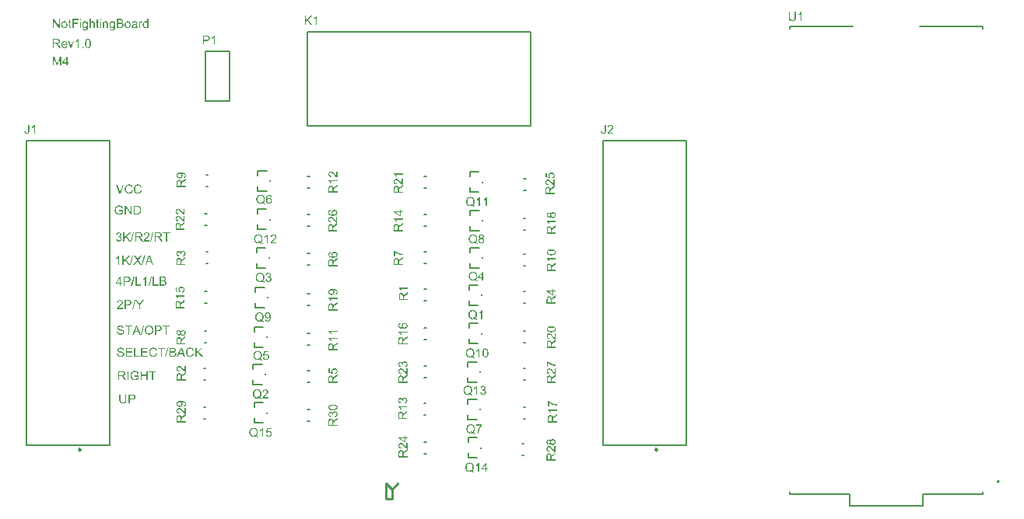
<source format=gbr>
G04*
G04 #@! TF.GenerationSoftware,Altium Limited,Altium Designer,23.9.2 (47)*
G04*
G04 Layer_Color=65535*
%FSLAX25Y25*%
%MOIN*%
G70*
G04*
G04 #@! TF.SameCoordinates,7D7DC0CB-560A-4B43-BD03-011E7A05A225*
G04*
G04*
G04 #@! TF.FilePolarity,Positive*
G04*
G01*
G75*
%ADD10C,0.00787*%
%ADD11C,0.00984*%
%ADD12C,0.00500*%
%ADD13C,0.01000*%
G36*
X345795Y210728D02*
Y210719D01*
Y210703D01*
Y210673D01*
Y210632D01*
X345791Y210582D01*
X345787Y210528D01*
X345783Y210465D01*
X345779Y210395D01*
X345762Y210249D01*
X345741Y210095D01*
X345708Y209945D01*
X345687Y209875D01*
X345662Y209808D01*
Y209804D01*
X345658Y209791D01*
X345650Y209775D01*
X345637Y209750D01*
X345621Y209721D01*
X345604Y209687D01*
X345554Y209613D01*
X345525Y209567D01*
X345492Y209525D01*
X345450Y209475D01*
X345409Y209430D01*
X345359Y209384D01*
X345309Y209338D01*
X345250Y209296D01*
X345188Y209255D01*
X345184Y209251D01*
X345171Y209247D01*
X345155Y209234D01*
X345126Y209222D01*
X345092Y209205D01*
X345051Y209188D01*
X345005Y209168D01*
X344947Y209151D01*
X344888Y209130D01*
X344822Y209109D01*
X344747Y209093D01*
X344668Y209076D01*
X344581Y209064D01*
X344489Y209051D01*
X344393Y209047D01*
X344294Y209043D01*
X344239D01*
X344202Y209047D01*
X344156D01*
X344106Y209051D01*
X344044Y209059D01*
X343982Y209068D01*
X343840Y209088D01*
X343690Y209122D01*
X343545Y209168D01*
X343474Y209192D01*
X343408Y209226D01*
X343403Y209230D01*
X343391Y209234D01*
X343374Y209247D01*
X343353Y209259D01*
X343324Y209280D01*
X343291Y209305D01*
X343258Y209330D01*
X343220Y209363D01*
X343137Y209438D01*
X343058Y209529D01*
X342983Y209638D01*
X342950Y209700D01*
X342921Y209762D01*
Y209767D01*
X342917Y209779D01*
X342908Y209800D01*
X342900Y209829D01*
X342887Y209862D01*
X342875Y209908D01*
X342863Y209958D01*
X342850Y210016D01*
X342833Y210083D01*
X342821Y210153D01*
X342809Y210232D01*
X342800Y210320D01*
X342788Y210411D01*
X342783Y210511D01*
X342775Y210615D01*
Y210728D01*
Y212945D01*
X343283D01*
Y210728D01*
Y210723D01*
Y210707D01*
Y210682D01*
Y210644D01*
X343287Y210603D01*
Y210557D01*
X343291Y210503D01*
X343295Y210449D01*
X343303Y210328D01*
X343320Y210208D01*
X343345Y210091D01*
X343358Y210037D01*
X343374Y209991D01*
Y209987D01*
X343378Y209983D01*
X343383Y209970D01*
X343391Y209954D01*
X343416Y209908D01*
X343449Y209858D01*
X343491Y209796D01*
X343545Y209737D01*
X343611Y209679D01*
X343690Y209625D01*
X343695D01*
X343703Y209621D01*
X343715Y209613D01*
X343732Y209604D01*
X343753Y209596D01*
X343782Y209588D01*
X343811Y209575D01*
X343844Y209563D01*
X343928Y209542D01*
X344023Y209521D01*
X344131Y209505D01*
X344248Y209500D01*
X344302D01*
X344339Y209505D01*
X344385Y209509D01*
X344439Y209513D01*
X344497Y209521D01*
X344560Y209534D01*
X344689Y209563D01*
X344755Y209583D01*
X344822Y209609D01*
X344884Y209638D01*
X344943Y209671D01*
X344997Y209708D01*
X345047Y209754D01*
X345051Y209758D01*
X345059Y209767D01*
X345067Y209783D01*
X345084Y209804D01*
X345101Y209833D01*
X345121Y209871D01*
X345146Y209916D01*
X345167Y209970D01*
X345188Y210033D01*
X345213Y210104D01*
X345234Y210183D01*
X345250Y210270D01*
X345267Y210370D01*
X345280Y210478D01*
X345284Y210599D01*
X345288Y210728D01*
Y212945D01*
X345795D01*
Y210728D01*
D02*
G37*
G36*
X348225Y209105D02*
X347755D01*
Y212105D01*
X347746Y212096D01*
X347726Y212075D01*
X347688Y212046D01*
X347634Y212005D01*
X347572Y211955D01*
X347493Y211901D01*
X347405Y211842D01*
X347305Y211780D01*
X347301D01*
X347293Y211772D01*
X347281Y211763D01*
X347260Y211755D01*
X347235Y211738D01*
X347206Y211726D01*
X347139Y211688D01*
X347064Y211651D01*
X346981Y211609D01*
X346894Y211572D01*
X346810Y211539D01*
Y211992D01*
X346815Y211996D01*
X346827Y212000D01*
X346848Y212013D01*
X346877Y212025D01*
X346910Y212042D01*
X346952Y212067D01*
X346998Y212092D01*
X347043Y212117D01*
X347151Y212183D01*
X347268Y212263D01*
X347389Y212346D01*
X347501Y212441D01*
X347505Y212446D01*
X347513Y212454D01*
X347530Y212466D01*
X347551Y212487D01*
X347572Y212512D01*
X347601Y212537D01*
X347663Y212608D01*
X347734Y212683D01*
X347805Y212770D01*
X347867Y212862D01*
X347921Y212957D01*
X348225D01*
Y209105D01*
D02*
G37*
G36*
X64101Y138964D02*
X64151Y138960D01*
X64209Y138952D01*
X64272Y138944D01*
X64343Y138931D01*
X64417Y138915D01*
X64496Y138898D01*
X64575Y138873D01*
X64659Y138844D01*
X64742Y138811D01*
X64821Y138769D01*
X64900Y138727D01*
X64975Y138673D01*
X64979Y138669D01*
X64991Y138661D01*
X65012Y138644D01*
X65037Y138619D01*
X65071Y138590D01*
X65108Y138553D01*
X65145Y138511D01*
X65191Y138461D01*
X65237Y138407D01*
X65283Y138345D01*
X65329Y138278D01*
X65370Y138203D01*
X65416Y138124D01*
X65453Y138037D01*
X65491Y137945D01*
X65524Y137850D01*
X65025Y137733D01*
Y137737D01*
X65017Y137750D01*
X65012Y137775D01*
X65000Y137804D01*
X64987Y137837D01*
X64967Y137875D01*
X64925Y137966D01*
X64871Y138066D01*
X64800Y138170D01*
X64725Y138266D01*
X64679Y138307D01*
X64634Y138345D01*
X64630Y138349D01*
X64621Y138353D01*
X64609Y138361D01*
X64588Y138374D01*
X64563Y138390D01*
X64534Y138407D01*
X64501Y138424D01*
X64459Y138440D01*
X64413Y138457D01*
X64368Y138474D01*
X64259Y138507D01*
X64135Y138528D01*
X64068Y138536D01*
X63956D01*
X63922Y138532D01*
X63885Y138528D01*
X63839Y138523D01*
X63789Y138519D01*
X63739Y138511D01*
X63619Y138482D01*
X63494Y138444D01*
X63432Y138419D01*
X63369Y138390D01*
X63311Y138357D01*
X63253Y138320D01*
X63248Y138315D01*
X63240Y138311D01*
X63223Y138299D01*
X63203Y138282D01*
X63182Y138261D01*
X63153Y138232D01*
X63124Y138203D01*
X63090Y138170D01*
X63057Y138128D01*
X63020Y138087D01*
X62953Y137991D01*
X62891Y137879D01*
X62837Y137750D01*
Y137746D01*
X62832Y137733D01*
X62824Y137712D01*
X62820Y137687D01*
X62812Y137654D01*
X62799Y137617D01*
X62791Y137571D01*
X62778Y137525D01*
X62766Y137471D01*
X62758Y137413D01*
X62737Y137288D01*
X62724Y137155D01*
X62720Y137013D01*
Y137009D01*
Y136993D01*
Y136968D01*
X62724Y136930D01*
Y136889D01*
X62729Y136839D01*
X62733Y136785D01*
X62737Y136722D01*
X62745Y136656D01*
X62753Y136589D01*
X62778Y136443D01*
X62816Y136298D01*
X62862Y136156D01*
Y136152D01*
X62870Y136140D01*
X62878Y136123D01*
X62887Y136098D01*
X62903Y136065D01*
X62924Y136032D01*
X62970Y135953D01*
X63032Y135861D01*
X63107Y135774D01*
X63199Y135686D01*
X63248Y135649D01*
X63303Y135611D01*
X63307D01*
X63315Y135603D01*
X63332Y135595D01*
X63357Y135582D01*
X63386Y135570D01*
X63419Y135553D01*
X63456Y135541D01*
X63498Y135524D01*
X63594Y135491D01*
X63706Y135462D01*
X63827Y135441D01*
X63889Y135437D01*
X63956Y135433D01*
X63997D01*
X64026Y135437D01*
X64064Y135441D01*
X64105Y135445D01*
X64155Y135453D01*
X64205Y135462D01*
X64322Y135491D01*
X64380Y135512D01*
X64442Y135537D01*
X64505Y135566D01*
X64563Y135599D01*
X64621Y135636D01*
X64679Y135678D01*
X64684Y135682D01*
X64692Y135691D01*
X64709Y135703D01*
X64729Y135724D01*
X64750Y135749D01*
X64779Y135782D01*
X64808Y135819D01*
X64842Y135861D01*
X64875Y135911D01*
X64908Y135965D01*
X64942Y136023D01*
X64975Y136090D01*
X65004Y136161D01*
X65033Y136240D01*
X65062Y136323D01*
X65083Y136410D01*
X65591Y136281D01*
Y136273D01*
X65582Y136252D01*
X65574Y136223D01*
X65557Y136177D01*
X65541Y136127D01*
X65516Y136065D01*
X65491Y135998D01*
X65457Y135928D01*
X65420Y135849D01*
X65378Y135774D01*
X65333Y135691D01*
X65279Y135611D01*
X65220Y135537D01*
X65158Y135462D01*
X65087Y135391D01*
X65012Y135325D01*
X65008Y135320D01*
X64991Y135312D01*
X64971Y135295D01*
X64937Y135275D01*
X64900Y135250D01*
X64850Y135221D01*
X64796Y135191D01*
X64729Y135162D01*
X64659Y135133D01*
X64584Y135104D01*
X64501Y135075D01*
X64409Y135050D01*
X64313Y135029D01*
X64214Y135012D01*
X64110Y135004D01*
X63997Y135000D01*
X63939D01*
X63893Y135004D01*
X63843Y135008D01*
X63781Y135012D01*
X63714Y135021D01*
X63639Y135033D01*
X63560Y135046D01*
X63477Y135062D01*
X63394Y135083D01*
X63311Y135104D01*
X63223Y135133D01*
X63140Y135166D01*
X63061Y135204D01*
X62986Y135250D01*
X62982Y135254D01*
X62970Y135262D01*
X62949Y135275D01*
X62924Y135295D01*
X62891Y135325D01*
X62853Y135354D01*
X62812Y135391D01*
X62766Y135437D01*
X62720Y135487D01*
X62670Y135541D01*
X62625Y135599D01*
X62575Y135666D01*
X62525Y135736D01*
X62479Y135811D01*
X62437Y135894D01*
X62396Y135982D01*
X62392Y135986D01*
X62387Y136003D01*
X62379Y136032D01*
X62367Y136065D01*
X62350Y136111D01*
X62333Y136161D01*
X62317Y136223D01*
X62296Y136290D01*
X62279Y136364D01*
X62258Y136443D01*
X62242Y136527D01*
X62229Y136618D01*
X62204Y136810D01*
X62200Y136909D01*
X62196Y137009D01*
Y137018D01*
Y137034D01*
Y137067D01*
X62200Y137109D01*
X62204Y137163D01*
X62208Y137226D01*
X62217Y137292D01*
X62225Y137367D01*
X62238Y137446D01*
X62250Y137529D01*
X62292Y137708D01*
X62321Y137795D01*
X62350Y137883D01*
X62383Y137974D01*
X62425Y138058D01*
X62429Y138062D01*
X62437Y138078D01*
X62450Y138099D01*
X62466Y138133D01*
X62491Y138170D01*
X62520Y138212D01*
X62554Y138257D01*
X62591Y138311D01*
X62637Y138361D01*
X62683Y138419D01*
X62737Y138474D01*
X62795Y138532D01*
X62857Y138586D01*
X62924Y138640D01*
X62999Y138690D01*
X63074Y138736D01*
X63078Y138740D01*
X63095Y138744D01*
X63115Y138757D01*
X63149Y138773D01*
X63186Y138790D01*
X63236Y138811D01*
X63290Y138831D01*
X63348Y138852D01*
X63415Y138873D01*
X63490Y138894D01*
X63565Y138915D01*
X63648Y138931D01*
X63818Y138960D01*
X63910Y138964D01*
X64006Y138969D01*
X64060D01*
X64101Y138964D01*
D02*
G37*
G36*
X60228D02*
X60278Y138960D01*
X60337Y138952D01*
X60399Y138944D01*
X60470Y138931D01*
X60545Y138915D01*
X60624Y138898D01*
X60703Y138873D01*
X60786Y138844D01*
X60869Y138811D01*
X60948Y138769D01*
X61027Y138727D01*
X61102Y138673D01*
X61106Y138669D01*
X61119Y138661D01*
X61139Y138644D01*
X61164Y138619D01*
X61198Y138590D01*
X61235Y138553D01*
X61273Y138511D01*
X61318Y138461D01*
X61364Y138407D01*
X61410Y138345D01*
X61456Y138278D01*
X61497Y138203D01*
X61543Y138124D01*
X61580Y138037D01*
X61618Y137945D01*
X61651Y137850D01*
X61152Y137733D01*
Y137737D01*
X61143Y137750D01*
X61139Y137775D01*
X61127Y137804D01*
X61114Y137837D01*
X61094Y137875D01*
X61052Y137966D01*
X60998Y138066D01*
X60927Y138170D01*
X60852Y138266D01*
X60807Y138307D01*
X60761Y138345D01*
X60757Y138349D01*
X60748Y138353D01*
X60736Y138361D01*
X60715Y138374D01*
X60690Y138390D01*
X60661Y138407D01*
X60628Y138424D01*
X60586Y138440D01*
X60540Y138457D01*
X60495Y138474D01*
X60386Y138507D01*
X60262Y138528D01*
X60195Y138536D01*
X60083D01*
X60049Y138532D01*
X60012Y138528D01*
X59966Y138523D01*
X59916Y138519D01*
X59866Y138511D01*
X59746Y138482D01*
X59621Y138444D01*
X59559Y138419D01*
X59496Y138390D01*
X59438Y138357D01*
X59380Y138320D01*
X59376Y138315D01*
X59367Y138311D01*
X59351Y138299D01*
X59330Y138282D01*
X59309Y138261D01*
X59280Y138232D01*
X59251Y138203D01*
X59217Y138170D01*
X59184Y138128D01*
X59147Y138087D01*
X59080Y137991D01*
X59018Y137879D01*
X58964Y137750D01*
Y137746D01*
X58960Y137733D01*
X58951Y137712D01*
X58947Y137687D01*
X58939Y137654D01*
X58926Y137617D01*
X58918Y137571D01*
X58905Y137525D01*
X58893Y137471D01*
X58885Y137413D01*
X58864Y137288D01*
X58851Y137155D01*
X58847Y137013D01*
Y137009D01*
Y136993D01*
Y136968D01*
X58851Y136930D01*
Y136889D01*
X58855Y136839D01*
X58860Y136785D01*
X58864Y136722D01*
X58872Y136656D01*
X58881Y136589D01*
X58905Y136443D01*
X58943Y136298D01*
X58989Y136156D01*
Y136152D01*
X58997Y136140D01*
X59005Y136123D01*
X59014Y136098D01*
X59030Y136065D01*
X59051Y136032D01*
X59097Y135953D01*
X59159Y135861D01*
X59234Y135774D01*
X59326Y135686D01*
X59376Y135649D01*
X59430Y135611D01*
X59434D01*
X59442Y135603D01*
X59459Y135595D01*
X59484Y135582D01*
X59513Y135570D01*
X59546Y135553D01*
X59583Y135541D01*
X59625Y135524D01*
X59721Y135491D01*
X59833Y135462D01*
X59954Y135441D01*
X60016Y135437D01*
X60083Y135433D01*
X60124D01*
X60153Y135437D01*
X60191Y135441D01*
X60233Y135445D01*
X60282Y135453D01*
X60332Y135462D01*
X60449Y135491D01*
X60507Y135512D01*
X60569Y135537D01*
X60632Y135566D01*
X60690Y135599D01*
X60748Y135636D01*
X60807Y135678D01*
X60811Y135682D01*
X60819Y135691D01*
X60836Y135703D01*
X60856Y135724D01*
X60877Y135749D01*
X60906Y135782D01*
X60935Y135819D01*
X60969Y135861D01*
X61002Y135911D01*
X61035Y135965D01*
X61069Y136023D01*
X61102Y136090D01*
X61131Y136161D01*
X61160Y136240D01*
X61189Y136323D01*
X61210Y136410D01*
X61718Y136281D01*
Y136273D01*
X61709Y136252D01*
X61701Y136223D01*
X61684Y136177D01*
X61668Y136127D01*
X61643Y136065D01*
X61618Y135998D01*
X61585Y135928D01*
X61547Y135849D01*
X61505Y135774D01*
X61460Y135691D01*
X61406Y135611D01*
X61347Y135537D01*
X61285Y135462D01*
X61214Y135391D01*
X61139Y135325D01*
X61135Y135320D01*
X61119Y135312D01*
X61098Y135295D01*
X61064Y135275D01*
X61027Y135250D01*
X60977Y135221D01*
X60923Y135191D01*
X60856Y135162D01*
X60786Y135133D01*
X60711Y135104D01*
X60628Y135075D01*
X60536Y135050D01*
X60440Y135029D01*
X60341Y135012D01*
X60237Y135004D01*
X60124Y135000D01*
X60066D01*
X60020Y135004D01*
X59970Y135008D01*
X59908Y135012D01*
X59841Y135021D01*
X59767Y135033D01*
X59688Y135046D01*
X59604Y135062D01*
X59521Y135083D01*
X59438Y135104D01*
X59351Y135133D01*
X59267Y135166D01*
X59188Y135204D01*
X59113Y135250D01*
X59109Y135254D01*
X59097Y135262D01*
X59076Y135275D01*
X59051Y135295D01*
X59018Y135325D01*
X58980Y135354D01*
X58939Y135391D01*
X58893Y135437D01*
X58847Y135487D01*
X58797Y135541D01*
X58751Y135599D01*
X58702Y135666D01*
X58652Y135736D01*
X58606Y135811D01*
X58564Y135894D01*
X58523Y135982D01*
X58519Y135986D01*
X58514Y136003D01*
X58506Y136032D01*
X58494Y136065D01*
X58477Y136111D01*
X58460Y136161D01*
X58444Y136223D01*
X58423Y136290D01*
X58406Y136364D01*
X58385Y136443D01*
X58369Y136527D01*
X58356Y136618D01*
X58331Y136810D01*
X58327Y136909D01*
X58323Y137009D01*
Y137018D01*
Y137034D01*
Y137067D01*
X58327Y137109D01*
X58331Y137163D01*
X58336Y137226D01*
X58344Y137292D01*
X58352Y137367D01*
X58365Y137446D01*
X58377Y137529D01*
X58419Y137708D01*
X58448Y137795D01*
X58477Y137883D01*
X58510Y137974D01*
X58552Y138058D01*
X58556Y138062D01*
X58564Y138078D01*
X58577Y138099D01*
X58593Y138133D01*
X58618Y138170D01*
X58648Y138212D01*
X58681Y138257D01*
X58718Y138311D01*
X58764Y138361D01*
X58810Y138419D01*
X58864Y138474D01*
X58922Y138532D01*
X58985Y138586D01*
X59051Y138640D01*
X59126Y138690D01*
X59201Y138736D01*
X59205Y138740D01*
X59222Y138744D01*
X59242Y138757D01*
X59276Y138773D01*
X59313Y138790D01*
X59363Y138811D01*
X59417Y138831D01*
X59475Y138852D01*
X59542Y138873D01*
X59617Y138894D01*
X59692Y138915D01*
X59775Y138931D01*
X59945Y138960D01*
X60037Y138964D01*
X60133Y138969D01*
X60187D01*
X60228Y138964D01*
D02*
G37*
G36*
X56513Y135062D02*
X55989D01*
X54500Y138902D01*
X55053D01*
X56052Y136111D01*
Y136107D01*
X56056Y136094D01*
X56064Y136077D01*
X56072Y136053D01*
X56081Y136023D01*
X56093Y135990D01*
X56106Y135953D01*
X56122Y135907D01*
X56151Y135811D01*
X56185Y135707D01*
X56218Y135595D01*
X56251Y135483D01*
Y135487D01*
X56256Y135495D01*
X56260Y135516D01*
X56268Y135537D01*
X56276Y135566D01*
X56285Y135599D01*
X56297Y135636D01*
X56310Y135678D01*
X56339Y135774D01*
X56376Y135882D01*
X56418Y135994D01*
X56459Y136111D01*
X57495Y138902D01*
X58011D01*
X56513Y135062D01*
D02*
G37*
G36*
X56026Y129964D02*
X56068Y129960D01*
X56113Y129956D01*
X56167Y129952D01*
X56284Y129935D01*
X56413Y129910D01*
X56542Y129877D01*
X56671Y129831D01*
X56675D01*
X56687Y129827D01*
X56704Y129819D01*
X56725Y129806D01*
X56754Y129794D01*
X56787Y129777D01*
X56862Y129736D01*
X56949Y129682D01*
X57037Y129619D01*
X57120Y129544D01*
X57199Y129457D01*
X57203Y129453D01*
X57207Y129445D01*
X57216Y129432D01*
X57232Y129415D01*
X57245Y129390D01*
X57266Y129361D01*
X57286Y129328D01*
X57307Y129286D01*
X57332Y129245D01*
X57353Y129199D01*
X57378Y129145D01*
X57403Y129091D01*
X57449Y128966D01*
X57490Y128829D01*
X57029Y128704D01*
Y128708D01*
X57024Y128717D01*
X57020Y128733D01*
X57012Y128754D01*
X57003Y128775D01*
X56995Y128804D01*
X56970Y128870D01*
X56937Y128945D01*
X56899Y129020D01*
X56858Y129095D01*
X56812Y129162D01*
X56808Y129170D01*
X56787Y129191D01*
X56758Y129220D01*
X56721Y129261D01*
X56667Y129303D01*
X56604Y129349D01*
X56529Y129390D01*
X56446Y129432D01*
X56442D01*
X56434Y129436D01*
X56421Y129440D01*
X56405Y129449D01*
X56384Y129457D01*
X56355Y129465D01*
X56292Y129486D01*
X56213Y129503D01*
X56126Y129519D01*
X56026Y129532D01*
X55922Y129536D01*
X55864D01*
X55835Y129532D01*
X55797D01*
X55760Y129528D01*
X55714Y129524D01*
X55622Y129511D01*
X55518Y129490D01*
X55419Y129465D01*
X55319Y129428D01*
X55315D01*
X55306Y129424D01*
X55294Y129415D01*
X55277Y129407D01*
X55231Y129386D01*
X55173Y129353D01*
X55107Y129311D01*
X55040Y129261D01*
X54969Y129207D01*
X54907Y129145D01*
X54899Y129137D01*
X54882Y129116D01*
X54853Y129078D01*
X54820Y129033D01*
X54782Y128979D01*
X54741Y128912D01*
X54703Y128841D01*
X54670Y128766D01*
Y128762D01*
X54666Y128750D01*
X54657Y128733D01*
X54649Y128704D01*
X54637Y128671D01*
X54624Y128633D01*
X54611Y128587D01*
X54599Y128538D01*
X54582Y128483D01*
X54570Y128421D01*
X54549Y128292D01*
X54532Y128147D01*
X54524Y127993D01*
Y127989D01*
Y127972D01*
Y127943D01*
X54528Y127909D01*
Y127864D01*
X54532Y127814D01*
X54541Y127755D01*
X54545Y127693D01*
X54566Y127556D01*
X54599Y127414D01*
X54641Y127269D01*
X54699Y127131D01*
X54703Y127127D01*
X54707Y127115D01*
X54716Y127098D01*
X54732Y127073D01*
X54749Y127048D01*
X54774Y127015D01*
X54828Y126940D01*
X54903Y126857D01*
X54990Y126770D01*
X55090Y126691D01*
X55148Y126653D01*
X55211Y126620D01*
X55215D01*
X55227Y126611D01*
X55244Y126603D01*
X55269Y126595D01*
X55302Y126582D01*
X55339Y126566D01*
X55381Y126553D01*
X55427Y126537D01*
X55477Y126520D01*
X55535Y126507D01*
X55656Y126478D01*
X55789Y126462D01*
X55930Y126453D01*
X55963D01*
X55989Y126458D01*
X56018D01*
X56051Y126462D01*
X56088Y126466D01*
X56134Y126470D01*
X56230Y126483D01*
X56338Y126507D01*
X56454Y126537D01*
X56571Y126578D01*
X56575D01*
X56583Y126582D01*
X56600Y126591D01*
X56625Y126599D01*
X56650Y126611D01*
X56679Y126628D01*
X56750Y126661D01*
X56829Y126703D01*
X56908Y126749D01*
X56983Y126795D01*
X57049Y126849D01*
Y127568D01*
X55922D01*
Y128022D01*
X57548D01*
Y126595D01*
X57544Y126591D01*
X57532Y126582D01*
X57511Y126566D01*
X57482Y126545D01*
X57449Y126520D01*
X57407Y126495D01*
X57361Y126462D01*
X57311Y126428D01*
X57257Y126395D01*
X57195Y126358D01*
X57066Y126283D01*
X56924Y126212D01*
X56775Y126150D01*
X56771D01*
X56758Y126141D01*
X56737Y126137D01*
X56704Y126125D01*
X56671Y126117D01*
X56625Y126104D01*
X56579Y126087D01*
X56525Y126075D01*
X56463Y126062D01*
X56400Y126046D01*
X56263Y126025D01*
X56113Y126008D01*
X55959Y126000D01*
X55905D01*
X55864Y126004D01*
X55814Y126008D01*
X55756Y126013D01*
X55689Y126021D01*
X55618Y126029D01*
X55543Y126042D01*
X55460Y126058D01*
X55377Y126079D01*
X55285Y126104D01*
X55198Y126129D01*
X55111Y126162D01*
X55019Y126200D01*
X54932Y126241D01*
X54928Y126245D01*
X54911Y126254D01*
X54886Y126266D01*
X54857Y126287D01*
X54820Y126312D01*
X54774Y126341D01*
X54724Y126379D01*
X54670Y126420D01*
X54616Y126466D01*
X54557Y126520D01*
X54499Y126574D01*
X54441Y126637D01*
X54387Y126707D01*
X54333Y126778D01*
X54279Y126857D01*
X54233Y126940D01*
X54229Y126944D01*
X54225Y126961D01*
X54212Y126986D01*
X54195Y127019D01*
X54179Y127065D01*
X54158Y127115D01*
X54137Y127173D01*
X54116Y127240D01*
X54096Y127310D01*
X54075Y127389D01*
X54054Y127477D01*
X54037Y127564D01*
X54021Y127660D01*
X54008Y127755D01*
X54004Y127859D01*
X54000Y127963D01*
Y127972D01*
Y127989D01*
Y128018D01*
X54004Y128059D01*
X54008Y128109D01*
X54013Y128167D01*
X54021Y128234D01*
X54029Y128305D01*
X54042Y128384D01*
X54058Y128467D01*
X54100Y128642D01*
X54125Y128733D01*
X54158Y128825D01*
X54191Y128916D01*
X54233Y129008D01*
X54237Y129012D01*
X54245Y129028D01*
X54258Y129053D01*
X54275Y129087D01*
X54299Y129128D01*
X54329Y129174D01*
X54366Y129224D01*
X54404Y129282D01*
X54449Y129341D01*
X54499Y129399D01*
X54553Y129457D01*
X54616Y129519D01*
X54678Y129578D01*
X54749Y129632D01*
X54824Y129686D01*
X54903Y129732D01*
X54907Y129736D01*
X54923Y129740D01*
X54949Y129752D01*
X54982Y129769D01*
X55023Y129786D01*
X55073Y129806D01*
X55132Y129827D01*
X55194Y129852D01*
X55265Y129873D01*
X55344Y129894D01*
X55427Y129915D01*
X55518Y129931D01*
X55610Y129948D01*
X55710Y129960D01*
X55814Y129964D01*
X55918Y129969D01*
X55989D01*
X56026Y129964D01*
D02*
G37*
G36*
X61317Y126062D02*
X60793D01*
X58780Y129074D01*
Y126062D01*
X58293D01*
Y129902D01*
X58813D01*
X60831Y126886D01*
Y129902D01*
X61317D01*
Y126062D01*
D02*
G37*
G36*
X63643Y129898D02*
X63693D01*
X63743Y129894D01*
X63855Y129890D01*
X63967Y129877D01*
X64080Y129865D01*
X64130Y129852D01*
X64175Y129844D01*
X64179D01*
X64192Y129840D01*
X64209Y129835D01*
X64229Y129827D01*
X64259Y129819D01*
X64292Y129811D01*
X64371Y129781D01*
X64458Y129744D01*
X64550Y129698D01*
X64645Y129640D01*
X64737Y129569D01*
X64741Y129565D01*
X64749Y129557D01*
X64766Y129544D01*
X64787Y129524D01*
X64812Y129499D01*
X64841Y129465D01*
X64874Y129432D01*
X64907Y129390D01*
X64945Y129345D01*
X64982Y129295D01*
X65020Y129241D01*
X65057Y129182D01*
X65128Y129053D01*
X65190Y128912D01*
Y128908D01*
X65199Y128895D01*
X65203Y128870D01*
X65215Y128841D01*
X65228Y128804D01*
X65240Y128758D01*
X65253Y128708D01*
X65269Y128650D01*
X65282Y128583D01*
X65294Y128513D01*
X65307Y128438D01*
X65319Y128359D01*
X65332Y128276D01*
X65336Y128188D01*
X65344Y128001D01*
Y127997D01*
Y127980D01*
Y127959D01*
Y127926D01*
X65340Y127889D01*
Y127843D01*
X65336Y127793D01*
X65332Y127739D01*
X65319Y127618D01*
X65299Y127489D01*
X65274Y127356D01*
X65240Y127223D01*
Y127219D01*
X65236Y127206D01*
X65228Y127190D01*
X65224Y127169D01*
X65211Y127140D01*
X65199Y127107D01*
X65170Y127027D01*
X65132Y126940D01*
X65086Y126845D01*
X65036Y126753D01*
X64978Y126666D01*
Y126661D01*
X64970Y126657D01*
X64962Y126645D01*
X64949Y126628D01*
X64920Y126591D01*
X64874Y126541D01*
X64824Y126483D01*
X64766Y126424D01*
X64700Y126370D01*
X64629Y126316D01*
X64625D01*
X64621Y126312D01*
X64596Y126295D01*
X64554Y126275D01*
X64500Y126245D01*
X64433Y126216D01*
X64354Y126183D01*
X64263Y126154D01*
X64167Y126125D01*
X64163D01*
X64155Y126121D01*
X64142D01*
X64121Y126117D01*
X64096Y126112D01*
X64063Y126104D01*
X64030Y126100D01*
X63992Y126096D01*
X63901Y126083D01*
X63797Y126071D01*
X63680Y126067D01*
X63556Y126062D01*
X62170D01*
Y129902D01*
X63601D01*
X63643Y129898D01*
D02*
G37*
G36*
X55781Y118415D02*
X55810Y118410D01*
X55889Y118402D01*
X55977Y118385D01*
X56077Y118360D01*
X56177Y118327D01*
X56276Y118281D01*
X56280D01*
X56289Y118277D01*
X56301Y118269D01*
X56322Y118256D01*
X56368Y118227D01*
X56426Y118186D01*
X56493Y118132D01*
X56559Y118069D01*
X56626Y117999D01*
X56684Y117915D01*
Y117911D01*
X56688Y117907D01*
X56696Y117890D01*
X56705Y117874D01*
X56717Y117853D01*
X56730Y117828D01*
X56755Y117766D01*
X56780Y117691D01*
X56805Y117607D01*
X56821Y117516D01*
X56825Y117420D01*
Y117416D01*
Y117408D01*
Y117395D01*
Y117379D01*
X56817Y117329D01*
X56809Y117271D01*
X56792Y117200D01*
X56767Y117125D01*
X56734Y117046D01*
X56688Y116967D01*
Y116963D01*
X56684Y116959D01*
X56663Y116934D01*
X56634Y116896D01*
X56588Y116850D01*
X56534Y116796D01*
X56463Y116742D01*
X56384Y116692D01*
X56293Y116642D01*
X56297D01*
X56310Y116638D01*
X56326Y116634D01*
X56351Y116626D01*
X56376Y116617D01*
X56409Y116605D01*
X56489Y116572D01*
X56572Y116526D01*
X56659Y116472D01*
X56746Y116401D01*
X56821Y116314D01*
X56825Y116310D01*
X56830Y116301D01*
X56838Y116289D01*
X56850Y116268D01*
X56867Y116247D01*
X56884Y116218D01*
X56900Y116185D01*
X56917Y116143D01*
X56934Y116102D01*
X56950Y116056D01*
X56984Y115952D01*
X57004Y115831D01*
X57013Y115765D01*
Y115698D01*
Y115694D01*
Y115677D01*
X57008Y115648D01*
Y115615D01*
X57000Y115569D01*
X56992Y115519D01*
X56984Y115465D01*
X56967Y115403D01*
X56946Y115336D01*
X56921Y115270D01*
X56892Y115199D01*
X56855Y115128D01*
X56813Y115053D01*
X56763Y114983D01*
X56709Y114912D01*
X56642Y114845D01*
X56638Y114841D01*
X56626Y114829D01*
X56605Y114812D01*
X56576Y114791D01*
X56543Y114766D01*
X56497Y114737D01*
X56447Y114704D01*
X56389Y114675D01*
X56326Y114641D01*
X56256Y114608D01*
X56181Y114579D01*
X56097Y114554D01*
X56010Y114533D01*
X55919Y114517D01*
X55823Y114504D01*
X55719Y114500D01*
X55698D01*
X55669Y114504D01*
X55636D01*
X55590Y114508D01*
X55540Y114517D01*
X55486Y114525D01*
X55423Y114537D01*
X55357Y114554D01*
X55290Y114575D01*
X55220Y114596D01*
X55149Y114625D01*
X55078Y114662D01*
X55012Y114700D01*
X54941Y114745D01*
X54879Y114799D01*
X54874Y114804D01*
X54866Y114812D01*
X54849Y114829D01*
X54825Y114854D01*
X54799Y114883D01*
X54770Y114920D01*
X54741Y114962D01*
X54708Y115012D01*
X54675Y115062D01*
X54641Y115124D01*
X54608Y115186D01*
X54579Y115257D01*
X54554Y115332D01*
X54529Y115411D01*
X54513Y115494D01*
X54500Y115582D01*
X54970Y115644D01*
Y115640D01*
X54974Y115627D01*
X54978Y115607D01*
X54987Y115577D01*
X54995Y115544D01*
X55003Y115507D01*
X55032Y115419D01*
X55070Y115324D01*
X55116Y115228D01*
X55174Y115141D01*
X55207Y115103D01*
X55240Y115066D01*
X55245D01*
X55249Y115057D01*
X55261Y115049D01*
X55274Y115037D01*
X55315Y115012D01*
X55374Y114978D01*
X55444Y114945D01*
X55523Y114920D01*
X55619Y114899D01*
X55719Y114891D01*
X55752D01*
X55777Y114895D01*
X55802Y114899D01*
X55840Y114903D01*
X55914Y114920D01*
X56006Y114945D01*
X56102Y114987D01*
X56147Y115016D01*
X56193Y115045D01*
X56239Y115078D01*
X56285Y115120D01*
X56289Y115124D01*
X56293Y115132D01*
X56305Y115145D01*
X56322Y115161D01*
X56339Y115182D01*
X56355Y115211D01*
X56376Y115241D01*
X56401Y115278D01*
X56443Y115361D01*
X56476Y115457D01*
X56505Y115569D01*
X56509Y115627D01*
X56513Y115690D01*
Y115694D01*
Y115702D01*
Y115723D01*
X56509Y115744D01*
X56505Y115773D01*
X56501Y115802D01*
X56489Y115877D01*
X56459Y115964D01*
X56422Y116052D01*
X56397Y116097D01*
X56368Y116139D01*
X56335Y116181D01*
X56297Y116222D01*
X56293Y116226D01*
X56289Y116231D01*
X56276Y116243D01*
X56260Y116255D01*
X56239Y116272D01*
X56214Y116289D01*
X56151Y116330D01*
X56072Y116368D01*
X55981Y116401D01*
X55877Y116426D01*
X55819Y116430D01*
X55761Y116434D01*
X55735D01*
X55706Y116430D01*
X55669D01*
X55619Y116422D01*
X55565Y116414D01*
X55498Y116401D01*
X55428Y116384D01*
X55478Y116796D01*
X55486D01*
X55507Y116792D01*
X55532Y116788D01*
X55586D01*
X55607Y116792D01*
X55636D01*
X55665Y116796D01*
X55735Y116809D01*
X55819Y116825D01*
X55910Y116855D01*
X56006Y116892D01*
X56097Y116946D01*
X56102D01*
X56110Y116954D01*
X56118Y116963D01*
X56135Y116975D01*
X56177Y117013D01*
X56222Y117067D01*
X56264Y117133D01*
X56305Y117217D01*
X56322Y117262D01*
X56330Y117316D01*
X56339Y117370D01*
X56343Y117429D01*
Y117433D01*
Y117441D01*
Y117454D01*
X56339Y117474D01*
X56335Y117520D01*
X56322Y117583D01*
X56301Y117649D01*
X56268Y117720D01*
X56222Y117795D01*
X56197Y117828D01*
X56164Y117861D01*
X56156Y117870D01*
X56131Y117886D01*
X56093Y117915D01*
X56043Y117949D01*
X55977Y117978D01*
X55898Y118007D01*
X55810Y118024D01*
X55711Y118032D01*
X55686D01*
X55665Y118028D01*
X55640D01*
X55615Y118024D01*
X55548Y118011D01*
X55478Y117990D01*
X55399Y117957D01*
X55324Y117915D01*
X55249Y117857D01*
X55240Y117849D01*
X55220Y117824D01*
X55186Y117786D01*
X55153Y117728D01*
X55111Y117657D01*
X55074Y117566D01*
X55041Y117462D01*
X55016Y117341D01*
X54546Y117424D01*
Y117429D01*
X54550Y117445D01*
X54554Y117470D01*
X54562Y117503D01*
X54575Y117541D01*
X54587Y117587D01*
X54604Y117637D01*
X54625Y117691D01*
X54679Y117811D01*
X54708Y117870D01*
X54745Y117932D01*
X54787Y117990D01*
X54833Y118049D01*
X54883Y118107D01*
X54937Y118157D01*
X54941Y118161D01*
X54949Y118169D01*
X54970Y118182D01*
X54991Y118198D01*
X55024Y118219D01*
X55057Y118240D01*
X55099Y118265D01*
X55149Y118290D01*
X55199Y118311D01*
X55257Y118335D01*
X55319Y118356D01*
X55386Y118377D01*
X55461Y118394D01*
X55536Y118406D01*
X55615Y118415D01*
X55698Y118419D01*
X55752D01*
X55781Y118415D01*
D02*
G37*
G36*
X59143Y116850D02*
X60823Y114567D01*
X60149D01*
X58785Y116505D01*
X58157Y115898D01*
Y114567D01*
X57649D01*
Y118406D01*
X58157D01*
Y116505D01*
X60062Y118406D01*
X60752D01*
X59143Y116850D01*
D02*
G37*
G36*
X77705Y117953D02*
X76440D01*
Y114567D01*
X75932D01*
Y117953D01*
X74668D01*
Y118406D01*
X77705D01*
Y117953D01*
D02*
G37*
G36*
X72921Y118402D02*
X72966D01*
X73020Y118398D01*
X73083Y118394D01*
X73207Y118381D01*
X73336Y118360D01*
X73461Y118335D01*
X73515Y118319D01*
X73569Y118302D01*
X73574D01*
X73582Y118298D01*
X73594Y118290D01*
X73615Y118281D01*
X73665Y118256D01*
X73723Y118219D01*
X73794Y118169D01*
X73865Y118103D01*
X73936Y118028D01*
X73998Y117936D01*
Y117932D01*
X74006Y117924D01*
X74015Y117911D01*
X74023Y117890D01*
X74035Y117865D01*
X74048Y117836D01*
X74064Y117803D01*
X74081Y117766D01*
X74110Y117678D01*
X74135Y117583D01*
X74152Y117474D01*
X74160Y117358D01*
Y117354D01*
Y117341D01*
Y117316D01*
X74156Y117291D01*
X74152Y117254D01*
X74148Y117212D01*
X74139Y117167D01*
X74127Y117117D01*
X74094Y117008D01*
X74073Y116950D01*
X74048Y116892D01*
X74019Y116834D01*
X73981Y116776D01*
X73940Y116721D01*
X73894Y116667D01*
X73890Y116663D01*
X73881Y116655D01*
X73865Y116642D01*
X73844Y116622D01*
X73815Y116601D01*
X73782Y116576D01*
X73740Y116547D01*
X73690Y116518D01*
X73636Y116489D01*
X73578Y116459D01*
X73511Y116430D01*
X73436Y116401D01*
X73357Y116376D01*
X73270Y116351D01*
X73174Y116330D01*
X73074Y116314D01*
X73079D01*
X73083Y116310D01*
X73108Y116297D01*
X73145Y116276D01*
X73191Y116251D01*
X73241Y116222D01*
X73291Y116193D01*
X73341Y116156D01*
X73382Y116122D01*
X73386Y116118D01*
X73391Y116114D01*
X73403Y116102D01*
X73420Y116085D01*
X73440Y116064D01*
X73465Y116039D01*
X73519Y115981D01*
X73582Y115906D01*
X73653Y115819D01*
X73728Y115719D01*
X73802Y115611D01*
X74468Y114567D01*
X73831D01*
X73324Y115365D01*
X73320Y115369D01*
X73316Y115382D01*
X73303Y115399D01*
X73287Y115424D01*
X73270Y115453D01*
X73245Y115486D01*
X73195Y115561D01*
X73137Y115648D01*
X73079Y115735D01*
X73016Y115819D01*
X72958Y115894D01*
Y115898D01*
X72950Y115902D01*
X72933Y115923D01*
X72908Y115956D01*
X72871Y115993D01*
X72833Y116035D01*
X72787Y116077D01*
X72742Y116118D01*
X72700Y116147D01*
X72696Y116151D01*
X72679Y116160D01*
X72658Y116172D01*
X72629Y116189D01*
X72592Y116206D01*
X72554Y116222D01*
X72513Y116239D01*
X72467Y116251D01*
X72463D01*
X72450Y116255D01*
X72430Y116260D01*
X72400Y116264D01*
X72359D01*
X72309Y116268D01*
X72251Y116272D01*
X71598D01*
Y114567D01*
X71090D01*
Y118406D01*
X72875D01*
X72921Y118402D01*
D02*
G37*
G36*
X67783Y118415D02*
X67829Y118410D01*
X67883Y118402D01*
X67945Y118394D01*
X68007Y118381D01*
X68078Y118365D01*
X68149Y118344D01*
X68224Y118319D01*
X68295Y118290D01*
X68369Y118252D01*
X68440Y118211D01*
X68507Y118165D01*
X68569Y118111D01*
X68573Y118107D01*
X68582Y118098D01*
X68598Y118078D01*
X68619Y118057D01*
X68644Y118028D01*
X68673Y117990D01*
X68702Y117949D01*
X68731Y117899D01*
X68761Y117849D01*
X68790Y117791D01*
X68819Y117728D01*
X68844Y117662D01*
X68865Y117587D01*
X68881Y117512D01*
X68889Y117433D01*
X68894Y117350D01*
Y117345D01*
Y117341D01*
Y117329D01*
Y117312D01*
X68889Y117266D01*
X68881Y117208D01*
X68869Y117137D01*
X68852Y117063D01*
X68831Y116979D01*
X68798Y116896D01*
Y116892D01*
X68794Y116888D01*
X68790Y116875D01*
X68781Y116859D01*
X68756Y116813D01*
X68723Y116755D01*
X68677Y116684D01*
X68623Y116605D01*
X68561Y116522D01*
X68482Y116430D01*
X68478Y116426D01*
X68473Y116418D01*
X68457Y116405D01*
X68440Y116384D01*
X68415Y116359D01*
X68386Y116330D01*
X68353Y116293D01*
X68311Y116255D01*
X68261Y116210D01*
X68207Y116160D01*
X68149Y116102D01*
X68082Y116043D01*
X68012Y115977D01*
X67933Y115910D01*
X67845Y115835D01*
X67754Y115756D01*
X67750Y115752D01*
X67737Y115740D01*
X67712Y115723D01*
X67687Y115698D01*
X67650Y115669D01*
X67612Y115636D01*
X67525Y115561D01*
X67433Y115482D01*
X67346Y115399D01*
X67304Y115361D01*
X67267Y115328D01*
X67234Y115295D01*
X67209Y115270D01*
X67205Y115265D01*
X67188Y115249D01*
X67167Y115224D01*
X67138Y115191D01*
X67105Y115153D01*
X67071Y115111D01*
X67005Y115020D01*
X68898D01*
Y114567D01*
X66356D01*
Y114575D01*
Y114596D01*
Y114629D01*
X66360Y114671D01*
X66364Y114720D01*
X66377Y114775D01*
X66389Y114833D01*
X66410Y114891D01*
Y114895D01*
X66414Y114903D01*
X66418Y114916D01*
X66427Y114937D01*
X66439Y114958D01*
X66452Y114987D01*
X66485Y115053D01*
X66527Y115132D01*
X66581Y115220D01*
X66643Y115311D01*
X66718Y115403D01*
X66722Y115407D01*
X66726Y115415D01*
X66739Y115428D01*
X66760Y115448D01*
X66780Y115469D01*
X66809Y115498D01*
X66839Y115532D01*
X66876Y115569D01*
X66918Y115611D01*
X66963Y115652D01*
X67013Y115702D01*
X67071Y115752D01*
X67130Y115806D01*
X67196Y115860D01*
X67263Y115919D01*
X67338Y115981D01*
X67346Y115985D01*
X67367Y116006D01*
X67396Y116031D01*
X67438Y116068D01*
X67488Y116110D01*
X67546Y116160D01*
X67612Y116214D01*
X67679Y116276D01*
X67820Y116405D01*
X67958Y116543D01*
X68024Y116609D01*
X68087Y116676D01*
X68141Y116738D01*
X68186Y116796D01*
X68191Y116800D01*
X68195Y116809D01*
X68207Y116825D01*
X68220Y116846D01*
X68240Y116875D01*
X68257Y116904D01*
X68299Y116979D01*
X68340Y117067D01*
X68378Y117162D01*
X68403Y117262D01*
X68407Y117312D01*
X68411Y117362D01*
Y117366D01*
Y117375D01*
Y117391D01*
X68407Y117408D01*
Y117433D01*
X68399Y117462D01*
X68386Y117524D01*
X68361Y117599D01*
X68324Y117678D01*
X68303Y117720D01*
X68274Y117757D01*
X68245Y117795D01*
X68207Y117832D01*
X68203Y117836D01*
X68199Y117841D01*
X68186Y117849D01*
X68170Y117861D01*
X68149Y117878D01*
X68124Y117895D01*
X68066Y117932D01*
X67987Y117965D01*
X67899Y117999D01*
X67795Y118019D01*
X67737Y118028D01*
X67646D01*
X67621Y118024D01*
X67592D01*
X67558Y118015D01*
X67483Y118003D01*
X67396Y117978D01*
X67304Y117940D01*
X67259Y117915D01*
X67213Y117890D01*
X67171Y117857D01*
X67130Y117820D01*
X67126Y117815D01*
X67121Y117811D01*
X67113Y117799D01*
X67097Y117782D01*
X67084Y117761D01*
X67067Y117736D01*
X67047Y117707D01*
X67030Y117674D01*
X67009Y117637D01*
X66992Y117595D01*
X66959Y117495D01*
X66934Y117387D01*
X66930Y117325D01*
X66926Y117258D01*
X66443Y117308D01*
Y117316D01*
X66448Y117333D01*
X66452Y117358D01*
X66456Y117395D01*
X66464Y117441D01*
X66477Y117495D01*
X66489Y117553D01*
X66510Y117616D01*
X66531Y117678D01*
X66556Y117749D01*
X66589Y117815D01*
X66622Y117882D01*
X66664Y117953D01*
X66710Y118015D01*
X66760Y118078D01*
X66818Y118132D01*
X66822Y118136D01*
X66834Y118144D01*
X66851Y118157D01*
X66876Y118177D01*
X66909Y118198D01*
X66951Y118223D01*
X66997Y118248D01*
X67051Y118277D01*
X67109Y118302D01*
X67176Y118327D01*
X67246Y118352D01*
X67325Y118373D01*
X67409Y118394D01*
X67496Y118406D01*
X67592Y118415D01*
X67691Y118419D01*
X67745D01*
X67783Y118415D01*
D02*
G37*
G36*
X64575Y118402D02*
X64621D01*
X64675Y118398D01*
X64738Y118394D01*
X64863Y118381D01*
X64991Y118360D01*
X65116Y118335D01*
X65170Y118319D01*
X65224Y118302D01*
X65229D01*
X65237Y118298D01*
X65249Y118290D01*
X65270Y118281D01*
X65320Y118256D01*
X65378Y118219D01*
X65449Y118169D01*
X65520Y118103D01*
X65591Y118028D01*
X65653Y117936D01*
Y117932D01*
X65661Y117924D01*
X65670Y117911D01*
X65678Y117890D01*
X65690Y117865D01*
X65703Y117836D01*
X65719Y117803D01*
X65736Y117766D01*
X65765Y117678D01*
X65790Y117583D01*
X65807Y117474D01*
X65815Y117358D01*
Y117354D01*
Y117341D01*
Y117316D01*
X65811Y117291D01*
X65807Y117254D01*
X65803Y117212D01*
X65794Y117167D01*
X65782Y117117D01*
X65749Y117008D01*
X65728Y116950D01*
X65703Y116892D01*
X65674Y116834D01*
X65636Y116776D01*
X65595Y116721D01*
X65549Y116667D01*
X65545Y116663D01*
X65536Y116655D01*
X65520Y116642D01*
X65499Y116622D01*
X65470Y116601D01*
X65437Y116576D01*
X65395Y116547D01*
X65345Y116518D01*
X65291Y116489D01*
X65233Y116459D01*
X65166Y116430D01*
X65091Y116401D01*
X65012Y116376D01*
X64925Y116351D01*
X64829Y116330D01*
X64729Y116314D01*
X64734D01*
X64738Y116310D01*
X64763Y116297D01*
X64800Y116276D01*
X64846Y116251D01*
X64896Y116222D01*
X64946Y116193D01*
X64996Y116156D01*
X65037Y116122D01*
X65041Y116118D01*
X65046Y116114D01*
X65058Y116102D01*
X65075Y116085D01*
X65096Y116064D01*
X65121Y116039D01*
X65175Y115981D01*
X65237Y115906D01*
X65308Y115819D01*
X65383Y115719D01*
X65457Y115611D01*
X66123Y114567D01*
X65487D01*
X64979Y115365D01*
X64975Y115369D01*
X64971Y115382D01*
X64958Y115399D01*
X64942Y115424D01*
X64925Y115453D01*
X64900Y115486D01*
X64850Y115561D01*
X64792Y115648D01*
X64734Y115735D01*
X64671Y115819D01*
X64613Y115894D01*
Y115898D01*
X64605Y115902D01*
X64588Y115923D01*
X64563Y115956D01*
X64526Y115993D01*
X64488Y116035D01*
X64442Y116077D01*
X64397Y116118D01*
X64355Y116147D01*
X64351Y116151D01*
X64334Y116160D01*
X64313Y116172D01*
X64284Y116189D01*
X64247Y116206D01*
X64209Y116222D01*
X64168Y116239D01*
X64122Y116251D01*
X64118D01*
X64105Y116255D01*
X64085Y116260D01*
X64056Y116264D01*
X64014D01*
X63964Y116268D01*
X63906Y116272D01*
X63253D01*
Y114567D01*
X62745D01*
Y118406D01*
X64530D01*
X64575Y118402D01*
D02*
G37*
G36*
X69559Y114500D02*
X69181D01*
X70296Y118469D01*
X70674D01*
X69559Y114500D01*
D02*
G37*
G36*
X61214D02*
X60836D01*
X61951Y118469D01*
X62329D01*
X61214Y114500D01*
D02*
G37*
G36*
X64068Y106580D02*
X65507Y104567D01*
X64887D01*
X63914Y105935D01*
X63910Y105939D01*
X63902Y105956D01*
X63885Y105977D01*
X63864Y106010D01*
X63839Y106043D01*
X63814Y106081D01*
X63756Y106168D01*
Y106164D01*
X63752Y106160D01*
X63735Y106135D01*
X63714Y106102D01*
X63685Y106060D01*
X63623Y105973D01*
X63598Y105931D01*
X63573Y105898D01*
X62599Y104567D01*
X61988D01*
X63473Y106555D01*
X62163Y108406D01*
X62766D01*
X63469Y107420D01*
X63473Y107416D01*
X63477Y107408D01*
X63490Y107391D01*
X63506Y107370D01*
X63523Y107345D01*
X63544Y107316D01*
X63590Y107250D01*
X63639Y107171D01*
X63689Y107096D01*
X63739Y107017D01*
X63777Y106950D01*
Y106954D01*
X63781Y106959D01*
X63789Y106971D01*
X63802Y106988D01*
X63827Y107025D01*
X63864Y107079D01*
X63910Y107146D01*
X63960Y107221D01*
X64022Y107300D01*
X64085Y107383D01*
X64850Y108406D01*
X65403D01*
X64068Y106580D01*
D02*
G37*
G36*
X58785Y106850D02*
X60465Y104567D01*
X59791D01*
X58427Y106505D01*
X57799Y105898D01*
Y104567D01*
X57291D01*
Y108406D01*
X57799D01*
Y106505D01*
X59704Y108406D01*
X60395D01*
X58785Y106850D01*
D02*
G37*
G36*
X70620Y104567D02*
X70042D01*
X69597Y105727D01*
X67983D01*
X67567Y104567D01*
X67030D01*
X68498Y108406D01*
X69047D01*
X70620Y104567D01*
D02*
G37*
G36*
X55914D02*
X55444D01*
Y107566D01*
X55436Y107558D01*
X55415Y107537D01*
X55378Y107508D01*
X55324Y107466D01*
X55261Y107416D01*
X55182Y107362D01*
X55095Y107304D01*
X54995Y107241D01*
X54991D01*
X54983Y107233D01*
X54970Y107225D01*
X54949Y107217D01*
X54924Y107200D01*
X54895Y107187D01*
X54829Y107150D01*
X54754Y107113D01*
X54671Y107071D01*
X54583Y107033D01*
X54500Y107000D01*
Y107454D01*
X54504Y107458D01*
X54517Y107462D01*
X54537Y107474D01*
X54567Y107487D01*
X54600Y107503D01*
X54641Y107528D01*
X54687Y107553D01*
X54733Y107578D01*
X54841Y107645D01*
X54958Y107724D01*
X55078Y107807D01*
X55191Y107903D01*
X55195Y107907D01*
X55203Y107915D01*
X55220Y107928D01*
X55240Y107949D01*
X55261Y107974D01*
X55290Y107999D01*
X55353Y108069D01*
X55423Y108144D01*
X55494Y108231D01*
X55557Y108323D01*
X55611Y108419D01*
X55914D01*
Y104567D01*
D02*
G37*
G36*
X65923Y104500D02*
X65545D01*
X66660Y108469D01*
X67038D01*
X65923Y104500D01*
D02*
G37*
G36*
X60856D02*
X60478D01*
X61593Y108469D01*
X61971D01*
X60856Y104500D01*
D02*
G37*
G36*
X74863Y99402D02*
X74909D01*
X74955Y99398D01*
X75009Y99390D01*
X75117Y99377D01*
X75238Y99356D01*
X75350Y99327D01*
X75458Y99286D01*
X75462D01*
X75471Y99281D01*
X75483Y99273D01*
X75504Y99265D01*
X75550Y99236D01*
X75612Y99198D01*
X75679Y99148D01*
X75745Y99086D01*
X75812Y99011D01*
X75874Y98928D01*
Y98924D01*
X75882Y98915D01*
X75887Y98903D01*
X75899Y98886D01*
X75911Y98865D01*
X75924Y98836D01*
X75953Y98774D01*
X75978Y98699D01*
X76003Y98612D01*
X76020Y98520D01*
X76028Y98420D01*
Y98416D01*
Y98408D01*
Y98395D01*
Y98379D01*
X76020Y98333D01*
X76011Y98271D01*
X75995Y98200D01*
X75970Y98121D01*
X75937Y98042D01*
X75891Y97959D01*
Y97954D01*
X75887Y97950D01*
X75878Y97938D01*
X75866Y97921D01*
X75837Y97884D01*
X75791Y97834D01*
X75737Y97780D01*
X75666Y97721D01*
X75587Y97663D01*
X75491Y97609D01*
X75495D01*
X75508Y97605D01*
X75525Y97597D01*
X75550Y97588D01*
X75579Y97576D01*
X75612Y97563D01*
X75687Y97526D01*
X75774Y97480D01*
X75862Y97418D01*
X75949Y97347D01*
X76024Y97260D01*
X76028Y97255D01*
X76032Y97247D01*
X76041Y97235D01*
X76053Y97218D01*
X76070Y97193D01*
X76086Y97164D01*
X76103Y97131D01*
X76120Y97093D01*
X76153Y97010D01*
X76186Y96910D01*
X76207Y96798D01*
X76215Y96740D01*
Y96677D01*
Y96673D01*
Y96665D01*
Y96652D01*
Y96631D01*
X76211Y96607D01*
Y96582D01*
X76203Y96515D01*
X76186Y96436D01*
X76165Y96353D01*
X76136Y96261D01*
X76099Y96174D01*
Y96170D01*
X76095Y96166D01*
X76086Y96153D01*
X76078Y96136D01*
X76053Y96095D01*
X76020Y96045D01*
X75982Y95987D01*
X75932Y95929D01*
X75878Y95870D01*
X75816Y95816D01*
X75807Y95812D01*
X75787Y95795D01*
X75749Y95775D01*
X75699Y95745D01*
X75641Y95716D01*
X75570Y95683D01*
X75487Y95654D01*
X75396Y95629D01*
X75392D01*
X75383Y95625D01*
X75371D01*
X75350Y95621D01*
X75325Y95617D01*
X75296Y95608D01*
X75263Y95604D01*
X75225Y95600D01*
X75183Y95591D01*
X75134Y95587D01*
X75030Y95575D01*
X74909Y95571D01*
X74776Y95567D01*
X73316D01*
Y99406D01*
X74826D01*
X74863Y99402D01*
D02*
G37*
G36*
X70841Y96020D02*
X72733D01*
Y95567D01*
X70333D01*
Y99406D01*
X70841D01*
Y96020D01*
D02*
G37*
G36*
X67467Y95567D02*
X66997D01*
Y98566D01*
X66988Y98558D01*
X66967Y98537D01*
X66930Y98508D01*
X66876Y98466D01*
X66814Y98416D01*
X66735Y98362D01*
X66647Y98304D01*
X66547Y98241D01*
X66543D01*
X66535Y98233D01*
X66522Y98225D01*
X66502Y98216D01*
X66477Y98200D01*
X66448Y98187D01*
X66381Y98150D01*
X66306Y98112D01*
X66223Y98071D01*
X66136Y98033D01*
X66052Y98000D01*
Y98454D01*
X66057Y98458D01*
X66069Y98462D01*
X66090Y98474D01*
X66119Y98487D01*
X66152Y98504D01*
X66194Y98528D01*
X66240Y98553D01*
X66285Y98578D01*
X66393Y98645D01*
X66510Y98724D01*
X66631Y98807D01*
X66743Y98903D01*
X66747Y98907D01*
X66755Y98915D01*
X66772Y98928D01*
X66793Y98949D01*
X66814Y98974D01*
X66843Y98999D01*
X66905Y99069D01*
X66976Y99144D01*
X67047Y99231D01*
X67109Y99323D01*
X67163Y99419D01*
X67467D01*
Y95567D01*
D02*
G37*
G36*
X63386Y96020D02*
X65279D01*
Y95567D01*
X62878D01*
Y99406D01*
X63386D01*
Y96020D01*
D02*
G37*
G36*
X59496Y99402D02*
X59592Y99398D01*
X59688Y99390D01*
X59779Y99381D01*
X59825Y99377D01*
X59862Y99369D01*
X59866D01*
X59875Y99365D01*
X59891D01*
X59908Y99361D01*
X59933Y99352D01*
X59962Y99348D01*
X60029Y99327D01*
X60103Y99302D01*
X60183Y99269D01*
X60262Y99231D01*
X60337Y99186D01*
X60341D01*
X60345Y99182D01*
X60370Y99161D01*
X60403Y99132D01*
X60449Y99090D01*
X60495Y99040D01*
X60549Y98974D01*
X60599Y98903D01*
X60644Y98816D01*
Y98811D01*
X60649Y98803D01*
X60657Y98791D01*
X60665Y98774D01*
X60673Y98753D01*
X60682Y98724D01*
X60707Y98662D01*
X60728Y98583D01*
X60748Y98495D01*
X60761Y98395D01*
X60765Y98291D01*
Y98287D01*
Y98271D01*
Y98246D01*
X60761Y98208D01*
X60757Y98167D01*
X60748Y98121D01*
X60740Y98067D01*
X60728Y98004D01*
X60711Y97942D01*
X60690Y97875D01*
X60665Y97809D01*
X60632Y97738D01*
X60599Y97667D01*
X60557Y97597D01*
X60507Y97530D01*
X60453Y97464D01*
X60449Y97459D01*
X60436Y97451D01*
X60420Y97434D01*
X60391Y97409D01*
X60357Y97385D01*
X60312Y97355D01*
X60257Y97326D01*
X60195Y97297D01*
X60120Y97264D01*
X60041Y97235D01*
X59945Y97206D01*
X59846Y97181D01*
X59729Y97160D01*
X59604Y97143D01*
X59471Y97131D01*
X59321Y97127D01*
X58340D01*
Y95567D01*
X57832D01*
Y99406D01*
X59413D01*
X59496Y99402D01*
D02*
G37*
G36*
X56642Y96919D02*
X57162D01*
Y96486D01*
X56642D01*
Y95567D01*
X56172D01*
Y96486D01*
X54500D01*
Y96919D01*
X56256Y99406D01*
X56642D01*
Y96919D01*
D02*
G37*
G36*
X68831Y95500D02*
X68453D01*
X69568Y99469D01*
X69946D01*
X68831Y95500D01*
D02*
G37*
G36*
X61377D02*
X60998D01*
X62113Y99469D01*
X62491D01*
X61377Y95500D01*
D02*
G37*
G36*
X64893Y87189D02*
Y85567D01*
X64385D01*
Y87189D01*
X62904Y89406D01*
X63520D01*
X64277Y88246D01*
X64281Y88241D01*
X64285Y88233D01*
X64298Y88212D01*
X64314Y88191D01*
X64331Y88162D01*
X64352Y88125D01*
X64377Y88087D01*
X64406Y88042D01*
X64464Y87946D01*
X64531Y87838D01*
X64601Y87721D01*
X64668Y87601D01*
X64672Y87605D01*
X64676Y87613D01*
X64684Y87630D01*
X64701Y87655D01*
X64718Y87680D01*
X64734Y87713D01*
X64759Y87755D01*
X64784Y87796D01*
X64813Y87842D01*
X64847Y87896D01*
X64917Y88008D01*
X65001Y88137D01*
X65088Y88275D01*
X65833Y89406D01*
X66423D01*
X64893Y87189D01*
D02*
G37*
G36*
X59900Y89402D02*
X59996Y89398D01*
X60092Y89390D01*
X60183Y89381D01*
X60229Y89377D01*
X60267Y89369D01*
X60271D01*
X60279Y89365D01*
X60296D01*
X60312Y89360D01*
X60337Y89352D01*
X60366Y89348D01*
X60433Y89327D01*
X60508Y89302D01*
X60587Y89269D01*
X60666Y89231D01*
X60741Y89186D01*
X60745D01*
X60749Y89182D01*
X60774Y89161D01*
X60807Y89132D01*
X60853Y89090D01*
X60899Y89040D01*
X60953Y88974D01*
X61003Y88903D01*
X61049Y88815D01*
Y88811D01*
X61053Y88803D01*
X61061Y88791D01*
X61069Y88774D01*
X61078Y88753D01*
X61086Y88724D01*
X61111Y88662D01*
X61132Y88583D01*
X61153Y88495D01*
X61165Y88395D01*
X61169Y88291D01*
Y88287D01*
Y88271D01*
Y88246D01*
X61165Y88208D01*
X61161Y88167D01*
X61153Y88121D01*
X61144Y88067D01*
X61132Y88004D01*
X61115Y87942D01*
X61094Y87875D01*
X61069Y87809D01*
X61036Y87738D01*
X61003Y87667D01*
X60961Y87597D01*
X60911Y87530D01*
X60857Y87463D01*
X60853Y87459D01*
X60841Y87451D01*
X60824Y87434D01*
X60795Y87409D01*
X60762Y87384D01*
X60716Y87355D01*
X60662Y87326D01*
X60599Y87297D01*
X60524Y87264D01*
X60445Y87235D01*
X60350Y87206D01*
X60250Y87181D01*
X60133Y87160D01*
X60009Y87143D01*
X59876Y87131D01*
X59726Y87127D01*
X58744D01*
Y85567D01*
X58236D01*
Y89406D01*
X59817D01*
X59900Y89402D01*
D02*
G37*
G36*
X56427Y89415D02*
X56473Y89410D01*
X56527Y89402D01*
X56589Y89394D01*
X56652Y89381D01*
X56722Y89365D01*
X56793Y89344D01*
X56868Y89319D01*
X56939Y89290D01*
X57013Y89252D01*
X57084Y89211D01*
X57151Y89165D01*
X57213Y89111D01*
X57217Y89107D01*
X57226Y89098D01*
X57242Y89078D01*
X57263Y89057D01*
X57288Y89028D01*
X57317Y88990D01*
X57346Y88949D01*
X57375Y88899D01*
X57405Y88849D01*
X57434Y88791D01*
X57463Y88728D01*
X57488Y88662D01*
X57508Y88587D01*
X57525Y88512D01*
X57533Y88433D01*
X57538Y88350D01*
Y88345D01*
Y88341D01*
Y88329D01*
Y88312D01*
X57533Y88266D01*
X57525Y88208D01*
X57513Y88137D01*
X57496Y88063D01*
X57475Y87979D01*
X57442Y87896D01*
Y87892D01*
X57438Y87888D01*
X57434Y87875D01*
X57425Y87859D01*
X57400Y87813D01*
X57367Y87755D01*
X57321Y87684D01*
X57267Y87605D01*
X57205Y87522D01*
X57126Y87430D01*
X57122Y87426D01*
X57117Y87418D01*
X57101Y87405D01*
X57084Y87384D01*
X57059Y87359D01*
X57030Y87330D01*
X56997Y87293D01*
X56955Y87256D01*
X56905Y87210D01*
X56851Y87160D01*
X56793Y87102D01*
X56726Y87043D01*
X56656Y86977D01*
X56577Y86910D01*
X56489Y86835D01*
X56398Y86756D01*
X56394Y86752D01*
X56381Y86740D01*
X56356Y86723D01*
X56331Y86698D01*
X56294Y86669D01*
X56256Y86636D01*
X56169Y86561D01*
X56077Y86482D01*
X55990Y86399D01*
X55949Y86361D01*
X55911Y86328D01*
X55878Y86295D01*
X55853Y86270D01*
X55849Y86265D01*
X55832Y86249D01*
X55811Y86224D01*
X55782Y86191D01*
X55749Y86153D01*
X55716Y86111D01*
X55649Y86020D01*
X57542D01*
Y85567D01*
X55000D01*
Y85575D01*
Y85596D01*
Y85629D01*
X55004Y85671D01*
X55008Y85720D01*
X55021Y85775D01*
X55033Y85833D01*
X55054Y85891D01*
Y85895D01*
X55058Y85904D01*
X55062Y85916D01*
X55071Y85937D01*
X55083Y85958D01*
X55096Y85987D01*
X55129Y86053D01*
X55171Y86132D01*
X55225Y86220D01*
X55287Y86311D01*
X55362Y86403D01*
X55366Y86407D01*
X55370Y86415D01*
X55383Y86428D01*
X55404Y86449D01*
X55424Y86469D01*
X55453Y86498D01*
X55483Y86532D01*
X55520Y86569D01*
X55562Y86611D01*
X55607Y86652D01*
X55657Y86702D01*
X55716Y86752D01*
X55774Y86806D01*
X55840Y86860D01*
X55907Y86919D01*
X55982Y86981D01*
X55990Y86985D01*
X56011Y87006D01*
X56040Y87031D01*
X56082Y87068D01*
X56132Y87110D01*
X56190Y87160D01*
X56256Y87214D01*
X56323Y87276D01*
X56464Y87405D01*
X56602Y87543D01*
X56668Y87609D01*
X56731Y87676D01*
X56785Y87738D01*
X56830Y87796D01*
X56835Y87801D01*
X56839Y87809D01*
X56851Y87825D01*
X56864Y87846D01*
X56884Y87875D01*
X56901Y87905D01*
X56943Y87979D01*
X56984Y88067D01*
X57022Y88162D01*
X57047Y88262D01*
X57051Y88312D01*
X57055Y88362D01*
Y88366D01*
Y88375D01*
Y88391D01*
X57051Y88408D01*
Y88433D01*
X57043Y88462D01*
X57030Y88524D01*
X57005Y88599D01*
X56968Y88678D01*
X56947Y88720D01*
X56918Y88757D01*
X56889Y88795D01*
X56851Y88832D01*
X56847Y88836D01*
X56843Y88841D01*
X56830Y88849D01*
X56814Y88861D01*
X56793Y88878D01*
X56768Y88895D01*
X56710Y88932D01*
X56631Y88965D01*
X56543Y88999D01*
X56439Y89019D01*
X56381Y89028D01*
X56290D01*
X56265Y89024D01*
X56235D01*
X56202Y89015D01*
X56127Y89003D01*
X56040Y88978D01*
X55949Y88940D01*
X55903Y88915D01*
X55857Y88890D01*
X55815Y88857D01*
X55774Y88820D01*
X55770Y88815D01*
X55765Y88811D01*
X55757Y88799D01*
X55740Y88782D01*
X55728Y88761D01*
X55711Y88736D01*
X55691Y88707D01*
X55674Y88674D01*
X55653Y88637D01*
X55637Y88595D01*
X55603Y88495D01*
X55578Y88387D01*
X55574Y88325D01*
X55570Y88258D01*
X55087Y88308D01*
Y88316D01*
X55092Y88333D01*
X55096Y88358D01*
X55100Y88395D01*
X55108Y88441D01*
X55121Y88495D01*
X55133Y88553D01*
X55154Y88616D01*
X55175Y88678D01*
X55200Y88749D01*
X55233Y88815D01*
X55266Y88882D01*
X55308Y88953D01*
X55354Y89015D01*
X55404Y89078D01*
X55462Y89132D01*
X55466Y89136D01*
X55478Y89144D01*
X55495Y89157D01*
X55520Y89177D01*
X55553Y89198D01*
X55595Y89223D01*
X55641Y89248D01*
X55695Y89277D01*
X55753Y89302D01*
X55819Y89327D01*
X55890Y89352D01*
X55969Y89373D01*
X56053Y89394D01*
X56140Y89406D01*
X56235Y89415D01*
X56335Y89419D01*
X56389D01*
X56427Y89415D01*
D02*
G37*
G36*
X61781Y85500D02*
X61402D01*
X62517Y89469D01*
X62896D01*
X61781Y85500D01*
D02*
G37*
G36*
X56602Y78469D02*
X56647Y78465D01*
X56693Y78460D01*
X56747Y78456D01*
X56864Y78439D01*
X56993Y78415D01*
X57122Y78377D01*
X57246Y78331D01*
X57251D01*
X57259Y78323D01*
X57280Y78319D01*
X57301Y78306D01*
X57325Y78290D01*
X57359Y78273D01*
X57429Y78232D01*
X57513Y78173D01*
X57596Y78103D01*
X57675Y78023D01*
X57746Y77928D01*
X57750Y77924D01*
X57754Y77915D01*
X57762Y77903D01*
X57775Y77882D01*
X57787Y77857D01*
X57804Y77828D01*
X57816Y77791D01*
X57837Y77753D01*
X57870Y77666D01*
X57899Y77562D01*
X57924Y77449D01*
X57937Y77325D01*
X57450Y77287D01*
Y77291D01*
X57446Y77304D01*
Y77320D01*
X57442Y77345D01*
X57434Y77379D01*
X57425Y77412D01*
X57400Y77491D01*
X57367Y77578D01*
X57317Y77670D01*
X57259Y77757D01*
X57221Y77795D01*
X57180Y77832D01*
X57176Y77836D01*
X57171Y77841D01*
X57155Y77849D01*
X57138Y77861D01*
X57113Y77874D01*
X57084Y77890D01*
X57051Y77907D01*
X57013Y77928D01*
X56968Y77944D01*
X56918Y77961D01*
X56864Y77978D01*
X56805Y77990D01*
X56739Y78003D01*
X56668Y78011D01*
X56593Y78019D01*
X56473D01*
X56439Y78015D01*
X56402D01*
X56360Y78011D01*
X56310Y78007D01*
X56261Y77999D01*
X56148Y77978D01*
X56040Y77949D01*
X55936Y77907D01*
X55886Y77878D01*
X55844Y77849D01*
X55840D01*
X55836Y77841D01*
X55811Y77820D01*
X55778Y77782D01*
X55740Y77732D01*
X55703Y77674D01*
X55670Y77603D01*
X55645Y77529D01*
X55641Y77487D01*
X55637Y77441D01*
Y77437D01*
Y77433D01*
X55641Y77408D01*
X55645Y77370D01*
X55653Y77325D01*
X55674Y77271D01*
X55699Y77212D01*
X55732Y77158D01*
X55782Y77104D01*
X55790Y77100D01*
X55799Y77092D01*
X55815Y77079D01*
X55836Y77067D01*
X55861Y77054D01*
X55894Y77038D01*
X55932Y77017D01*
X55978Y76996D01*
X56032Y76975D01*
X56094Y76954D01*
X56165Y76929D01*
X56248Y76904D01*
X56335Y76880D01*
X56435Y76850D01*
X56547Y76825D01*
X56556D01*
X56577Y76821D01*
X56606Y76813D01*
X56647Y76801D01*
X56697Y76792D01*
X56756Y76775D01*
X56818Y76763D01*
X56884Y76742D01*
X57026Y76705D01*
X57167Y76667D01*
X57234Y76647D01*
X57292Y76626D01*
X57350Y76605D01*
X57396Y76584D01*
X57400D01*
X57413Y76576D01*
X57429Y76568D01*
X57450Y76555D01*
X57479Y76543D01*
X57513Y76522D01*
X57583Y76476D01*
X57667Y76422D01*
X57746Y76355D01*
X57825Y76276D01*
X57858Y76235D01*
X57891Y76193D01*
Y76189D01*
X57899Y76181D01*
X57908Y76168D01*
X57916Y76152D01*
X57929Y76131D01*
X57941Y76102D01*
X57974Y76035D01*
X58003Y75956D01*
X58029Y75864D01*
X58045Y75761D01*
X58053Y75648D01*
Y75644D01*
Y75636D01*
Y75619D01*
X58049Y75598D01*
Y75569D01*
X58045Y75540D01*
X58033Y75461D01*
X58012Y75374D01*
X57979Y75278D01*
X57933Y75178D01*
X57908Y75124D01*
X57875Y75074D01*
Y75070D01*
X57866Y75062D01*
X57858Y75049D01*
X57841Y75028D01*
X57804Y74983D01*
X57746Y74920D01*
X57675Y74854D01*
X57587Y74783D01*
X57488Y74716D01*
X57371Y74654D01*
X57367D01*
X57355Y74646D01*
X57338Y74641D01*
X57313Y74629D01*
X57284Y74621D01*
X57246Y74608D01*
X57205Y74591D01*
X57155Y74579D01*
X57105Y74567D01*
X57047Y74550D01*
X56922Y74529D01*
X56785Y74512D01*
X56635Y74504D01*
X56585D01*
X56547Y74508D01*
X56502D01*
X56452Y74512D01*
X56394Y74517D01*
X56327Y74525D01*
X56190Y74542D01*
X56044Y74567D01*
X55899Y74604D01*
X55757Y74654D01*
X55753D01*
X55740Y74662D01*
X55724Y74671D01*
X55699Y74683D01*
X55670Y74700D01*
X55637Y74716D01*
X55557Y74766D01*
X55470Y74829D01*
X55379Y74908D01*
X55287Y74999D01*
X55208Y75107D01*
X55204Y75112D01*
X55200Y75120D01*
X55191Y75137D01*
X55179Y75161D01*
X55162Y75191D01*
X55146Y75224D01*
X55125Y75265D01*
X55108Y75311D01*
X55087Y75357D01*
X55071Y75411D01*
X55037Y75532D01*
X55013Y75661D01*
X55004Y75731D01*
X55000Y75802D01*
X55478Y75844D01*
Y75840D01*
Y75831D01*
X55483Y75815D01*
X55487Y75794D01*
X55491Y75769D01*
X55495Y75744D01*
X55512Y75673D01*
X55532Y75598D01*
X55557Y75519D01*
X55591Y75440D01*
X55632Y75365D01*
X55637Y75357D01*
X55657Y75336D01*
X55686Y75303D01*
X55728Y75261D01*
X55782Y75211D01*
X55849Y75166D01*
X55928Y75116D01*
X56019Y75070D01*
X56023D01*
X56032Y75066D01*
X56044Y75062D01*
X56065Y75053D01*
X56090Y75045D01*
X56119Y75033D01*
X56152Y75024D01*
X56190Y75016D01*
X56277Y74995D01*
X56381Y74974D01*
X56489Y74962D01*
X56610Y74958D01*
X56660D01*
X56685Y74962D01*
X56714D01*
X56780Y74970D01*
X56859Y74978D01*
X56947Y74991D01*
X57034Y75012D01*
X57117Y75041D01*
X57122D01*
X57126Y75045D01*
X57138Y75049D01*
X57155Y75057D01*
X57192Y75078D01*
X57242Y75103D01*
X57296Y75137D01*
X57355Y75178D01*
X57405Y75224D01*
X57450Y75278D01*
X57454Y75286D01*
X57467Y75303D01*
X57488Y75336D01*
X57508Y75378D01*
X57525Y75428D01*
X57546Y75482D01*
X57558Y75544D01*
X57563Y75607D01*
Y75611D01*
Y75615D01*
Y75636D01*
X57558Y75673D01*
X57550Y75715D01*
X57538Y75765D01*
X57517Y75819D01*
X57492Y75873D01*
X57454Y75923D01*
X57450Y75927D01*
X57434Y75943D01*
X57409Y75968D01*
X57371Y76002D01*
X57325Y76035D01*
X57263Y76073D01*
X57192Y76110D01*
X57109Y76147D01*
X57101Y76152D01*
X57092Y76156D01*
X57076Y76160D01*
X57059Y76164D01*
X57034Y76172D01*
X57001Y76185D01*
X56968Y76193D01*
X56922Y76206D01*
X56876Y76222D01*
X56818Y76235D01*
X56756Y76251D01*
X56685Y76272D01*
X56610Y76289D01*
X56523Y76314D01*
X56427Y76335D01*
X56423D01*
X56406Y76339D01*
X56377Y76347D01*
X56344Y76355D01*
X56298Y76368D01*
X56248Y76380D01*
X56198Y76397D01*
X56140Y76414D01*
X56015Y76451D01*
X55894Y76493D01*
X55836Y76513D01*
X55782Y76534D01*
X55732Y76555D01*
X55691Y76576D01*
X55686D01*
X55678Y76584D01*
X55666Y76592D01*
X55645Y76601D01*
X55595Y76630D01*
X55537Y76671D01*
X55466Y76726D01*
X55399Y76784D01*
X55333Y76855D01*
X55279Y76929D01*
Y76934D01*
X55275Y76938D01*
X55266Y76950D01*
X55258Y76967D01*
X55237Y77013D01*
X55212Y77071D01*
X55187Y77142D01*
X55166Y77225D01*
X55150Y77316D01*
X55146Y77412D01*
Y77416D01*
Y77425D01*
Y77441D01*
X55150Y77462D01*
Y77487D01*
X55154Y77516D01*
X55166Y77591D01*
X55187Y77674D01*
X55212Y77761D01*
X55254Y77857D01*
X55308Y77953D01*
Y77957D01*
X55316Y77965D01*
X55325Y77978D01*
X55337Y77994D01*
X55379Y78040D01*
X55433Y78098D01*
X55499Y78161D01*
X55582Y78223D01*
X55678Y78286D01*
X55790Y78340D01*
X55795D01*
X55803Y78344D01*
X55824Y78352D01*
X55844Y78360D01*
X55874Y78369D01*
X55911Y78381D01*
X55953Y78394D01*
X55998Y78406D01*
X56048Y78419D01*
X56102Y78431D01*
X56219Y78452D01*
X56352Y78469D01*
X56493Y78473D01*
X56564D01*
X56602Y78469D01*
D02*
G37*
G36*
X77585Y77953D02*
X76320D01*
Y74567D01*
X75813D01*
Y77953D01*
X74548D01*
Y78406D01*
X77585D01*
Y77953D01*
D02*
G37*
G36*
X72921Y78402D02*
X73017Y78398D01*
X73113Y78390D01*
X73204Y78381D01*
X73250Y78377D01*
X73287Y78369D01*
X73291D01*
X73300Y78365D01*
X73317D01*
X73333Y78360D01*
X73358Y78352D01*
X73387Y78348D01*
X73454Y78327D01*
X73529Y78302D01*
X73608Y78269D01*
X73687Y78232D01*
X73762Y78186D01*
X73766D01*
X73770Y78182D01*
X73795Y78161D01*
X73828Y78132D01*
X73874Y78090D01*
X73920Y78040D01*
X73974Y77974D01*
X74024Y77903D01*
X74069Y77816D01*
Y77811D01*
X74074Y77803D01*
X74082Y77791D01*
X74090Y77774D01*
X74099Y77753D01*
X74107Y77724D01*
X74132Y77662D01*
X74153Y77583D01*
X74173Y77495D01*
X74186Y77395D01*
X74190Y77291D01*
Y77287D01*
Y77271D01*
Y77246D01*
X74186Y77208D01*
X74182Y77167D01*
X74173Y77121D01*
X74165Y77067D01*
X74153Y77004D01*
X74136Y76942D01*
X74115Y76875D01*
X74090Y76809D01*
X74057Y76738D01*
X74024Y76667D01*
X73982Y76597D01*
X73932Y76530D01*
X73878Y76464D01*
X73874Y76459D01*
X73861Y76451D01*
X73845Y76434D01*
X73816Y76409D01*
X73782Y76385D01*
X73737Y76355D01*
X73683Y76326D01*
X73620Y76297D01*
X73545Y76264D01*
X73466Y76235D01*
X73371Y76206D01*
X73271Y76181D01*
X73154Y76160D01*
X73029Y76143D01*
X72896Y76131D01*
X72747Y76127D01*
X71765D01*
Y74567D01*
X71257D01*
Y78406D01*
X72838D01*
X72921Y78402D01*
D02*
G37*
G36*
X65192Y74567D02*
X64614D01*
X64169Y75727D01*
X62555D01*
X62139Y74567D01*
X61602D01*
X63070Y78406D01*
X63620D01*
X65192Y74567D01*
D02*
G37*
G36*
X61494Y77953D02*
X60229D01*
Y74567D01*
X59722D01*
Y77953D01*
X58457D01*
Y78406D01*
X61494D01*
Y77953D01*
D02*
G37*
G36*
X68857Y78469D02*
X68907Y78465D01*
X68961Y78460D01*
X69019Y78452D01*
X69086Y78439D01*
X69161Y78427D01*
X69235Y78410D01*
X69315Y78390D01*
X69398Y78365D01*
X69481Y78335D01*
X69564Y78302D01*
X69643Y78265D01*
X69726Y78219D01*
X69731Y78215D01*
X69747Y78207D01*
X69768Y78194D01*
X69797Y78173D01*
X69835Y78148D01*
X69872Y78115D01*
X69918Y78078D01*
X69968Y78036D01*
X70022Y77986D01*
X70076Y77932D01*
X70130Y77874D01*
X70184Y77811D01*
X70234Y77745D01*
X70288Y77670D01*
X70334Y77591D01*
X70380Y77508D01*
X70384Y77504D01*
X70388Y77487D01*
X70400Y77462D01*
X70413Y77429D01*
X70434Y77387D01*
X70450Y77333D01*
X70471Y77275D01*
X70492Y77208D01*
X70513Y77137D01*
X70533Y77058D01*
X70554Y76971D01*
X70571Y76884D01*
X70583Y76788D01*
X70596Y76688D01*
X70600Y76588D01*
X70604Y76480D01*
Y76472D01*
Y76455D01*
Y76422D01*
X70600Y76380D01*
X70596Y76330D01*
X70592Y76272D01*
X70583Y76206D01*
X70575Y76131D01*
X70563Y76052D01*
X70546Y75968D01*
X70529Y75881D01*
X70504Y75794D01*
X70475Y75702D01*
X70446Y75615D01*
X70409Y75523D01*
X70367Y75436D01*
X70363Y75432D01*
X70355Y75415D01*
X70342Y75390D01*
X70325Y75361D01*
X70301Y75324D01*
X70271Y75278D01*
X70234Y75228D01*
X70196Y75174D01*
X70151Y75120D01*
X70101Y75062D01*
X70043Y75003D01*
X69984Y74945D01*
X69922Y74891D01*
X69851Y74837D01*
X69776Y74783D01*
X69697Y74737D01*
X69693Y74733D01*
X69677Y74729D01*
X69656Y74716D01*
X69622Y74700D01*
X69581Y74683D01*
X69535Y74662D01*
X69481Y74641D01*
X69419Y74621D01*
X69352Y74600D01*
X69281Y74579D01*
X69202Y74558D01*
X69123Y74542D01*
X68949Y74512D01*
X68857Y74508D01*
X68765Y74504D01*
X68711D01*
X68674Y74508D01*
X68628Y74512D01*
X68570Y74517D01*
X68512Y74525D01*
X68441Y74537D01*
X68370Y74550D01*
X68291Y74567D01*
X68212Y74587D01*
X68129Y74612D01*
X68046Y74641D01*
X67963Y74679D01*
X67879Y74716D01*
X67796Y74762D01*
X67792Y74766D01*
X67779Y74775D01*
X67755Y74791D01*
X67725Y74812D01*
X67692Y74837D01*
X67651Y74870D01*
X67605Y74908D01*
X67555Y74949D01*
X67501Y74999D01*
X67451Y75053D01*
X67397Y75112D01*
X67343Y75174D01*
X67289Y75245D01*
X67239Y75315D01*
X67193Y75394D01*
X67147Y75478D01*
X67143Y75482D01*
X67139Y75498D01*
X67126Y75523D01*
X67114Y75557D01*
X67097Y75598D01*
X67081Y75648D01*
X67060Y75702D01*
X67039Y75769D01*
X67018Y75835D01*
X66997Y75910D01*
X66981Y75989D01*
X66964Y76073D01*
X66939Y76247D01*
X66935Y76343D01*
X66931Y76434D01*
Y76439D01*
Y76447D01*
Y76459D01*
Y76476D01*
X66935Y76501D01*
Y76526D01*
X66939Y76592D01*
X66948Y76671D01*
X66960Y76767D01*
X66973Y76867D01*
X66993Y76979D01*
X67022Y77100D01*
X67056Y77221D01*
X67097Y77345D01*
X67147Y77470D01*
X67205Y77595D01*
X67272Y77711D01*
X67351Y77828D01*
X67443Y77932D01*
X67447Y77936D01*
X67467Y77957D01*
X67497Y77982D01*
X67534Y78015D01*
X67588Y78057D01*
X67646Y78103D01*
X67717Y78153D01*
X67800Y78202D01*
X67892Y78252D01*
X67992Y78302D01*
X68100Y78348D01*
X68221Y78390D01*
X68345Y78423D01*
X68478Y78448D01*
X68620Y78469D01*
X68770Y78473D01*
X68819D01*
X68857Y78469D01*
D02*
G37*
G36*
X65562Y74500D02*
X65184D01*
X66299Y78469D01*
X66677D01*
X65562Y74500D01*
D02*
G37*
G36*
X56602Y68969D02*
X56647Y68964D01*
X56693Y68960D01*
X56747Y68956D01*
X56864Y68940D01*
X56993Y68915D01*
X57122Y68877D01*
X57246Y68831D01*
X57251D01*
X57259Y68823D01*
X57280Y68819D01*
X57301Y68806D01*
X57325Y68790D01*
X57359Y68773D01*
X57429Y68731D01*
X57513Y68673D01*
X57596Y68603D01*
X57675Y68524D01*
X57746Y68428D01*
X57750Y68424D01*
X57754Y68415D01*
X57762Y68403D01*
X57775Y68382D01*
X57787Y68357D01*
X57804Y68328D01*
X57816Y68291D01*
X57837Y68253D01*
X57870Y68166D01*
X57899Y68062D01*
X57924Y67949D01*
X57937Y67825D01*
X57450Y67787D01*
Y67791D01*
X57446Y67804D01*
Y67821D01*
X57442Y67845D01*
X57434Y67879D01*
X57425Y67912D01*
X57400Y67991D01*
X57367Y68078D01*
X57317Y68170D01*
X57259Y68257D01*
X57221Y68295D01*
X57180Y68332D01*
X57176Y68336D01*
X57171Y68340D01*
X57155Y68349D01*
X57138Y68361D01*
X57113Y68374D01*
X57084Y68390D01*
X57051Y68407D01*
X57013Y68428D01*
X56968Y68445D01*
X56918Y68461D01*
X56864Y68478D01*
X56805Y68490D01*
X56739Y68503D01*
X56668Y68511D01*
X56593Y68519D01*
X56473D01*
X56439Y68515D01*
X56402D01*
X56360Y68511D01*
X56310Y68507D01*
X56261Y68499D01*
X56148Y68478D01*
X56040Y68449D01*
X55936Y68407D01*
X55886Y68378D01*
X55844Y68349D01*
X55840D01*
X55836Y68340D01*
X55811Y68320D01*
X55778Y68282D01*
X55740Y68232D01*
X55703Y68174D01*
X55670Y68103D01*
X55645Y68028D01*
X55641Y67987D01*
X55637Y67941D01*
Y67937D01*
Y67933D01*
X55641Y67908D01*
X55645Y67870D01*
X55653Y67825D01*
X55674Y67771D01*
X55699Y67712D01*
X55732Y67658D01*
X55782Y67604D01*
X55790Y67600D01*
X55799Y67592D01*
X55815Y67579D01*
X55836Y67567D01*
X55861Y67554D01*
X55894Y67538D01*
X55932Y67517D01*
X55978Y67496D01*
X56032Y67475D01*
X56094Y67454D01*
X56165Y67429D01*
X56248Y67405D01*
X56335Y67379D01*
X56435Y67350D01*
X56547Y67325D01*
X56556D01*
X56577Y67321D01*
X56606Y67313D01*
X56647Y67300D01*
X56697Y67292D01*
X56756Y67276D01*
X56818Y67263D01*
X56884Y67242D01*
X57026Y67205D01*
X57167Y67167D01*
X57234Y67147D01*
X57292Y67126D01*
X57350Y67105D01*
X57396Y67084D01*
X57400D01*
X57413Y67076D01*
X57429Y67067D01*
X57450Y67055D01*
X57479Y67043D01*
X57513Y67022D01*
X57583Y66976D01*
X57667Y66922D01*
X57746Y66855D01*
X57825Y66776D01*
X57858Y66735D01*
X57891Y66693D01*
Y66689D01*
X57899Y66681D01*
X57908Y66668D01*
X57916Y66651D01*
X57929Y66631D01*
X57941Y66602D01*
X57974Y66535D01*
X58003Y66456D01*
X58029Y66365D01*
X58045Y66260D01*
X58053Y66148D01*
Y66144D01*
Y66136D01*
Y66119D01*
X58049Y66098D01*
Y66069D01*
X58045Y66040D01*
X58033Y65961D01*
X58012Y65874D01*
X57979Y65778D01*
X57933Y65678D01*
X57908Y65624D01*
X57875Y65574D01*
Y65570D01*
X57866Y65562D01*
X57858Y65549D01*
X57841Y65528D01*
X57804Y65483D01*
X57746Y65420D01*
X57675Y65354D01*
X57587Y65283D01*
X57488Y65216D01*
X57371Y65154D01*
X57367D01*
X57355Y65146D01*
X57338Y65141D01*
X57313Y65129D01*
X57284Y65121D01*
X57246Y65108D01*
X57205Y65092D01*
X57155Y65079D01*
X57105Y65067D01*
X57047Y65050D01*
X56922Y65029D01*
X56785Y65013D01*
X56635Y65004D01*
X56585D01*
X56547Y65008D01*
X56502D01*
X56452Y65013D01*
X56394Y65017D01*
X56327Y65025D01*
X56190Y65042D01*
X56044Y65067D01*
X55899Y65104D01*
X55757Y65154D01*
X55753D01*
X55740Y65162D01*
X55724Y65171D01*
X55699Y65183D01*
X55670Y65200D01*
X55637Y65216D01*
X55557Y65266D01*
X55470Y65329D01*
X55379Y65408D01*
X55287Y65499D01*
X55208Y65607D01*
X55204Y65611D01*
X55200Y65620D01*
X55191Y65636D01*
X55179Y65661D01*
X55162Y65691D01*
X55146Y65724D01*
X55125Y65765D01*
X55108Y65811D01*
X55087Y65857D01*
X55071Y65911D01*
X55037Y66032D01*
X55013Y66161D01*
X55004Y66231D01*
X55000Y66302D01*
X55478Y66344D01*
Y66339D01*
Y66331D01*
X55483Y66315D01*
X55487Y66294D01*
X55491Y66269D01*
X55495Y66244D01*
X55512Y66173D01*
X55532Y66098D01*
X55557Y66019D01*
X55591Y65940D01*
X55632Y65865D01*
X55637Y65857D01*
X55657Y65836D01*
X55686Y65803D01*
X55728Y65761D01*
X55782Y65711D01*
X55849Y65666D01*
X55928Y65616D01*
X56019Y65570D01*
X56023D01*
X56032Y65566D01*
X56044Y65562D01*
X56065Y65553D01*
X56090Y65545D01*
X56119Y65532D01*
X56152Y65524D01*
X56190Y65516D01*
X56277Y65495D01*
X56381Y65474D01*
X56489Y65462D01*
X56610Y65458D01*
X56660D01*
X56685Y65462D01*
X56714D01*
X56780Y65470D01*
X56859Y65478D01*
X56947Y65491D01*
X57034Y65512D01*
X57117Y65541D01*
X57122D01*
X57126Y65545D01*
X57138Y65549D01*
X57155Y65557D01*
X57192Y65578D01*
X57242Y65603D01*
X57296Y65636D01*
X57355Y65678D01*
X57405Y65724D01*
X57450Y65778D01*
X57454Y65786D01*
X57467Y65803D01*
X57488Y65836D01*
X57508Y65878D01*
X57525Y65928D01*
X57546Y65982D01*
X57558Y66044D01*
X57563Y66107D01*
Y66111D01*
Y66115D01*
Y66136D01*
X57558Y66173D01*
X57550Y66215D01*
X57538Y66265D01*
X57517Y66319D01*
X57492Y66373D01*
X57454Y66423D01*
X57450Y66427D01*
X57434Y66444D01*
X57409Y66469D01*
X57371Y66502D01*
X57325Y66535D01*
X57263Y66572D01*
X57192Y66610D01*
X57109Y66647D01*
X57101Y66651D01*
X57092Y66656D01*
X57076Y66660D01*
X57059Y66664D01*
X57034Y66672D01*
X57001Y66685D01*
X56968Y66693D01*
X56922Y66706D01*
X56876Y66722D01*
X56818Y66735D01*
X56756Y66751D01*
X56685Y66772D01*
X56610Y66789D01*
X56523Y66814D01*
X56427Y66835D01*
X56423D01*
X56406Y66839D01*
X56377Y66847D01*
X56344Y66855D01*
X56298Y66868D01*
X56248Y66880D01*
X56198Y66897D01*
X56140Y66914D01*
X56015Y66951D01*
X55894Y66993D01*
X55836Y67013D01*
X55782Y67034D01*
X55732Y67055D01*
X55691Y67076D01*
X55686D01*
X55678Y67084D01*
X55666Y67093D01*
X55645Y67101D01*
X55595Y67130D01*
X55537Y67172D01*
X55466Y67226D01*
X55399Y67284D01*
X55333Y67355D01*
X55279Y67429D01*
Y67434D01*
X55275Y67438D01*
X55266Y67450D01*
X55258Y67467D01*
X55237Y67513D01*
X55212Y67571D01*
X55187Y67642D01*
X55166Y67725D01*
X55150Y67816D01*
X55146Y67912D01*
Y67916D01*
Y67924D01*
Y67941D01*
X55150Y67962D01*
Y67987D01*
X55154Y68016D01*
X55166Y68091D01*
X55187Y68174D01*
X55212Y68261D01*
X55254Y68357D01*
X55308Y68453D01*
Y68457D01*
X55316Y68465D01*
X55325Y68478D01*
X55337Y68494D01*
X55379Y68540D01*
X55433Y68598D01*
X55499Y68661D01*
X55582Y68723D01*
X55678Y68786D01*
X55790Y68840D01*
X55795D01*
X55803Y68844D01*
X55824Y68852D01*
X55844Y68861D01*
X55874Y68869D01*
X55911Y68881D01*
X55953Y68894D01*
X55998Y68906D01*
X56048Y68919D01*
X56102Y68931D01*
X56219Y68952D01*
X56352Y68969D01*
X56493Y68973D01*
X56564D01*
X56602Y68969D01*
D02*
G37*
G36*
X86433D02*
X86483Y68964D01*
X86541Y68956D01*
X86603Y68948D01*
X86674Y68935D01*
X86749Y68919D01*
X86828Y68902D01*
X86907Y68877D01*
X86990Y68848D01*
X87074Y68815D01*
X87153Y68773D01*
X87232Y68731D01*
X87307Y68677D01*
X87311Y68673D01*
X87323Y68665D01*
X87344Y68648D01*
X87369Y68623D01*
X87402Y68594D01*
X87440Y68557D01*
X87477Y68515D01*
X87523Y68465D01*
X87569Y68411D01*
X87614Y68349D01*
X87660Y68282D01*
X87702Y68207D01*
X87748Y68128D01*
X87785Y68041D01*
X87822Y67949D01*
X87856Y67854D01*
X87357Y67737D01*
Y67741D01*
X87348Y67754D01*
X87344Y67779D01*
X87331Y67808D01*
X87319Y67841D01*
X87298Y67879D01*
X87257Y67970D01*
X87203Y68070D01*
X87132Y68174D01*
X87057Y68270D01*
X87011Y68311D01*
X86965Y68349D01*
X86961Y68353D01*
X86953Y68357D01*
X86940Y68365D01*
X86920Y68378D01*
X86895Y68395D01*
X86866Y68411D01*
X86832Y68428D01*
X86791Y68445D01*
X86745Y68461D01*
X86699Y68478D01*
X86591Y68511D01*
X86466Y68532D01*
X86400Y68540D01*
X86287D01*
X86254Y68536D01*
X86217Y68532D01*
X86171Y68528D01*
X86121Y68524D01*
X86071Y68515D01*
X85950Y68486D01*
X85826Y68449D01*
X85763Y68424D01*
X85701Y68395D01*
X85643Y68361D01*
X85584Y68324D01*
X85580Y68320D01*
X85572Y68316D01*
X85555Y68303D01*
X85534Y68286D01*
X85514Y68266D01*
X85484Y68237D01*
X85455Y68207D01*
X85422Y68174D01*
X85389Y68133D01*
X85351Y68091D01*
X85285Y67995D01*
X85222Y67883D01*
X85168Y67754D01*
Y67750D01*
X85164Y67737D01*
X85156Y67716D01*
X85152Y67691D01*
X85143Y67658D01*
X85131Y67621D01*
X85123Y67575D01*
X85110Y67529D01*
X85098Y67475D01*
X85089Y67417D01*
X85069Y67292D01*
X85056Y67159D01*
X85052Y67018D01*
Y67013D01*
Y66997D01*
Y66972D01*
X85056Y66934D01*
Y66893D01*
X85060Y66843D01*
X85064Y66789D01*
X85069Y66726D01*
X85077Y66660D01*
X85085Y66593D01*
X85110Y66448D01*
X85148Y66302D01*
X85193Y66161D01*
Y66157D01*
X85202Y66144D01*
X85210Y66127D01*
X85218Y66102D01*
X85235Y66069D01*
X85256Y66036D01*
X85301Y65957D01*
X85364Y65865D01*
X85439Y65778D01*
X85530Y65691D01*
X85580Y65653D01*
X85634Y65616D01*
X85638D01*
X85647Y65607D01*
X85663Y65599D01*
X85688Y65587D01*
X85717Y65574D01*
X85751Y65557D01*
X85788Y65545D01*
X85830Y65528D01*
X85925Y65495D01*
X86038Y65466D01*
X86158Y65445D01*
X86221Y65441D01*
X86287Y65437D01*
X86329D01*
X86358Y65441D01*
X86396Y65445D01*
X86437Y65449D01*
X86487Y65458D01*
X86537Y65466D01*
X86653Y65495D01*
X86712Y65516D01*
X86774Y65541D01*
X86836Y65570D01*
X86895Y65603D01*
X86953Y65641D01*
X87011Y65682D01*
X87015Y65686D01*
X87024Y65695D01*
X87040Y65707D01*
X87061Y65728D01*
X87082Y65753D01*
X87111Y65786D01*
X87140Y65824D01*
X87173Y65865D01*
X87207Y65915D01*
X87240Y65969D01*
X87273Y66027D01*
X87307Y66094D01*
X87336Y66165D01*
X87365Y66244D01*
X87394Y66327D01*
X87415Y66414D01*
X87922Y66285D01*
Y66277D01*
X87914Y66256D01*
X87906Y66227D01*
X87889Y66181D01*
X87872Y66132D01*
X87847Y66069D01*
X87822Y66003D01*
X87789Y65932D01*
X87752Y65853D01*
X87710Y65778D01*
X87664Y65695D01*
X87610Y65616D01*
X87552Y65541D01*
X87490Y65466D01*
X87419Y65395D01*
X87344Y65329D01*
X87340Y65324D01*
X87323Y65316D01*
X87302Y65299D01*
X87269Y65279D01*
X87232Y65254D01*
X87182Y65225D01*
X87128Y65196D01*
X87061Y65166D01*
X86990Y65137D01*
X86915Y65108D01*
X86832Y65079D01*
X86741Y65054D01*
X86645Y65033D01*
X86545Y65017D01*
X86441Y65008D01*
X86329Y65004D01*
X86271D01*
X86225Y65008D01*
X86175Y65013D01*
X86113Y65017D01*
X86046Y65025D01*
X85971Y65037D01*
X85892Y65050D01*
X85809Y65067D01*
X85726Y65087D01*
X85643Y65108D01*
X85555Y65137D01*
X85472Y65171D01*
X85393Y65208D01*
X85318Y65254D01*
X85314Y65258D01*
X85301Y65266D01*
X85281Y65279D01*
X85256Y65299D01*
X85222Y65329D01*
X85185Y65358D01*
X85143Y65395D01*
X85098Y65441D01*
X85052Y65491D01*
X85002Y65545D01*
X84956Y65603D01*
X84906Y65670D01*
X84856Y65741D01*
X84811Y65815D01*
X84769Y65899D01*
X84727Y65986D01*
X84723Y65990D01*
X84719Y66007D01*
X84711Y66036D01*
X84698Y66069D01*
X84682Y66115D01*
X84665Y66165D01*
X84648Y66227D01*
X84627Y66294D01*
X84611Y66369D01*
X84590Y66448D01*
X84573Y66531D01*
X84561Y66622D01*
X84536Y66814D01*
X84532Y66914D01*
X84528Y67013D01*
Y67022D01*
Y67038D01*
Y67072D01*
X84532Y67113D01*
X84536Y67167D01*
X84540Y67230D01*
X84548Y67296D01*
X84557Y67371D01*
X84569Y67450D01*
X84582Y67533D01*
X84623Y67712D01*
X84653Y67800D01*
X84682Y67887D01*
X84715Y67979D01*
X84756Y68062D01*
X84761Y68066D01*
X84769Y68083D01*
X84781Y68103D01*
X84798Y68137D01*
X84823Y68174D01*
X84852Y68216D01*
X84885Y68261D01*
X84923Y68316D01*
X84969Y68365D01*
X85014Y68424D01*
X85069Y68478D01*
X85127Y68536D01*
X85189Y68590D01*
X85256Y68644D01*
X85331Y68694D01*
X85405Y68740D01*
X85410Y68744D01*
X85426Y68748D01*
X85447Y68761D01*
X85480Y68777D01*
X85518Y68794D01*
X85568Y68815D01*
X85622Y68836D01*
X85680Y68856D01*
X85747Y68877D01*
X85821Y68898D01*
X85896Y68919D01*
X85979Y68935D01*
X86150Y68964D01*
X86242Y68969D01*
X86337Y68973D01*
X86391D01*
X86433Y68969D01*
D02*
G37*
G36*
X70642D02*
X70692Y68964D01*
X70750Y68956D01*
X70812Y68948D01*
X70883Y68935D01*
X70958Y68919D01*
X71037Y68902D01*
X71116Y68877D01*
X71199Y68848D01*
X71282Y68815D01*
X71361Y68773D01*
X71440Y68731D01*
X71515Y68677D01*
X71519Y68673D01*
X71532Y68665D01*
X71553Y68648D01*
X71578Y68623D01*
X71611Y68594D01*
X71648Y68557D01*
X71686Y68515D01*
X71732Y68465D01*
X71777Y68411D01*
X71823Y68349D01*
X71869Y68282D01*
X71910Y68207D01*
X71956Y68128D01*
X71994Y68041D01*
X72031Y67949D01*
X72064Y67854D01*
X71565Y67737D01*
Y67741D01*
X71557Y67754D01*
X71553Y67779D01*
X71540Y67808D01*
X71528Y67841D01*
X71507Y67879D01*
X71465Y67970D01*
X71411Y68070D01*
X71341Y68174D01*
X71266Y68270D01*
X71220Y68311D01*
X71174Y68349D01*
X71170Y68353D01*
X71162Y68357D01*
X71149Y68365D01*
X71128Y68378D01*
X71103Y68395D01*
X71074Y68411D01*
X71041Y68428D01*
X70999Y68445D01*
X70954Y68461D01*
X70908Y68478D01*
X70800Y68511D01*
X70675Y68532D01*
X70608Y68540D01*
X70496D01*
X70463Y68536D01*
X70425Y68532D01*
X70380Y68528D01*
X70330Y68524D01*
X70280Y68515D01*
X70159Y68486D01*
X70034Y68449D01*
X69972Y68424D01*
X69909Y68395D01*
X69851Y68361D01*
X69793Y68324D01*
X69789Y68320D01*
X69780Y68316D01*
X69764Y68303D01*
X69743Y68286D01*
X69722Y68266D01*
X69693Y68237D01*
X69664Y68207D01*
X69631Y68174D01*
X69597Y68133D01*
X69560Y68091D01*
X69493Y67995D01*
X69431Y67883D01*
X69377Y67754D01*
Y67750D01*
X69373Y67737D01*
X69365Y67716D01*
X69360Y67691D01*
X69352Y67658D01*
X69340Y67621D01*
X69331Y67575D01*
X69319Y67529D01*
X69306Y67475D01*
X69298Y67417D01*
X69277Y67292D01*
X69265Y67159D01*
X69261Y67018D01*
Y67013D01*
Y66997D01*
Y66972D01*
X69265Y66934D01*
Y66893D01*
X69269Y66843D01*
X69273Y66789D01*
X69277Y66726D01*
X69285Y66660D01*
X69294Y66593D01*
X69319Y66448D01*
X69356Y66302D01*
X69402Y66161D01*
Y66157D01*
X69410Y66144D01*
X69419Y66127D01*
X69427Y66102D01*
X69444Y66069D01*
X69464Y66036D01*
X69510Y65957D01*
X69573Y65865D01*
X69647Y65778D01*
X69739Y65691D01*
X69789Y65653D01*
X69843Y65616D01*
X69847D01*
X69855Y65607D01*
X69872Y65599D01*
X69897Y65587D01*
X69926Y65574D01*
X69959Y65557D01*
X69997Y65545D01*
X70038Y65528D01*
X70134Y65495D01*
X70246Y65466D01*
X70367Y65445D01*
X70429Y65441D01*
X70496Y65437D01*
X70538D01*
X70567Y65441D01*
X70604Y65445D01*
X70646Y65449D01*
X70696Y65458D01*
X70746Y65466D01*
X70862Y65495D01*
X70920Y65516D01*
X70983Y65541D01*
X71045Y65570D01*
X71103Y65603D01*
X71162Y65641D01*
X71220Y65682D01*
X71224Y65686D01*
X71232Y65695D01*
X71249Y65707D01*
X71270Y65728D01*
X71291Y65753D01*
X71320Y65786D01*
X71349Y65824D01*
X71382Y65865D01*
X71415Y65915D01*
X71449Y65969D01*
X71482Y66027D01*
X71515Y66094D01*
X71544Y66165D01*
X71573Y66244D01*
X71603Y66327D01*
X71623Y66414D01*
X72131Y66285D01*
Y66277D01*
X72123Y66256D01*
X72114Y66227D01*
X72098Y66181D01*
X72081Y66132D01*
X72056Y66069D01*
X72031Y66003D01*
X71998Y65932D01*
X71960Y65853D01*
X71919Y65778D01*
X71873Y65695D01*
X71819Y65616D01*
X71761Y65541D01*
X71698Y65466D01*
X71627Y65395D01*
X71553Y65329D01*
X71548Y65324D01*
X71532Y65316D01*
X71511Y65299D01*
X71478Y65279D01*
X71440Y65254D01*
X71390Y65225D01*
X71336Y65196D01*
X71270Y65166D01*
X71199Y65137D01*
X71124Y65108D01*
X71041Y65079D01*
X70949Y65054D01*
X70854Y65033D01*
X70754Y65017D01*
X70650Y65008D01*
X70538Y65004D01*
X70479D01*
X70434Y65008D01*
X70384Y65013D01*
X70321Y65017D01*
X70255Y65025D01*
X70180Y65037D01*
X70101Y65050D01*
X70018Y65067D01*
X69934Y65087D01*
X69851Y65108D01*
X69764Y65137D01*
X69681Y65171D01*
X69602Y65208D01*
X69527Y65254D01*
X69523Y65258D01*
X69510Y65266D01*
X69489Y65279D01*
X69464Y65299D01*
X69431Y65329D01*
X69394Y65358D01*
X69352Y65395D01*
X69306Y65441D01*
X69261Y65491D01*
X69211Y65545D01*
X69165Y65603D01*
X69115Y65670D01*
X69065Y65741D01*
X69019Y65815D01*
X68978Y65899D01*
X68936Y65986D01*
X68932Y65990D01*
X68928Y66007D01*
X68919Y66036D01*
X68907Y66069D01*
X68890Y66115D01*
X68874Y66165D01*
X68857Y66227D01*
X68836Y66294D01*
X68819Y66369D01*
X68799Y66448D01*
X68782Y66531D01*
X68770Y66622D01*
X68745Y66814D01*
X68740Y66914D01*
X68736Y67013D01*
Y67022D01*
Y67038D01*
Y67072D01*
X68740Y67113D01*
X68745Y67167D01*
X68749Y67230D01*
X68757Y67296D01*
X68765Y67371D01*
X68778Y67450D01*
X68790Y67533D01*
X68832Y67712D01*
X68861Y67800D01*
X68890Y67887D01*
X68923Y67979D01*
X68965Y68062D01*
X68969Y68066D01*
X68978Y68083D01*
X68990Y68103D01*
X69007Y68137D01*
X69032Y68174D01*
X69061Y68216D01*
X69094Y68261D01*
X69131Y68316D01*
X69177Y68365D01*
X69223Y68424D01*
X69277Y68478D01*
X69335Y68536D01*
X69398Y68590D01*
X69464Y68644D01*
X69539Y68694D01*
X69614Y68740D01*
X69618Y68744D01*
X69635Y68748D01*
X69656Y68761D01*
X69689Y68777D01*
X69726Y68794D01*
X69776Y68815D01*
X69830Y68836D01*
X69889Y68856D01*
X69955Y68877D01*
X70030Y68898D01*
X70105Y68919D01*
X70188Y68935D01*
X70359Y68964D01*
X70450Y68969D01*
X70546Y68973D01*
X70600D01*
X70642Y68969D01*
D02*
G37*
G36*
X90019Y67350D02*
X91699Y65067D01*
X91026D01*
X89661Y67005D01*
X89033Y66398D01*
Y65067D01*
X88525D01*
Y68906D01*
X89033D01*
Y67005D01*
X90938Y68906D01*
X91629D01*
X90019Y67350D01*
D02*
G37*
G36*
X84270Y65067D02*
X83692D01*
X83246Y66227D01*
X81632D01*
X81216Y65067D01*
X80680D01*
X82148Y68906D01*
X82697D01*
X84270Y65067D01*
D02*
G37*
G36*
X79045Y68902D02*
X79091D01*
X79136Y68898D01*
X79190Y68890D01*
X79299Y68877D01*
X79419Y68856D01*
X79532Y68827D01*
X79640Y68786D01*
X79644D01*
X79652Y68781D01*
X79665Y68773D01*
X79685Y68765D01*
X79731Y68736D01*
X79794Y68698D01*
X79860Y68648D01*
X79927Y68586D01*
X79993Y68511D01*
X80056Y68428D01*
Y68424D01*
X80064Y68415D01*
X80068Y68403D01*
X80081Y68386D01*
X80093Y68365D01*
X80106Y68336D01*
X80135Y68274D01*
X80160Y68199D01*
X80185Y68112D01*
X80201Y68020D01*
X80210Y67920D01*
Y67916D01*
Y67908D01*
Y67895D01*
Y67879D01*
X80201Y67833D01*
X80193Y67771D01*
X80176Y67700D01*
X80151Y67621D01*
X80118Y67542D01*
X80072Y67459D01*
Y67454D01*
X80068Y67450D01*
X80060Y67438D01*
X80047Y67421D01*
X80018Y67384D01*
X79972Y67334D01*
X79918Y67280D01*
X79848Y67221D01*
X79769Y67163D01*
X79673Y67109D01*
X79677D01*
X79690Y67105D01*
X79706Y67097D01*
X79731Y67088D01*
X79760Y67076D01*
X79794Y67063D01*
X79869Y67026D01*
X79956Y66980D01*
X80043Y66918D01*
X80131Y66847D01*
X80205Y66760D01*
X80210Y66755D01*
X80214Y66747D01*
X80222Y66735D01*
X80235Y66718D01*
X80251Y66693D01*
X80268Y66664D01*
X80285Y66631D01*
X80301Y66593D01*
X80334Y66510D01*
X80368Y66410D01*
X80388Y66298D01*
X80397Y66240D01*
Y66177D01*
Y66173D01*
Y66165D01*
Y66152D01*
Y66132D01*
X80393Y66107D01*
Y66082D01*
X80384Y66015D01*
X80368Y65936D01*
X80347Y65853D01*
X80318Y65761D01*
X80280Y65674D01*
Y65670D01*
X80276Y65666D01*
X80268Y65653D01*
X80260Y65636D01*
X80235Y65595D01*
X80201Y65545D01*
X80164Y65487D01*
X80114Y65429D01*
X80060Y65370D01*
X79997Y65316D01*
X79989Y65312D01*
X79968Y65295D01*
X79931Y65275D01*
X79881Y65245D01*
X79823Y65216D01*
X79752Y65183D01*
X79669Y65154D01*
X79577Y65129D01*
X79573D01*
X79565Y65125D01*
X79552D01*
X79532Y65121D01*
X79507Y65117D01*
X79477Y65108D01*
X79444Y65104D01*
X79407Y65100D01*
X79365Y65092D01*
X79315Y65087D01*
X79211Y65075D01*
X79091Y65071D01*
X78957Y65067D01*
X77497D01*
Y68906D01*
X79007D01*
X79045Y68902D01*
D02*
G37*
G36*
X75505Y68453D02*
X74240D01*
Y65067D01*
X73733D01*
Y68453D01*
X72468D01*
Y68906D01*
X75505D01*
Y68453D01*
D02*
G37*
G36*
X68096D02*
X65824D01*
Y67280D01*
X67950D01*
Y66826D01*
X65824D01*
Y65520D01*
X68183D01*
Y65067D01*
X65317D01*
Y68906D01*
X68096D01*
Y68453D01*
D02*
G37*
G36*
X62808Y65520D02*
X64701D01*
Y65067D01*
X62301D01*
Y68906D01*
X62808D01*
Y65520D01*
D02*
G37*
G36*
X61535Y68453D02*
X59264D01*
Y67280D01*
X61390D01*
Y66826D01*
X59264D01*
Y65520D01*
X61623D01*
Y65067D01*
X58757D01*
Y68906D01*
X61535D01*
Y68453D01*
D02*
G37*
G36*
X75995Y65000D02*
X75617D01*
X76732Y68969D01*
X77110D01*
X75995Y65000D01*
D02*
G37*
G36*
X62755Y58965D02*
X62797Y58960D01*
X62842Y58956D01*
X62897Y58952D01*
X63013Y58935D01*
X63142Y58910D01*
X63271Y58877D01*
X63400Y58831D01*
X63404D01*
X63416Y58827D01*
X63433Y58819D01*
X63454Y58806D01*
X63483Y58794D01*
X63516Y58777D01*
X63591Y58736D01*
X63679Y58682D01*
X63766Y58619D01*
X63849Y58544D01*
X63928Y58457D01*
X63932Y58453D01*
X63937Y58444D01*
X63945Y58432D01*
X63961Y58415D01*
X63974Y58390D01*
X63995Y58361D01*
X64016Y58328D01*
X64036Y58286D01*
X64061Y58245D01*
X64082Y58199D01*
X64107Y58145D01*
X64132Y58091D01*
X64178Y57966D01*
X64219Y57829D01*
X63758Y57704D01*
Y57708D01*
X63753Y57717D01*
X63749Y57733D01*
X63741Y57754D01*
X63733Y57775D01*
X63724Y57804D01*
X63699Y57870D01*
X63666Y57945D01*
X63629Y58020D01*
X63587Y58095D01*
X63541Y58162D01*
X63537Y58170D01*
X63516Y58191D01*
X63487Y58220D01*
X63450Y58261D01*
X63396Y58303D01*
X63333Y58349D01*
X63258Y58390D01*
X63175Y58432D01*
X63171D01*
X63163Y58436D01*
X63150Y58440D01*
X63134Y58449D01*
X63113Y58457D01*
X63084Y58465D01*
X63021Y58486D01*
X62942Y58503D01*
X62855Y58519D01*
X62755Y58532D01*
X62651Y58536D01*
X62593D01*
X62564Y58532D01*
X62526D01*
X62489Y58528D01*
X62443Y58523D01*
X62352Y58511D01*
X62248Y58490D01*
X62148Y58465D01*
X62048Y58428D01*
X62044D01*
X62035Y58424D01*
X62023Y58415D01*
X62006Y58407D01*
X61961Y58386D01*
X61902Y58353D01*
X61836Y58311D01*
X61769Y58261D01*
X61698Y58207D01*
X61636Y58145D01*
X61628Y58137D01*
X61611Y58116D01*
X61582Y58078D01*
X61549Y58033D01*
X61511Y57979D01*
X61470Y57912D01*
X61432Y57841D01*
X61399Y57766D01*
Y57762D01*
X61395Y57750D01*
X61386Y57733D01*
X61378Y57704D01*
X61366Y57671D01*
X61353Y57633D01*
X61341Y57587D01*
X61328Y57538D01*
X61312Y57484D01*
X61299Y57421D01*
X61278Y57292D01*
X61262Y57147D01*
X61253Y56993D01*
Y56989D01*
Y56972D01*
Y56943D01*
X61257Y56909D01*
Y56864D01*
X61262Y56814D01*
X61270Y56756D01*
X61274Y56693D01*
X61295Y56556D01*
X61328Y56414D01*
X61370Y56269D01*
X61428Y56132D01*
X61432Y56127D01*
X61436Y56115D01*
X61445Y56098D01*
X61461Y56073D01*
X61478Y56048D01*
X61503Y56015D01*
X61557Y55940D01*
X61632Y55857D01*
X61719Y55770D01*
X61819Y55691D01*
X61877Y55653D01*
X61940Y55620D01*
X61944D01*
X61956Y55611D01*
X61973Y55603D01*
X61998Y55595D01*
X62031Y55582D01*
X62069Y55566D01*
X62110Y55553D01*
X62156Y55537D01*
X62206Y55520D01*
X62264Y55507D01*
X62385Y55478D01*
X62518Y55462D01*
X62659Y55453D01*
X62693D01*
X62718Y55458D01*
X62747D01*
X62780Y55462D01*
X62817Y55466D01*
X62863Y55470D01*
X62959Y55483D01*
X63067Y55507D01*
X63183Y55537D01*
X63300Y55578D01*
X63304D01*
X63313Y55582D01*
X63329Y55591D01*
X63354Y55599D01*
X63379Y55611D01*
X63408Y55628D01*
X63479Y55661D01*
X63558Y55703D01*
X63637Y55749D01*
X63712Y55795D01*
X63778Y55849D01*
Y56568D01*
X62651D01*
Y57022D01*
X64278D01*
Y55595D01*
X64273Y55591D01*
X64261Y55582D01*
X64240Y55566D01*
X64211Y55545D01*
X64178Y55520D01*
X64136Y55495D01*
X64090Y55462D01*
X64040Y55428D01*
X63986Y55395D01*
X63924Y55358D01*
X63795Y55283D01*
X63654Y55212D01*
X63504Y55150D01*
X63500D01*
X63487Y55141D01*
X63466Y55137D01*
X63433Y55125D01*
X63400Y55116D01*
X63354Y55104D01*
X63308Y55087D01*
X63254Y55075D01*
X63192Y55062D01*
X63129Y55046D01*
X62992Y55025D01*
X62842Y55008D01*
X62688Y55000D01*
X62634D01*
X62593Y55004D01*
X62543Y55008D01*
X62485Y55013D01*
X62418Y55021D01*
X62347Y55029D01*
X62273Y55042D01*
X62189Y55058D01*
X62106Y55079D01*
X62015Y55104D01*
X61927Y55129D01*
X61840Y55162D01*
X61748Y55200D01*
X61661Y55241D01*
X61657Y55245D01*
X61640Y55254D01*
X61615Y55266D01*
X61586Y55287D01*
X61549Y55312D01*
X61503Y55341D01*
X61453Y55379D01*
X61399Y55420D01*
X61345Y55466D01*
X61287Y55520D01*
X61228Y55574D01*
X61170Y55637D01*
X61116Y55707D01*
X61062Y55778D01*
X61008Y55857D01*
X60962Y55940D01*
X60958Y55944D01*
X60954Y55961D01*
X60941Y55986D01*
X60925Y56019D01*
X60908Y56065D01*
X60887Y56115D01*
X60866Y56173D01*
X60846Y56240D01*
X60825Y56310D01*
X60804Y56389D01*
X60783Y56477D01*
X60767Y56564D01*
X60750Y56660D01*
X60737Y56756D01*
X60733Y56859D01*
X60729Y56963D01*
Y56972D01*
Y56989D01*
Y57018D01*
X60733Y57059D01*
X60737Y57109D01*
X60742Y57167D01*
X60750Y57234D01*
X60758Y57305D01*
X60771Y57384D01*
X60787Y57467D01*
X60829Y57642D01*
X60854Y57733D01*
X60887Y57825D01*
X60921Y57916D01*
X60962Y58008D01*
X60966Y58012D01*
X60975Y58029D01*
X60987Y58053D01*
X61004Y58087D01*
X61029Y58128D01*
X61058Y58174D01*
X61095Y58224D01*
X61133Y58282D01*
X61178Y58341D01*
X61228Y58399D01*
X61282Y58457D01*
X61345Y58519D01*
X61407Y58578D01*
X61478Y58632D01*
X61553Y58686D01*
X61632Y58732D01*
X61636Y58736D01*
X61653Y58740D01*
X61678Y58752D01*
X61711Y58769D01*
X61752Y58786D01*
X61802Y58806D01*
X61861Y58827D01*
X61923Y58852D01*
X61994Y58873D01*
X62073Y58894D01*
X62156Y58915D01*
X62248Y58931D01*
X62339Y58948D01*
X62439Y58960D01*
X62543Y58965D01*
X62647Y58969D01*
X62718D01*
X62755Y58965D01*
D02*
G37*
G36*
X68055Y55062D02*
X67547D01*
Y56872D01*
X65555D01*
Y55062D01*
X65047D01*
Y58902D01*
X65555D01*
Y57325D01*
X67547D01*
Y58902D01*
X68055D01*
Y55062D01*
D02*
G37*
G36*
X71649Y58449D02*
X70385D01*
Y55062D01*
X69877D01*
Y58449D01*
X68612D01*
Y58902D01*
X71649D01*
Y58449D01*
D02*
G37*
G36*
X59960Y55062D02*
X59452D01*
Y58902D01*
X59960D01*
Y55062D01*
D02*
G37*
G36*
X57330Y58898D02*
X57376D01*
X57430Y58894D01*
X57493Y58890D01*
X57617Y58877D01*
X57746Y58856D01*
X57871Y58831D01*
X57925Y58815D01*
X57979Y58798D01*
X57983D01*
X57992Y58794D01*
X58004Y58786D01*
X58025Y58777D01*
X58075Y58752D01*
X58133Y58715D01*
X58204Y58665D01*
X58275Y58598D01*
X58345Y58523D01*
X58408Y58432D01*
Y58428D01*
X58416Y58420D01*
X58425Y58407D01*
X58433Y58386D01*
X58445Y58361D01*
X58458Y58332D01*
X58474Y58299D01*
X58491Y58261D01*
X58520Y58174D01*
X58545Y58078D01*
X58562Y57970D01*
X58570Y57854D01*
Y57850D01*
Y57837D01*
Y57812D01*
X58566Y57787D01*
X58562Y57750D01*
X58558Y57708D01*
X58549Y57662D01*
X58537Y57613D01*
X58504Y57504D01*
X58483Y57446D01*
X58458Y57388D01*
X58429Y57330D01*
X58391Y57271D01*
X58350Y57217D01*
X58304Y57163D01*
X58300Y57159D01*
X58291Y57151D01*
X58275Y57138D01*
X58254Y57117D01*
X58225Y57097D01*
X58192Y57072D01*
X58150Y57043D01*
X58100Y57013D01*
X58046Y56984D01*
X57988Y56955D01*
X57921Y56926D01*
X57846Y56897D01*
X57767Y56872D01*
X57680Y56847D01*
X57584Y56826D01*
X57484Y56810D01*
X57489D01*
X57493Y56805D01*
X57518Y56793D01*
X57555Y56772D01*
X57601Y56747D01*
X57651Y56718D01*
X57701Y56689D01*
X57751Y56652D01*
X57792Y56618D01*
X57796Y56614D01*
X57801Y56610D01*
X57813Y56597D01*
X57830Y56581D01*
X57850Y56560D01*
X57875Y56535D01*
X57929Y56477D01*
X57992Y56402D01*
X58063Y56315D01*
X58137Y56215D01*
X58212Y56107D01*
X58878Y55062D01*
X58241D01*
X57734Y55861D01*
X57730Y55865D01*
X57726Y55878D01*
X57713Y55894D01*
X57696Y55919D01*
X57680Y55949D01*
X57655Y55982D01*
X57605Y56057D01*
X57547Y56144D01*
X57489Y56231D01*
X57426Y56315D01*
X57368Y56389D01*
Y56394D01*
X57359Y56398D01*
X57343Y56419D01*
X57318Y56452D01*
X57280Y56489D01*
X57243Y56531D01*
X57197Y56573D01*
X57152Y56614D01*
X57110Y56643D01*
X57106Y56647D01*
X57089Y56656D01*
X57068Y56668D01*
X57039Y56685D01*
X57002Y56701D01*
X56964Y56718D01*
X56923Y56735D01*
X56877Y56747D01*
X56873D01*
X56860Y56751D01*
X56840Y56756D01*
X56810Y56760D01*
X56769D01*
X56719Y56764D01*
X56661Y56768D01*
X56007D01*
Y55062D01*
X55500D01*
Y58902D01*
X57285D01*
X57330Y58898D01*
D02*
G37*
G36*
X59020Y46685D02*
Y46676D01*
Y46660D01*
Y46631D01*
Y46589D01*
X59016Y46539D01*
X59012Y46485D01*
X59008Y46423D01*
X59004Y46352D01*
X58987Y46206D01*
X58966Y46053D01*
X58933Y45903D01*
X58912Y45832D01*
X58887Y45765D01*
Y45761D01*
X58883Y45749D01*
X58875Y45732D01*
X58862Y45707D01*
X58845Y45678D01*
X58829Y45645D01*
X58779Y45570D01*
X58750Y45524D01*
X58716Y45483D01*
X58675Y45433D01*
X58633Y45387D01*
X58583Y45341D01*
X58533Y45295D01*
X58475Y45254D01*
X58413Y45212D01*
X58409Y45208D01*
X58396Y45204D01*
X58380Y45191D01*
X58350Y45179D01*
X58317Y45162D01*
X58276Y45146D01*
X58230Y45125D01*
X58171Y45108D01*
X58113Y45087D01*
X58047Y45067D01*
X57972Y45050D01*
X57893Y45033D01*
X57805Y45021D01*
X57714Y45008D01*
X57618Y45004D01*
X57518Y45000D01*
X57464D01*
X57427Y45004D01*
X57381D01*
X57331Y45008D01*
X57269Y45017D01*
X57206Y45025D01*
X57065Y45046D01*
X56915Y45079D01*
X56770Y45125D01*
X56699Y45150D01*
X56632Y45183D01*
X56628Y45187D01*
X56616Y45191D01*
X56599Y45204D01*
X56578Y45216D01*
X56549Y45237D01*
X56516Y45262D01*
X56483Y45287D01*
X56445Y45320D01*
X56362Y45395D01*
X56283Y45487D01*
X56208Y45595D01*
X56175Y45657D01*
X56146Y45720D01*
Y45724D01*
X56141Y45736D01*
X56133Y45757D01*
X56125Y45786D01*
X56112Y45820D01*
X56100Y45865D01*
X56087Y45915D01*
X56075Y45973D01*
X56058Y46040D01*
X56046Y46111D01*
X56033Y46190D01*
X56025Y46277D01*
X56012Y46369D01*
X56008Y46468D01*
X56000Y46573D01*
Y46685D01*
Y48902D01*
X56507D01*
Y46685D01*
Y46681D01*
Y46664D01*
Y46639D01*
Y46602D01*
X56512Y46560D01*
Y46514D01*
X56516Y46460D01*
X56520Y46406D01*
X56528Y46285D01*
X56545Y46165D01*
X56570Y46048D01*
X56582Y45994D01*
X56599Y45948D01*
Y45944D01*
X56603Y45940D01*
X56607Y45928D01*
X56616Y45911D01*
X56641Y45865D01*
X56674Y45815D01*
X56716Y45753D01*
X56770Y45695D01*
X56836Y45636D01*
X56915Y45582D01*
X56919D01*
X56928Y45578D01*
X56940Y45570D01*
X56957Y45562D01*
X56978Y45553D01*
X57007Y45545D01*
X57036Y45533D01*
X57069Y45520D01*
X57152Y45499D01*
X57248Y45478D01*
X57356Y45462D01*
X57473Y45458D01*
X57527D01*
X57564Y45462D01*
X57610Y45466D01*
X57664Y45470D01*
X57722Y45478D01*
X57785Y45491D01*
X57914Y45520D01*
X57980Y45541D01*
X58047Y45566D01*
X58109Y45595D01*
X58167Y45628D01*
X58221Y45666D01*
X58271Y45711D01*
X58276Y45715D01*
X58284Y45724D01*
X58292Y45741D01*
X58309Y45761D01*
X58325Y45790D01*
X58346Y45828D01*
X58371Y45874D01*
X58392Y45928D01*
X58413Y45990D01*
X58438Y46061D01*
X58459Y46140D01*
X58475Y46227D01*
X58492Y46327D01*
X58504Y46435D01*
X58508Y46556D01*
X58513Y46685D01*
Y48902D01*
X59020D01*
Y46685D01*
D02*
G37*
G36*
X61529Y48898D02*
X61624Y48894D01*
X61720Y48885D01*
X61812Y48877D01*
X61857Y48873D01*
X61895Y48865D01*
X61899D01*
X61907Y48860D01*
X61924D01*
X61940Y48856D01*
X61965Y48848D01*
X61995Y48844D01*
X62061Y48823D01*
X62136Y48798D01*
X62215Y48765D01*
X62294Y48727D01*
X62369Y48682D01*
X62373D01*
X62377Y48677D01*
X62402Y48657D01*
X62436Y48627D01*
X62481Y48586D01*
X62527Y48536D01*
X62581Y48469D01*
X62631Y48399D01*
X62677Y48311D01*
Y48307D01*
X62681Y48299D01*
X62689Y48286D01*
X62698Y48270D01*
X62706Y48249D01*
X62714Y48220D01*
X62739Y48157D01*
X62760Y48078D01*
X62781Y47991D01*
X62793Y47891D01*
X62797Y47787D01*
Y47783D01*
Y47766D01*
Y47741D01*
X62793Y47704D01*
X62789Y47662D01*
X62781Y47617D01*
X62773Y47563D01*
X62760Y47500D01*
X62743Y47438D01*
X62723Y47371D01*
X62698Y47305D01*
X62664Y47234D01*
X62631Y47163D01*
X62589Y47093D01*
X62539Y47026D01*
X62485Y46959D01*
X62481Y46955D01*
X62469Y46947D01*
X62452Y46930D01*
X62423Y46905D01*
X62390Y46880D01*
X62344Y46851D01*
X62290Y46822D01*
X62227Y46793D01*
X62153Y46760D01*
X62074Y46731D01*
X61978Y46701D01*
X61878Y46676D01*
X61762Y46656D01*
X61637Y46639D01*
X61504Y46627D01*
X61354Y46622D01*
X60372D01*
Y45062D01*
X59865D01*
Y48902D01*
X61445D01*
X61529Y48898D01*
D02*
G37*
G36*
X31169Y190000D02*
X30678D01*
Y193216D01*
X29555Y190000D01*
X29097D01*
X27991Y193270D01*
Y190000D01*
X27500D01*
Y193840D01*
X28261D01*
X29172Y191119D01*
Y191115D01*
X29177Y191102D01*
X29185Y191082D01*
X29193Y191057D01*
X29201Y191027D01*
X29214Y190990D01*
X29243Y190907D01*
X29272Y190815D01*
X29301Y190720D01*
X29330Y190632D01*
X29343Y190591D01*
X29355Y190553D01*
Y190557D01*
X29359Y190562D01*
X29364Y190574D01*
X29368Y190591D01*
X29376Y190616D01*
X29384Y190641D01*
X29393Y190674D01*
X29405Y190707D01*
X29418Y190749D01*
X29434Y190795D01*
X29451Y190845D01*
X29468Y190903D01*
X29489Y190961D01*
X29509Y191027D01*
X29534Y191094D01*
X29559Y191169D01*
X30483Y193840D01*
X31169D01*
Y190000D01*
D02*
G37*
G36*
X33777Y191352D02*
X34297D01*
Y190919D01*
X33777D01*
Y190000D01*
X33307D01*
Y190919D01*
X31635D01*
Y191352D01*
X33391Y193840D01*
X33777D01*
Y191352D01*
D02*
G37*
G36*
X35500Y197562D02*
X35050D01*
X33998Y200345D01*
X34497D01*
X35096Y198677D01*
Y198673D01*
X35100Y198665D01*
X35105Y198652D01*
X35113Y198632D01*
X35121Y198607D01*
X35129Y198577D01*
X35154Y198507D01*
X35184Y198424D01*
X35213Y198328D01*
X35242Y198224D01*
X35275Y198116D01*
Y198120D01*
X35279Y198124D01*
X35283Y198136D01*
X35287Y198153D01*
X35292Y198178D01*
X35300Y198203D01*
X35321Y198265D01*
X35346Y198340D01*
X35375Y198432D01*
X35408Y198532D01*
X35450Y198644D01*
X36070Y200345D01*
X36556D01*
X35500Y197562D01*
D02*
G37*
G36*
X40625D02*
X40088D01*
Y198099D01*
X40625D01*
Y197562D01*
D02*
G37*
G36*
X38616D02*
X38145D01*
Y200562D01*
X38137Y200553D01*
X38116Y200533D01*
X38079Y200503D01*
X38025Y200462D01*
X37962Y200412D01*
X37883Y200358D01*
X37796Y200300D01*
X37696Y200237D01*
X37692D01*
X37684Y200229D01*
X37671Y200221D01*
X37650Y200212D01*
X37625Y200196D01*
X37596Y200183D01*
X37530Y200146D01*
X37455Y200108D01*
X37372Y200067D01*
X37284Y200029D01*
X37201Y199996D01*
Y200449D01*
X37205Y200454D01*
X37218Y200458D01*
X37239Y200470D01*
X37268Y200483D01*
X37301Y200499D01*
X37343Y200524D01*
X37388Y200549D01*
X37434Y200574D01*
X37542Y200641D01*
X37659Y200720D01*
X37779Y200803D01*
X37892Y200899D01*
X37896Y200903D01*
X37904Y200911D01*
X37921Y200924D01*
X37942Y200944D01*
X37962Y200969D01*
X37991Y200994D01*
X38054Y201065D01*
X38125Y201140D01*
X38195Y201227D01*
X38258Y201319D01*
X38312Y201415D01*
X38616D01*
Y197562D01*
D02*
G37*
G36*
X29330Y201398D02*
X29376D01*
X29430Y201394D01*
X29493Y201390D01*
X29617Y201377D01*
X29746Y201356D01*
X29871Y201331D01*
X29925Y201315D01*
X29979Y201298D01*
X29983D01*
X29992Y201294D01*
X30004Y201286D01*
X30025Y201277D01*
X30075Y201252D01*
X30133Y201215D01*
X30204Y201165D01*
X30275Y201098D01*
X30345Y201024D01*
X30408Y200932D01*
Y200928D01*
X30416Y200920D01*
X30424Y200907D01*
X30433Y200886D01*
X30445Y200861D01*
X30458Y200832D01*
X30474Y200799D01*
X30491Y200761D01*
X30520Y200674D01*
X30545Y200578D01*
X30562Y200470D01*
X30570Y200354D01*
Y200350D01*
Y200337D01*
Y200312D01*
X30566Y200287D01*
X30562Y200250D01*
X30558Y200208D01*
X30549Y200162D01*
X30537Y200113D01*
X30503Y200004D01*
X30483Y199946D01*
X30458Y199888D01*
X30429Y199830D01*
X30391Y199771D01*
X30350Y199717D01*
X30304Y199663D01*
X30300Y199659D01*
X30291Y199651D01*
X30275Y199638D01*
X30254Y199617D01*
X30225Y199597D01*
X30191Y199572D01*
X30150Y199543D01*
X30100Y199513D01*
X30046Y199484D01*
X29988Y199455D01*
X29921Y199426D01*
X29846Y199397D01*
X29767Y199372D01*
X29680Y199347D01*
X29584Y199326D01*
X29484Y199310D01*
X29489D01*
X29493Y199305D01*
X29518Y199293D01*
X29555Y199272D01*
X29601Y199247D01*
X29651Y199218D01*
X29701Y199189D01*
X29751Y199152D01*
X29792Y199118D01*
X29796Y199114D01*
X29801Y199110D01*
X29813Y199097D01*
X29830Y199081D01*
X29850Y199060D01*
X29875Y199035D01*
X29929Y198977D01*
X29992Y198902D01*
X30063Y198815D01*
X30137Y198715D01*
X30212Y198607D01*
X30878Y197562D01*
X30241D01*
X29734Y198361D01*
X29730Y198365D01*
X29726Y198378D01*
X29713Y198394D01*
X29697Y198419D01*
X29680Y198449D01*
X29655Y198482D01*
X29605Y198557D01*
X29547Y198644D01*
X29489Y198731D01*
X29426Y198815D01*
X29368Y198889D01*
Y198894D01*
X29359Y198898D01*
X29343Y198919D01*
X29318Y198952D01*
X29280Y198989D01*
X29243Y199031D01*
X29197Y199073D01*
X29151Y199114D01*
X29110Y199143D01*
X29106Y199147D01*
X29089Y199156D01*
X29068Y199168D01*
X29039Y199185D01*
X29002Y199201D01*
X28964Y199218D01*
X28923Y199235D01*
X28877Y199247D01*
X28873D01*
X28860Y199251D01*
X28839Y199256D01*
X28810Y199260D01*
X28769D01*
X28719Y199264D01*
X28661Y199268D01*
X28008D01*
Y197562D01*
X27500D01*
Y201402D01*
X29285D01*
X29330Y201398D01*
D02*
G37*
G36*
X42642Y201410D02*
X42671Y201406D01*
X42746Y201398D01*
X42830Y201385D01*
X42921Y201361D01*
X43013Y201331D01*
X43104Y201290D01*
X43108D01*
X43117Y201286D01*
X43129Y201277D01*
X43146Y201265D01*
X43187Y201240D01*
X43241Y201198D01*
X43304Y201148D01*
X43366Y201086D01*
X43433Y201011D01*
X43491Y200928D01*
Y200924D01*
X43499Y200915D01*
X43503Y200903D01*
X43516Y200886D01*
X43529Y200865D01*
X43545Y200836D01*
X43558Y200803D01*
X43578Y200770D01*
X43616Y200687D01*
X43653Y200591D01*
X43695Y200479D01*
X43728Y200358D01*
Y200354D01*
X43732Y200341D01*
X43736Y200325D01*
X43741Y200295D01*
X43749Y200262D01*
X43757Y200221D01*
X43766Y200175D01*
X43774Y200121D01*
X43778Y200058D01*
X43786Y199992D01*
X43795Y199917D01*
X43803Y199838D01*
X43807Y199751D01*
X43811Y199659D01*
X43815Y199559D01*
Y199455D01*
Y199447D01*
Y199426D01*
Y199389D01*
Y199343D01*
X43811Y199285D01*
X43807Y199222D01*
X43803Y199147D01*
X43799Y199068D01*
X43791Y198981D01*
X43782Y198894D01*
X43757Y198711D01*
X43720Y198532D01*
X43699Y198444D01*
X43674Y198365D01*
Y198361D01*
X43666Y198349D01*
X43662Y198324D01*
X43649Y198299D01*
X43633Y198261D01*
X43616Y198224D01*
X43595Y198178D01*
X43570Y198128D01*
X43512Y198024D01*
X43441Y197920D01*
X43358Y197816D01*
X43308Y197770D01*
X43258Y197725D01*
X43254Y197721D01*
X43246Y197716D01*
X43229Y197704D01*
X43208Y197691D01*
X43183Y197675D01*
X43150Y197654D01*
X43112Y197633D01*
X43067Y197612D01*
X43021Y197591D01*
X42967Y197571D01*
X42913Y197554D01*
X42850Y197533D01*
X42784Y197521D01*
X42713Y197508D01*
X42642Y197504D01*
X42563Y197500D01*
X42538D01*
X42509Y197504D01*
X42472Y197508D01*
X42426Y197512D01*
X42372Y197521D01*
X42314Y197533D01*
X42247Y197550D01*
X42181Y197571D01*
X42110Y197596D01*
X42035Y197629D01*
X41964Y197666D01*
X41894Y197712D01*
X41823Y197766D01*
X41756Y197825D01*
X41694Y197895D01*
X41690Y197899D01*
X41677Y197916D01*
X41661Y197945D01*
X41636Y197987D01*
X41607Y198041D01*
X41573Y198103D01*
X41540Y198182D01*
X41507Y198270D01*
X41469Y198374D01*
X41436Y198486D01*
X41403Y198615D01*
X41374Y198756D01*
X41349Y198910D01*
X41332Y199077D01*
X41320Y199260D01*
X41315Y199455D01*
Y199463D01*
Y199484D01*
Y199522D01*
X41320Y199567D01*
Y199626D01*
X41324Y199692D01*
X41328Y199767D01*
X41332Y199846D01*
X41340Y199934D01*
X41349Y200021D01*
X41374Y200204D01*
X41407Y200383D01*
X41428Y200470D01*
X41453Y200549D01*
Y200553D01*
X41461Y200566D01*
X41469Y200591D01*
X41478Y200620D01*
X41494Y200653D01*
X41511Y200695D01*
X41532Y200736D01*
X41557Y200786D01*
X41615Y200890D01*
X41690Y200994D01*
X41773Y201098D01*
X41819Y201144D01*
X41869Y201190D01*
X41873Y201194D01*
X41881Y201198D01*
X41898Y201211D01*
X41919Y201223D01*
X41943Y201244D01*
X41977Y201261D01*
X42014Y201281D01*
X42060Y201302D01*
X42106Y201323D01*
X42160Y201344D01*
X42218Y201365D01*
X42276Y201381D01*
X42343Y201394D01*
X42414Y201406D01*
X42489Y201410D01*
X42563Y201415D01*
X42613D01*
X42642Y201410D01*
D02*
G37*
G36*
X32500Y200404D02*
X32538D01*
X32588Y200395D01*
X32642Y200387D01*
X32704Y200375D01*
X32771Y200362D01*
X32841Y200341D01*
X32912Y200316D01*
X32991Y200283D01*
X33066Y200246D01*
X33141Y200204D01*
X33216Y200150D01*
X33291Y200092D01*
X33357Y200025D01*
X33361Y200021D01*
X33374Y200009D01*
X33391Y199988D01*
X33411Y199954D01*
X33441Y199917D01*
X33470Y199871D01*
X33503Y199813D01*
X33536Y199751D01*
X33565Y199680D01*
X33599Y199601D01*
X33628Y199513D01*
X33657Y199418D01*
X33678Y199314D01*
X33694Y199201D01*
X33707Y199085D01*
X33711Y198960D01*
Y198952D01*
Y198931D01*
Y198889D01*
X33707Y198835D01*
X31631D01*
Y198831D01*
Y198815D01*
X31635Y198790D01*
X31639Y198760D01*
X31643Y198719D01*
X31652Y198677D01*
X31660Y198627D01*
X31672Y198573D01*
X31706Y198461D01*
X31751Y198340D01*
X31781Y198286D01*
X31810Y198228D01*
X31847Y198178D01*
X31889Y198128D01*
X31893Y198124D01*
X31901Y198120D01*
X31914Y198107D01*
X31930Y198091D01*
X31955Y198074D01*
X31980Y198053D01*
X32014Y198028D01*
X32051Y198008D01*
X32134Y197962D01*
X32234Y197924D01*
X32288Y197908D01*
X32346Y197899D01*
X32409Y197891D01*
X32471Y197887D01*
X32496D01*
X32513Y197891D01*
X32563Y197895D01*
X32625Y197904D01*
X32692Y197920D01*
X32767Y197945D01*
X32841Y197974D01*
X32912Y198020D01*
X32916D01*
X32921Y198028D01*
X32941Y198045D01*
X32975Y198078D01*
X33016Y198128D01*
X33062Y198186D01*
X33112Y198265D01*
X33162Y198357D01*
X33203Y198461D01*
X33694Y198399D01*
Y198394D01*
X33690Y198378D01*
X33682Y198357D01*
X33669Y198328D01*
X33657Y198290D01*
X33640Y198249D01*
X33619Y198203D01*
X33599Y198153D01*
X33540Y198049D01*
X33465Y197937D01*
X33420Y197883D01*
X33374Y197829D01*
X33324Y197779D01*
X33266Y197733D01*
X33262Y197729D01*
X33253Y197725D01*
X33233Y197712D01*
X33212Y197696D01*
X33178Y197679D01*
X33141Y197658D01*
X33099Y197637D01*
X33049Y197617D01*
X32995Y197596D01*
X32933Y197575D01*
X32871Y197554D01*
X32800Y197537D01*
X32725Y197521D01*
X32646Y197508D01*
X32559Y197504D01*
X32471Y197500D01*
X32446D01*
X32413Y197504D01*
X32371D01*
X32317Y197512D01*
X32259Y197521D01*
X32193Y197533D01*
X32122Y197546D01*
X32047Y197567D01*
X31968Y197591D01*
X31885Y197621D01*
X31806Y197658D01*
X31722Y197700D01*
X31648Y197750D01*
X31573Y197808D01*
X31502Y197874D01*
X31498Y197879D01*
X31485Y197891D01*
X31469Y197912D01*
X31448Y197945D01*
X31419Y197983D01*
X31390Y198028D01*
X31356Y198082D01*
X31327Y198145D01*
X31294Y198215D01*
X31261Y198295D01*
X31231Y198382D01*
X31202Y198478D01*
X31182Y198577D01*
X31165Y198686D01*
X31152Y198802D01*
X31148Y198927D01*
Y198935D01*
Y198956D01*
X31152Y198993D01*
Y199043D01*
X31161Y199102D01*
X31169Y199168D01*
X31177Y199247D01*
X31194Y199326D01*
X31211Y199414D01*
X31236Y199501D01*
X31265Y199592D01*
X31298Y199684D01*
X31340Y199771D01*
X31390Y199859D01*
X31444Y199942D01*
X31506Y200017D01*
X31510Y200021D01*
X31523Y200033D01*
X31543Y200054D01*
X31573Y200079D01*
X31606Y200108D01*
X31652Y200142D01*
X31702Y200175D01*
X31760Y200212D01*
X31822Y200250D01*
X31893Y200283D01*
X31972Y200316D01*
X32055Y200345D01*
X32147Y200370D01*
X32238Y200391D01*
X32342Y200404D01*
X32446Y200408D01*
X32471D01*
X32500Y200404D01*
D02*
G37*
G36*
X48184Y209430D02*
X47713D01*
Y209967D01*
X48184D01*
Y209430D01*
D02*
G37*
G36*
X39539D02*
X39069D01*
Y209967D01*
X39539D01*
Y209430D01*
D02*
G37*
G36*
X68430Y206127D02*
X67993D01*
Y206477D01*
X67989Y206473D01*
X67981Y206460D01*
X67964Y206439D01*
X67944Y206414D01*
X67914Y206381D01*
X67881Y206348D01*
X67844Y206310D01*
X67798Y206273D01*
X67744Y206231D01*
X67686Y206194D01*
X67623Y206161D01*
X67553Y206132D01*
X67473Y206102D01*
X67394Y206082D01*
X67307Y206069D01*
X67211Y206065D01*
X67178D01*
X67153Y206069D01*
X67124D01*
X67091Y206073D01*
X67053Y206082D01*
X67012Y206090D01*
X66916Y206111D01*
X66812Y206144D01*
X66708Y206190D01*
X66654Y206215D01*
X66600Y206248D01*
X66596Y206252D01*
X66587Y206256D01*
X66575Y206269D01*
X66554Y206281D01*
X66529Y206302D01*
X66504Y206323D01*
X66442Y206381D01*
X66371Y206452D01*
X66300Y206539D01*
X66230Y206643D01*
X66167Y206760D01*
Y206764D01*
X66159Y206776D01*
X66155Y206793D01*
X66142Y206818D01*
X66134Y206847D01*
X66121Y206885D01*
X66105Y206930D01*
X66092Y206976D01*
X66080Y207030D01*
X66063Y207088D01*
X66051Y207151D01*
X66042Y207217D01*
X66026Y207359D01*
X66017Y207513D01*
Y207517D01*
Y207533D01*
Y207554D01*
X66022Y207583D01*
Y207621D01*
X66026Y207662D01*
X66030Y207712D01*
X66034Y207766D01*
X66051Y207883D01*
X66076Y208008D01*
X66109Y208141D01*
X66155Y208270D01*
Y208274D01*
X66163Y208286D01*
X66171Y208303D01*
X66180Y208328D01*
X66196Y208353D01*
X66213Y208386D01*
X66259Y208461D01*
X66317Y208548D01*
X66388Y208632D01*
X66471Y208715D01*
X66571Y208790D01*
X66575Y208794D01*
X66583Y208798D01*
X66600Y208806D01*
X66621Y208819D01*
X66646Y208831D01*
X66679Y208848D01*
X66712Y208865D01*
X66754Y208881D01*
X66845Y208915D01*
X66949Y208944D01*
X67066Y208964D01*
X67128Y208973D01*
X67232D01*
X67282Y208969D01*
X67340Y208960D01*
X67411Y208948D01*
X67486Y208927D01*
X67565Y208902D01*
X67640Y208865D01*
X67644D01*
X67648Y208860D01*
X67673Y208844D01*
X67706Y208823D01*
X67752Y208790D01*
X67802Y208748D01*
X67856Y208702D01*
X67910Y208648D01*
X67960Y208586D01*
Y209967D01*
X68430D01*
Y206127D01*
D02*
G37*
G36*
X50272Y208969D02*
X50297D01*
X50359Y208960D01*
X50430Y208952D01*
X50509Y208935D01*
X50588Y208910D01*
X50667Y208881D01*
X50671D01*
X50675Y208877D01*
X50700Y208865D01*
X50738Y208844D01*
X50788Y208819D01*
X50838Y208781D01*
X50892Y208744D01*
X50942Y208698D01*
X50983Y208644D01*
X50987Y208636D01*
X51000Y208619D01*
X51016Y208586D01*
X51041Y208544D01*
X51066Y208494D01*
X51087Y208436D01*
X51112Y208370D01*
X51129Y208295D01*
Y208291D01*
X51133Y208270D01*
X51137Y208237D01*
X51145Y208191D01*
X51150Y208128D01*
Y208091D01*
X51154Y208049D01*
Y208003D01*
X51158Y207949D01*
Y207895D01*
Y207837D01*
Y206127D01*
X50688D01*
Y207821D01*
Y207825D01*
Y207833D01*
Y207850D01*
Y207866D01*
Y207891D01*
X50684Y207920D01*
X50679Y207983D01*
X50675Y208053D01*
X50663Y208124D01*
X50650Y208191D01*
X50630Y208249D01*
X50625Y208257D01*
X50617Y208274D01*
X50605Y208299D01*
X50584Y208332D01*
X50559Y208370D01*
X50526Y208407D01*
X50484Y208444D01*
X50434Y208478D01*
X50430Y208482D01*
X50409Y208490D01*
X50380Y208507D01*
X50343Y208524D01*
X50293Y208536D01*
X50239Y208553D01*
X50176Y208561D01*
X50105Y208565D01*
X50076D01*
X50055Y208561D01*
X50031D01*
X49997Y208557D01*
X49927Y208540D01*
X49847Y208519D01*
X49760Y208486D01*
X49673Y208436D01*
X49627Y208407D01*
X49585Y208374D01*
X49581Y208370D01*
X49577Y208365D01*
X49565Y208353D01*
X49552Y208336D01*
X49536Y208311D01*
X49519Y208286D01*
X49498Y208253D01*
X49477Y208211D01*
X49457Y208166D01*
X49436Y208112D01*
X49419Y208053D01*
X49402Y207987D01*
X49390Y207912D01*
X49377Y207833D01*
X49373Y207741D01*
X49369Y207646D01*
Y206127D01*
X48899D01*
Y208910D01*
X49323D01*
Y208511D01*
X49327Y208515D01*
X49336Y208532D01*
X49357Y208553D01*
X49382Y208582D01*
X49411Y208619D01*
X49448Y208657D01*
X49494Y208698D01*
X49548Y208744D01*
X49606Y208786D01*
X49673Y208827D01*
X49744Y208865D01*
X49823Y208902D01*
X49910Y208931D01*
X50001Y208952D01*
X50101Y208969D01*
X50205Y208973D01*
X50247D01*
X50272Y208969D01*
D02*
G37*
G36*
X65468D02*
X65489D01*
X65514Y208964D01*
X65576Y208952D01*
X65651Y208935D01*
X65730Y208906D01*
X65822Y208869D01*
X65913Y208819D01*
X65747Y208382D01*
X65739Y208386D01*
X65718Y208399D01*
X65685Y208415D01*
X65639Y208436D01*
X65589Y208453D01*
X65531Y208469D01*
X65468Y208482D01*
X65402Y208486D01*
X65377D01*
X65348Y208482D01*
X65310Y208474D01*
X65264Y208461D01*
X65219Y208444D01*
X65173Y208424D01*
X65123Y208390D01*
X65119Y208386D01*
X65102Y208374D01*
X65081Y208353D01*
X65057Y208324D01*
X65027Y208286D01*
X64998Y208245D01*
X64973Y208191D01*
X64948Y208133D01*
Y208128D01*
X64944Y208120D01*
X64940Y208107D01*
X64936Y208091D01*
X64932Y208066D01*
X64923Y208037D01*
X64911Y207970D01*
X64898Y207887D01*
X64886Y207796D01*
X64878Y207692D01*
X64873Y207583D01*
Y206127D01*
X64403D01*
Y208910D01*
X64828D01*
Y208490D01*
X64836Y208499D01*
X64844Y208515D01*
X64857Y208532D01*
X64886Y208586D01*
X64928Y208644D01*
X64973Y208711D01*
X65023Y208777D01*
X65073Y208831D01*
X65102Y208856D01*
X65127Y208877D01*
X65136Y208881D01*
X65152Y208894D01*
X65181Y208906D01*
X65215Y208927D01*
X65260Y208944D01*
X65310Y208956D01*
X65368Y208969D01*
X65427Y208973D01*
X65452D01*
X65468Y208969D01*
D02*
G37*
G36*
X30524Y206127D02*
X30000D01*
X27987Y209139D01*
Y206127D01*
X27500D01*
Y209967D01*
X28020D01*
X30038Y206951D01*
Y209967D01*
X30524D01*
Y206127D01*
D02*
G37*
G36*
X62689Y208969D02*
X62727D01*
X62806Y208960D01*
X62897Y208952D01*
X62993Y208935D01*
X63089Y208915D01*
X63176Y208885D01*
X63180D01*
X63184Y208881D01*
X63197Y208877D01*
X63214Y208869D01*
X63251Y208852D01*
X63301Y208827D01*
X63355Y208798D01*
X63409Y208761D01*
X63459Y208719D01*
X63505Y208673D01*
X63509Y208669D01*
X63521Y208652D01*
X63542Y208623D01*
X63563Y208586D01*
X63588Y208540D01*
X63613Y208486D01*
X63638Y208424D01*
X63655Y208353D01*
Y208349D01*
X63659Y208328D01*
X63663Y208299D01*
X63667Y208253D01*
X63671Y208195D01*
X63675Y208120D01*
Y208074D01*
X63679Y208029D01*
Y207979D01*
Y207920D01*
Y207292D01*
Y207284D01*
Y207263D01*
Y207230D01*
Y207188D01*
Y207134D01*
Y207076D01*
X63684Y207009D01*
Y206943D01*
X63688Y206801D01*
Y206731D01*
X63692Y206664D01*
X63696Y206602D01*
X63700Y206547D01*
X63705Y206498D01*
X63709Y206460D01*
Y206452D01*
X63713Y206431D01*
X63721Y206398D01*
X63734Y206352D01*
X63750Y206302D01*
X63771Y206248D01*
X63796Y206186D01*
X63825Y206127D01*
X63334D01*
X63330Y206136D01*
X63322Y206152D01*
X63309Y206186D01*
X63297Y206227D01*
X63280Y206277D01*
X63263Y206335D01*
X63251Y206402D01*
X63243Y206477D01*
X63239Y206473D01*
X63230Y206469D01*
X63218Y206456D01*
X63197Y206439D01*
X63172Y206423D01*
X63147Y206398D01*
X63081Y206352D01*
X63001Y206298D01*
X62918Y206244D01*
X62827Y206198D01*
X62735Y206156D01*
X62731D01*
X62723Y206152D01*
X62710Y206148D01*
X62694Y206144D01*
X62673Y206136D01*
X62644Y206127D01*
X62581Y206111D01*
X62502Y206094D01*
X62415Y206077D01*
X62319Y206069D01*
X62215Y206065D01*
X62169D01*
X62140Y206069D01*
X62103Y206073D01*
X62057Y206077D01*
X62007Y206082D01*
X61957Y206094D01*
X61841Y206119D01*
X61724Y206156D01*
X61670Y206181D01*
X61612Y206215D01*
X61562Y206248D01*
X61512Y206285D01*
X61508Y206290D01*
X61500Y206298D01*
X61491Y206310D01*
X61475Y206327D01*
X61454Y206348D01*
X61433Y206377D01*
X61412Y206406D01*
X61392Y206444D01*
X61346Y206523D01*
X61304Y206622D01*
X61287Y206677D01*
X61279Y206735D01*
X61271Y206797D01*
X61267Y206859D01*
Y206864D01*
Y206868D01*
Y206893D01*
X61271Y206934D01*
X61279Y206984D01*
X61287Y207043D01*
X61304Y207105D01*
X61329Y207167D01*
X61358Y207234D01*
X61362Y207242D01*
X61375Y207263D01*
X61396Y207292D01*
X61425Y207334D01*
X61458Y207375D01*
X61500Y207421D01*
X61545Y207463D01*
X61599Y207504D01*
X61608Y207508D01*
X61629Y207521D01*
X61658Y207542D01*
X61699Y207563D01*
X61749Y207588D01*
X61808Y207612D01*
X61874Y207637D01*
X61941Y207658D01*
X61949D01*
X61966Y207667D01*
X61999Y207671D01*
X62045Y207683D01*
X62103Y207692D01*
X62178Y207704D01*
X62261Y207716D01*
X62361Y207729D01*
X62369D01*
X62386Y207733D01*
X62415Y207737D01*
X62452Y207741D01*
X62502Y207750D01*
X62556Y207758D01*
X62615Y207766D01*
X62681Y207775D01*
X62818Y207800D01*
X62956Y207829D01*
X63022Y207845D01*
X63089Y207862D01*
X63147Y207879D01*
X63201Y207895D01*
Y207899D01*
Y207912D01*
Y207929D01*
X63205Y207945D01*
Y207987D01*
Y208003D01*
Y208016D01*
Y208020D01*
Y208029D01*
Y208045D01*
Y208062D01*
X63197Y208112D01*
X63189Y208174D01*
X63172Y208241D01*
X63147Y208307D01*
X63114Y208370D01*
X63068Y208419D01*
X63060Y208428D01*
X63051Y208436D01*
X63035Y208444D01*
X63014Y208457D01*
X62993Y208469D01*
X62935Y208503D01*
X62860Y208532D01*
X62769Y208557D01*
X62660Y208573D01*
X62536Y208582D01*
X62481D01*
X62452Y208578D01*
X62423D01*
X62348Y208569D01*
X62269Y208553D01*
X62190Y208532D01*
X62111Y208503D01*
X62045Y208465D01*
X62036Y208461D01*
X62020Y208444D01*
X61991Y208411D01*
X61957Y208370D01*
X61920Y208315D01*
X61878Y208241D01*
X61845Y208157D01*
X61828Y208107D01*
X61812Y208053D01*
X61350Y208116D01*
Y208120D01*
X61354Y208128D01*
X61358Y208145D01*
X61362Y208166D01*
X61371Y208191D01*
X61379Y208220D01*
X61400Y208286D01*
X61429Y208361D01*
X61462Y208440D01*
X61504Y208519D01*
X61554Y208590D01*
Y208594D01*
X61562Y208598D01*
X61583Y208619D01*
X61616Y208652D01*
X61662Y208694D01*
X61720Y208740D01*
X61791Y208786D01*
X61874Y208831D01*
X61970Y208873D01*
X61974D01*
X61982Y208877D01*
X61999Y208881D01*
X62020Y208890D01*
X62045Y208898D01*
X62074Y208906D01*
X62111Y208915D01*
X62153Y208923D01*
X62194Y208931D01*
X62244Y208940D01*
X62353Y208956D01*
X62473Y208969D01*
X62602Y208973D01*
X62660D01*
X62689Y208969D01*
D02*
G37*
G36*
X56449Y209963D02*
X56495D01*
X56541Y209959D01*
X56595Y209950D01*
X56703Y209938D01*
X56824Y209917D01*
X56936Y209888D01*
X57044Y209846D01*
X57048D01*
X57057Y209842D01*
X57069Y209834D01*
X57090Y209826D01*
X57136Y209797D01*
X57198Y209759D01*
X57265Y209709D01*
X57331Y209647D01*
X57398Y209572D01*
X57460Y209489D01*
Y209485D01*
X57469Y209476D01*
X57473Y209464D01*
X57485Y209447D01*
X57498Y209426D01*
X57510Y209397D01*
X57539Y209335D01*
X57564Y209260D01*
X57589Y209173D01*
X57606Y209081D01*
X57614Y208981D01*
Y208977D01*
Y208969D01*
Y208956D01*
Y208940D01*
X57606Y208894D01*
X57598Y208831D01*
X57581Y208761D01*
X57556Y208682D01*
X57523Y208603D01*
X57477Y208519D01*
Y208515D01*
X57473Y208511D01*
X57464Y208499D01*
X57452Y208482D01*
X57423Y208444D01*
X57377Y208395D01*
X57323Y208341D01*
X57252Y208282D01*
X57173Y208224D01*
X57078Y208170D01*
X57082D01*
X57094Y208166D01*
X57111Y208157D01*
X57136Y208149D01*
X57165Y208137D01*
X57198Y208124D01*
X57273Y208087D01*
X57361Y208041D01*
X57448Y207979D01*
X57535Y207908D01*
X57610Y207821D01*
X57614Y207816D01*
X57618Y207808D01*
X57627Y207796D01*
X57639Y207779D01*
X57656Y207754D01*
X57673Y207725D01*
X57689Y207692D01*
X57706Y207654D01*
X57739Y207571D01*
X57772Y207471D01*
X57793Y207359D01*
X57801Y207300D01*
Y207238D01*
Y207234D01*
Y207226D01*
Y207213D01*
Y207192D01*
X57797Y207167D01*
Y207142D01*
X57789Y207076D01*
X57772Y206997D01*
X57752Y206914D01*
X57722Y206822D01*
X57685Y206735D01*
Y206731D01*
X57681Y206726D01*
X57673Y206714D01*
X57664Y206697D01*
X57639Y206656D01*
X57606Y206606D01*
X57569Y206547D01*
X57519Y206489D01*
X57464Y206431D01*
X57402Y206377D01*
X57394Y206373D01*
X57373Y206356D01*
X57336Y206335D01*
X57286Y206306D01*
X57227Y206277D01*
X57157Y206244D01*
X57073Y206215D01*
X56982Y206190D01*
X56978D01*
X56969Y206186D01*
X56957D01*
X56936Y206181D01*
X56911Y206177D01*
X56882Y206169D01*
X56849Y206165D01*
X56811Y206161D01*
X56770Y206152D01*
X56720Y206148D01*
X56616Y206136D01*
X56495Y206132D01*
X56362Y206127D01*
X54902D01*
Y209967D01*
X56412D01*
X56449Y209963D01*
D02*
G37*
G36*
X48184Y206127D02*
X47713D01*
Y208910D01*
X48184D01*
Y206127D01*
D02*
G37*
G36*
X43707Y208586D02*
X43712Y208590D01*
X43724Y208603D01*
X43741Y208623D01*
X43766Y208648D01*
X43799Y208677D01*
X43836Y208707D01*
X43882Y208744D01*
X43936Y208781D01*
X43990Y208815D01*
X44053Y208852D01*
X44123Y208881D01*
X44194Y208915D01*
X44273Y208935D01*
X44356Y208956D01*
X44444Y208969D01*
X44535Y208973D01*
X44585D01*
X44614Y208969D01*
X44643Y208964D01*
X44718Y208956D01*
X44801Y208944D01*
X44889Y208919D01*
X44980Y208890D01*
X45068Y208848D01*
X45072D01*
X45076Y208844D01*
X45088Y208836D01*
X45105Y208827D01*
X45147Y208798D01*
X45197Y208761D01*
X45247Y208715D01*
X45305Y208657D01*
X45355Y208586D01*
X45396Y208511D01*
Y208507D01*
X45401Y208503D01*
X45405Y208490D01*
X45413Y208474D01*
X45421Y208449D01*
X45430Y208424D01*
X45438Y208390D01*
X45446Y208353D01*
X45455Y208311D01*
X45463Y208266D01*
X45471Y208216D01*
X45480Y208157D01*
X45488Y208099D01*
X45492Y208033D01*
X45496Y207962D01*
Y207887D01*
Y206127D01*
X45026D01*
Y207887D01*
Y207891D01*
Y207904D01*
Y207920D01*
X45022Y207945D01*
Y207974D01*
X45018Y208008D01*
X45005Y208083D01*
X44989Y208170D01*
X44960Y208253D01*
X44922Y208336D01*
X44901Y208370D01*
X44872Y208403D01*
X44864Y208411D01*
X44843Y208428D01*
X44810Y208453D01*
X44760Y208486D01*
X44697Y208515D01*
X44627Y208540D01*
X44539Y208557D01*
X44440Y208565D01*
X44406D01*
X44365Y208561D01*
X44311Y208553D01*
X44252Y208536D01*
X44186Y208519D01*
X44115Y208490D01*
X44044Y208453D01*
X44036Y208449D01*
X44015Y208432D01*
X43982Y208407D01*
X43944Y208374D01*
X43899Y208332D01*
X43857Y208282D01*
X43815Y208224D01*
X43782Y208157D01*
X43778Y208149D01*
X43774Y208137D01*
X43770Y208124D01*
X43757Y208083D01*
X43745Y208024D01*
X43732Y207954D01*
X43720Y207866D01*
X43712Y207762D01*
X43707Y207646D01*
Y206127D01*
X43237D01*
Y209967D01*
X43707D01*
Y208586D01*
D02*
G37*
G36*
X39539Y206127D02*
X39069D01*
Y208910D01*
X39539D01*
Y206127D01*
D02*
G37*
G36*
X38466Y209514D02*
X36386D01*
Y208324D01*
X38187D01*
Y207870D01*
X36386D01*
Y206127D01*
X35878D01*
Y209967D01*
X38466D01*
Y209514D01*
D02*
G37*
G36*
X46769Y208910D02*
X47247D01*
Y208544D01*
X46769D01*
Y206914D01*
Y206909D01*
Y206905D01*
Y206880D01*
Y206847D01*
X46773Y206805D01*
Y206764D01*
X46782Y206722D01*
X46786Y206685D01*
X46794Y206656D01*
Y206651D01*
X46798Y206647D01*
X46815Y206622D01*
X46840Y206593D01*
X46873Y206564D01*
X46877D01*
X46886Y206560D01*
X46898Y206556D01*
X46915Y206547D01*
X46940Y206543D01*
X46965Y206535D01*
X46998Y206531D01*
X47069D01*
X47094Y206535D01*
X47123D01*
X47160Y206539D01*
X47202Y206543D01*
X47247Y206547D01*
X47310Y206132D01*
X47302D01*
X47277Y206123D01*
X47239Y206119D01*
X47189Y206111D01*
X47135Y206102D01*
X47077Y206098D01*
X46952Y206090D01*
X46911D01*
X46865Y206094D01*
X46807Y206098D01*
X46740Y206111D01*
X46673Y206123D01*
X46611Y206144D01*
X46553Y206169D01*
X46549Y206173D01*
X46532Y206186D01*
X46507Y206202D01*
X46474Y206227D01*
X46441Y206256D01*
X46407Y206294D01*
X46378Y206335D01*
X46353Y206381D01*
X46349Y206389D01*
X46345Y206410D01*
X46341Y206427D01*
X46336Y206448D01*
X46332Y206473D01*
X46328Y206502D01*
X46320Y206535D01*
X46316Y206577D01*
X46312Y206622D01*
X46307Y206672D01*
X46303Y206731D01*
Y206793D01*
X46299Y206864D01*
Y206939D01*
Y208544D01*
X45950D01*
Y208910D01*
X46299D01*
Y209597D01*
X46769Y209880D01*
Y208910D01*
D02*
G37*
G36*
X34851D02*
X35329D01*
Y208544D01*
X34851D01*
Y206914D01*
Y206909D01*
Y206905D01*
Y206880D01*
Y206847D01*
X34855Y206805D01*
Y206764D01*
X34863Y206722D01*
X34867Y206685D01*
X34876Y206656D01*
Y206651D01*
X34880Y206647D01*
X34896Y206622D01*
X34921Y206593D01*
X34955Y206564D01*
X34959D01*
X34967Y206560D01*
X34980Y206556D01*
X34996Y206547D01*
X35021Y206543D01*
X35046Y206535D01*
X35080Y206531D01*
X35150D01*
X35175Y206535D01*
X35204D01*
X35242Y206539D01*
X35283Y206543D01*
X35329Y206547D01*
X35392Y206132D01*
X35383D01*
X35358Y206123D01*
X35321Y206119D01*
X35271Y206111D01*
X35217Y206102D01*
X35159Y206098D01*
X35034Y206090D01*
X34992D01*
X34946Y206094D01*
X34888Y206098D01*
X34822Y206111D01*
X34755Y206123D01*
X34693Y206144D01*
X34634Y206169D01*
X34630Y206173D01*
X34614Y206186D01*
X34589Y206202D01*
X34555Y206227D01*
X34522Y206256D01*
X34489Y206294D01*
X34460Y206335D01*
X34435Y206381D01*
X34431Y206389D01*
X34426Y206410D01*
X34422Y206427D01*
X34418Y206448D01*
X34414Y206473D01*
X34410Y206502D01*
X34401Y206535D01*
X34397Y206577D01*
X34393Y206622D01*
X34389Y206672D01*
X34385Y206731D01*
Y206793D01*
X34381Y206864D01*
Y206939D01*
Y208544D01*
X34031D01*
Y208910D01*
X34381D01*
Y209597D01*
X34851Y209880D01*
Y208910D01*
D02*
G37*
G36*
X59623Y208969D02*
X59665D01*
X59715Y208960D01*
X59769Y208952D01*
X59832Y208940D01*
X59902Y208927D01*
X59973Y208906D01*
X60052Y208881D01*
X60127Y208848D01*
X60206Y208815D01*
X60285Y208769D01*
X60360Y208719D01*
X60435Y208661D01*
X60505Y208594D01*
X60510Y208590D01*
X60522Y208578D01*
X60539Y208557D01*
X60564Y208524D01*
X60589Y208486D01*
X60622Y208440D01*
X60655Y208386D01*
X60689Y208324D01*
X60722Y208253D01*
X60755Y208174D01*
X60788Y208091D01*
X60813Y207999D01*
X60838Y207899D01*
X60855Y207791D01*
X60867Y207675D01*
X60871Y207554D01*
Y207550D01*
Y207529D01*
Y207504D01*
X60867Y207467D01*
Y207421D01*
X60863Y207367D01*
X60859Y207309D01*
X60851Y207246D01*
X60834Y207113D01*
X60805Y206972D01*
X60763Y206835D01*
X60738Y206772D01*
X60709Y206710D01*
Y206706D01*
X60701Y206697D01*
X60693Y206681D01*
X60680Y206660D01*
X60663Y206635D01*
X60643Y206602D01*
X60589Y206535D01*
X60522Y206456D01*
X60443Y206377D01*
X60347Y206302D01*
X60239Y206231D01*
X60235D01*
X60227Y206223D01*
X60210Y206215D01*
X60185Y206206D01*
X60156Y206194D01*
X60123Y206177D01*
X60085Y206165D01*
X60040Y206148D01*
X59994Y206132D01*
X59940Y206119D01*
X59827Y206090D01*
X59703Y206073D01*
X59569Y206065D01*
X59544D01*
X59515Y206069D01*
X59474D01*
X59424Y206077D01*
X59366Y206086D01*
X59303Y206098D01*
X59232Y206111D01*
X59158Y206132D01*
X59083Y206156D01*
X59004Y206186D01*
X58925Y206223D01*
X58846Y206265D01*
X58771Y206315D01*
X58696Y206373D01*
X58625Y206439D01*
X58621Y206444D01*
X58609Y206456D01*
X58592Y206477D01*
X58571Y206510D01*
X58542Y206547D01*
X58513Y206593D01*
X58479Y206651D01*
X58446Y206714D01*
X58413Y206789D01*
X58380Y206868D01*
X58351Y206955D01*
X58321Y207051D01*
X58301Y207155D01*
X58284Y207267D01*
X58271Y207388D01*
X58267Y207517D01*
Y207521D01*
Y207525D01*
Y207550D01*
X58271Y207592D01*
X58276Y207642D01*
X58280Y207708D01*
X58288Y207783D01*
X58305Y207862D01*
X58321Y207949D01*
X58342Y208041D01*
X58371Y208137D01*
X58409Y208232D01*
X58446Y208328D01*
X58496Y208419D01*
X58554Y208507D01*
X58621Y208586D01*
X58696Y208661D01*
X58700Y208665D01*
X58713Y208673D01*
X58733Y208690D01*
X58758Y208711D01*
X58796Y208732D01*
X58837Y208761D01*
X58883Y208790D01*
X58941Y208819D01*
X59000Y208848D01*
X59066Y208873D01*
X59137Y208902D01*
X59216Y208923D01*
X59299Y208944D01*
X59382Y208960D01*
X59474Y208969D01*
X59569Y208973D01*
X59594D01*
X59623Y208969D01*
D02*
G37*
G36*
X32500D02*
X32542D01*
X32592Y208960D01*
X32646Y208952D01*
X32708Y208940D01*
X32779Y208927D01*
X32850Y208906D01*
X32929Y208881D01*
X33004Y208848D01*
X33083Y208815D01*
X33162Y208769D01*
X33237Y208719D01*
X33312Y208661D01*
X33382Y208594D01*
X33386Y208590D01*
X33399Y208578D01*
X33415Y208557D01*
X33441Y208524D01*
X33465Y208486D01*
X33499Y208440D01*
X33532Y208386D01*
X33565Y208324D01*
X33599Y208253D01*
X33632Y208174D01*
X33665Y208091D01*
X33690Y207999D01*
X33715Y207899D01*
X33732Y207791D01*
X33744Y207675D01*
X33748Y207554D01*
Y207550D01*
Y207529D01*
Y207504D01*
X33744Y207467D01*
Y207421D01*
X33740Y207367D01*
X33736Y207309D01*
X33727Y207246D01*
X33711Y207113D01*
X33682Y206972D01*
X33640Y206835D01*
X33615Y206772D01*
X33586Y206710D01*
Y206706D01*
X33578Y206697D01*
X33569Y206681D01*
X33557Y206660D01*
X33540Y206635D01*
X33520Y206602D01*
X33465Y206535D01*
X33399Y206456D01*
X33320Y206377D01*
X33224Y206302D01*
X33116Y206231D01*
X33112D01*
X33103Y206223D01*
X33087Y206215D01*
X33062Y206206D01*
X33033Y206194D01*
X33000Y206177D01*
X32962Y206165D01*
X32916Y206148D01*
X32871Y206132D01*
X32816Y206119D01*
X32704Y206090D01*
X32579Y206073D01*
X32446Y206065D01*
X32421D01*
X32392Y206069D01*
X32351D01*
X32301Y206077D01*
X32242Y206086D01*
X32180Y206098D01*
X32109Y206111D01*
X32034Y206132D01*
X31960Y206156D01*
X31881Y206186D01*
X31801Y206223D01*
X31722Y206265D01*
X31648Y206315D01*
X31573Y206373D01*
X31502Y206439D01*
X31498Y206444D01*
X31485Y206456D01*
X31469Y206477D01*
X31448Y206510D01*
X31419Y206547D01*
X31390Y206593D01*
X31356Y206651D01*
X31323Y206714D01*
X31290Y206789D01*
X31256Y206868D01*
X31227Y206955D01*
X31198Y207051D01*
X31177Y207155D01*
X31161Y207267D01*
X31148Y207388D01*
X31144Y207517D01*
Y207521D01*
Y207525D01*
Y207550D01*
X31148Y207592D01*
X31152Y207642D01*
X31157Y207708D01*
X31165Y207783D01*
X31182Y207862D01*
X31198Y207949D01*
X31219Y208041D01*
X31248Y208137D01*
X31286Y208232D01*
X31323Y208328D01*
X31373Y208419D01*
X31431Y208507D01*
X31498Y208586D01*
X31573Y208661D01*
X31577Y208665D01*
X31589Y208673D01*
X31610Y208690D01*
X31635Y208711D01*
X31672Y208732D01*
X31714Y208761D01*
X31760Y208790D01*
X31818Y208819D01*
X31876Y208848D01*
X31943Y208873D01*
X32014Y208902D01*
X32093Y208923D01*
X32176Y208944D01*
X32259Y208960D01*
X32351Y208969D01*
X32446Y208973D01*
X32471D01*
X32500Y208969D01*
D02*
G37*
G36*
X52951D02*
X52984D01*
X53026Y208960D01*
X53076Y208952D01*
X53130Y208940D01*
X53188Y208923D01*
X53250Y208902D01*
X53317Y208873D01*
X53383Y208844D01*
X53454Y208802D01*
X53521Y208756D01*
X53592Y208702D01*
X53654Y208640D01*
X53716Y208569D01*
Y208910D01*
X54149D01*
Y206506D01*
Y206498D01*
Y206477D01*
Y206444D01*
Y206402D01*
X54145Y206348D01*
X54141Y206285D01*
X54137Y206219D01*
X54132Y206148D01*
X54116Y205998D01*
X54095Y205844D01*
X54078Y205774D01*
X54062Y205703D01*
X54041Y205641D01*
X54016Y205587D01*
Y205582D01*
X54012Y205574D01*
X54003Y205562D01*
X53991Y205541D01*
X53958Y205491D01*
X53912Y205433D01*
X53854Y205362D01*
X53783Y205291D01*
X53695Y205221D01*
X53596Y205158D01*
X53592D01*
X53583Y205150D01*
X53567Y205146D01*
X53546Y205133D01*
X53517Y205121D01*
X53483Y205108D01*
X53446Y205096D01*
X53400Y205079D01*
X53350Y205062D01*
X53296Y205050D01*
X53242Y205037D01*
X53180Y205025D01*
X53042Y205008D01*
X52893Y205000D01*
X52843D01*
X52809Y205004D01*
X52768Y205008D01*
X52718Y205012D01*
X52664Y205021D01*
X52606Y205029D01*
X52477Y205054D01*
X52343Y205096D01*
X52273Y205121D01*
X52210Y205150D01*
X52144Y205187D01*
X52086Y205225D01*
X52081Y205229D01*
X52073Y205237D01*
X52056Y205250D01*
X52040Y205266D01*
X52015Y205291D01*
X51990Y205320D01*
X51965Y205354D01*
X51936Y205395D01*
X51907Y205437D01*
X51882Y205487D01*
X51857Y205545D01*
X51836Y205603D01*
X51815Y205670D01*
X51803Y205740D01*
X51794Y205815D01*
Y205899D01*
X52252Y205836D01*
Y205832D01*
Y205828D01*
X52260Y205803D01*
X52269Y205765D01*
X52281Y205720D01*
X52302Y205666D01*
X52331Y205616D01*
X52364Y205566D01*
X52410Y205524D01*
X52418Y205520D01*
X52443Y205503D01*
X52481Y205483D01*
X52535Y205458D01*
X52606Y205433D01*
X52685Y205412D01*
X52780Y205395D01*
X52889Y205391D01*
X52922D01*
X52943Y205395D01*
X52972D01*
X53001Y205399D01*
X53076Y205408D01*
X53155Y205424D01*
X53238Y205449D01*
X53321Y205478D01*
X53392Y205524D01*
X53396D01*
X53400Y205528D01*
X53421Y205549D01*
X53450Y205578D01*
X53492Y205620D01*
X53529Y205670D01*
X53571Y205732D01*
X53608Y205807D01*
X53637Y205890D01*
Y205899D01*
X53641Y205907D01*
Y205919D01*
X53646Y205936D01*
X53650Y205961D01*
Y205986D01*
X53654Y206019D01*
X53658Y206057D01*
X53662Y206098D01*
Y206148D01*
X53666Y206202D01*
Y206265D01*
X53671Y206331D01*
Y206406D01*
Y206489D01*
X53666Y206485D01*
X53658Y206473D01*
X53637Y206456D01*
X53616Y206431D01*
X53583Y206406D01*
X53550Y206377D01*
X53504Y206344D01*
X53458Y206310D01*
X53404Y206273D01*
X53346Y206244D01*
X53284Y206211D01*
X53213Y206186D01*
X53142Y206161D01*
X53067Y206144D01*
X52984Y206132D01*
X52901Y206127D01*
X52876D01*
X52847Y206132D01*
X52805Y206136D01*
X52759Y206140D01*
X52701Y206148D01*
X52643Y206161D01*
X52577Y206177D01*
X52506Y206202D01*
X52431Y206227D01*
X52356Y206260D01*
X52285Y206302D01*
X52210Y206348D01*
X52140Y206402D01*
X52073Y206469D01*
X52011Y206539D01*
X52007Y206543D01*
X51998Y206560D01*
X51982Y206581D01*
X51961Y206614D01*
X51940Y206651D01*
X51911Y206701D01*
X51886Y206755D01*
X51857Y206818D01*
X51828Y206889D01*
X51799Y206963D01*
X51769Y207047D01*
X51749Y207134D01*
X51728Y207226D01*
X51711Y207325D01*
X51703Y207425D01*
X51699Y207533D01*
Y207538D01*
Y207550D01*
Y207571D01*
X51703Y207600D01*
Y207637D01*
X51707Y207675D01*
X51711Y207721D01*
X51715Y207775D01*
X51732Y207887D01*
X51757Y208008D01*
X51794Y208137D01*
X51840Y208266D01*
Y208270D01*
X51849Y208282D01*
X51857Y208299D01*
X51869Y208320D01*
X51882Y208349D01*
X51903Y208382D01*
X51948Y208457D01*
X52007Y208540D01*
X52077Y208628D01*
X52165Y208711D01*
X52260Y208786D01*
X52264Y208790D01*
X52273Y208794D01*
X52289Y208802D01*
X52310Y208815D01*
X52335Y208827D01*
X52368Y208844D01*
X52402Y208860D01*
X52443Y208881D01*
X52489Y208898D01*
X52539Y208915D01*
X52647Y208944D01*
X52768Y208964D01*
X52834Y208973D01*
X52922D01*
X52951Y208969D01*
D02*
G37*
G36*
X41324D02*
X41357D01*
X41399Y208960D01*
X41449Y208952D01*
X41503Y208940D01*
X41561Y208923D01*
X41623Y208902D01*
X41690Y208873D01*
X41756Y208844D01*
X41827Y208802D01*
X41894Y208756D01*
X41964Y208702D01*
X42027Y208640D01*
X42089Y208569D01*
Y208910D01*
X42522D01*
Y206506D01*
Y206498D01*
Y206477D01*
Y206444D01*
Y206402D01*
X42518Y206348D01*
X42513Y206285D01*
X42509Y206219D01*
X42505Y206148D01*
X42489Y205998D01*
X42468Y205844D01*
X42451Y205774D01*
X42434Y205703D01*
X42414Y205641D01*
X42389Y205587D01*
Y205582D01*
X42384Y205574D01*
X42376Y205562D01*
X42364Y205541D01*
X42330Y205491D01*
X42285Y205433D01*
X42226Y205362D01*
X42156Y205291D01*
X42068Y205221D01*
X41969Y205158D01*
X41964D01*
X41956Y205150D01*
X41939Y205146D01*
X41919Y205133D01*
X41889Y205121D01*
X41856Y205108D01*
X41819Y205096D01*
X41773Y205079D01*
X41723Y205062D01*
X41669Y205050D01*
X41615Y205037D01*
X41552Y205025D01*
X41415Y205008D01*
X41265Y205000D01*
X41216D01*
X41182Y205004D01*
X41141Y205008D01*
X41091Y205012D01*
X41037Y205021D01*
X40978Y205029D01*
X40849Y205054D01*
X40716Y205096D01*
X40646Y205121D01*
X40583Y205150D01*
X40517Y205187D01*
X40458Y205225D01*
X40454Y205229D01*
X40446Y205237D01*
X40429Y205250D01*
X40413Y205266D01*
X40388Y205291D01*
X40363Y205320D01*
X40338Y205354D01*
X40309Y205395D01*
X40279Y205437D01*
X40255Y205487D01*
X40230Y205545D01*
X40209Y205603D01*
X40188Y205670D01*
X40176Y205740D01*
X40167Y205815D01*
Y205899D01*
X40625Y205836D01*
Y205832D01*
Y205828D01*
X40633Y205803D01*
X40641Y205765D01*
X40654Y205720D01*
X40675Y205666D01*
X40704Y205616D01*
X40737Y205566D01*
X40783Y205524D01*
X40791Y205520D01*
X40816Y205503D01*
X40854Y205483D01*
X40908Y205458D01*
X40978Y205433D01*
X41057Y205412D01*
X41153Y205395D01*
X41261Y205391D01*
X41295D01*
X41315Y205395D01*
X41344D01*
X41374Y205399D01*
X41449Y205408D01*
X41528Y205424D01*
X41611Y205449D01*
X41694Y205478D01*
X41765Y205524D01*
X41769D01*
X41773Y205528D01*
X41794Y205549D01*
X41823Y205578D01*
X41864Y205620D01*
X41902Y205670D01*
X41943Y205732D01*
X41981Y205807D01*
X42010Y205890D01*
Y205899D01*
X42014Y205907D01*
Y205919D01*
X42018Y205936D01*
X42023Y205961D01*
Y205986D01*
X42027Y206019D01*
X42031Y206057D01*
X42035Y206098D01*
Y206148D01*
X42039Y206202D01*
Y206265D01*
X42043Y206331D01*
Y206406D01*
Y206489D01*
X42039Y206485D01*
X42031Y206473D01*
X42010Y206456D01*
X41989Y206431D01*
X41956Y206406D01*
X41923Y206377D01*
X41877Y206344D01*
X41831Y206310D01*
X41777Y206273D01*
X41719Y206244D01*
X41657Y206211D01*
X41586Y206186D01*
X41515Y206161D01*
X41440Y206144D01*
X41357Y206132D01*
X41274Y206127D01*
X41249D01*
X41220Y206132D01*
X41178Y206136D01*
X41132Y206140D01*
X41074Y206148D01*
X41016Y206161D01*
X40949Y206177D01*
X40879Y206202D01*
X40804Y206227D01*
X40729Y206260D01*
X40658Y206302D01*
X40583Y206348D01*
X40512Y206402D01*
X40446Y206469D01*
X40383Y206539D01*
X40379Y206543D01*
X40371Y206560D01*
X40354Y206581D01*
X40334Y206614D01*
X40313Y206651D01*
X40284Y206701D01*
X40259Y206755D01*
X40230Y206818D01*
X40200Y206889D01*
X40171Y206963D01*
X40142Y207047D01*
X40121Y207134D01*
X40101Y207226D01*
X40084Y207325D01*
X40076Y207425D01*
X40071Y207533D01*
Y207538D01*
Y207550D01*
Y207571D01*
X40076Y207600D01*
Y207637D01*
X40080Y207675D01*
X40084Y207721D01*
X40088Y207775D01*
X40105Y207887D01*
X40130Y208008D01*
X40167Y208137D01*
X40213Y208266D01*
Y208270D01*
X40221Y208282D01*
X40230Y208299D01*
X40242Y208320D01*
X40255Y208349D01*
X40275Y208382D01*
X40321Y208457D01*
X40379Y208540D01*
X40450Y208628D01*
X40537Y208711D01*
X40633Y208786D01*
X40637Y208790D01*
X40646Y208794D01*
X40662Y208802D01*
X40683Y208815D01*
X40708Y208827D01*
X40741Y208844D01*
X40775Y208860D01*
X40816Y208881D01*
X40862Y208898D01*
X40912Y208915D01*
X41020Y208944D01*
X41141Y208964D01*
X41207Y208973D01*
X41295D01*
X41324Y208969D01*
D02*
G37*
G36*
X17426Y161923D02*
Y161919D01*
Y161902D01*
Y161877D01*
Y161844D01*
X17422Y161802D01*
Y161757D01*
X17417Y161703D01*
X17409Y161648D01*
X17397Y161528D01*
X17376Y161403D01*
X17347Y161282D01*
X17326Y161228D01*
X17305Y161174D01*
Y161170D01*
X17301Y161162D01*
X17293Y161149D01*
X17284Y161133D01*
X17255Y161083D01*
X17214Y161024D01*
X17164Y160962D01*
X17101Y160896D01*
X17022Y160833D01*
X16935Y160775D01*
X16931D01*
X16922Y160771D01*
X16910Y160762D01*
X16889Y160754D01*
X16868Y160742D01*
X16839Y160733D01*
X16806Y160721D01*
X16769Y160708D01*
X16681Y160679D01*
X16581Y160658D01*
X16469Y160642D01*
X16344Y160638D01*
X16294D01*
X16261Y160642D01*
X16219Y160646D01*
X16169Y160654D01*
X16115Y160663D01*
X16057Y160675D01*
X15995Y160687D01*
X15932Y160708D01*
X15866Y160729D01*
X15803Y160758D01*
X15737Y160792D01*
X15679Y160829D01*
X15620Y160875D01*
X15566Y160925D01*
X15562Y160929D01*
X15554Y160937D01*
X15541Y160954D01*
X15525Y160979D01*
X15504Y161008D01*
X15483Y161045D01*
X15458Y161091D01*
X15433Y161141D01*
X15412Y161199D01*
X15387Y161262D01*
X15367Y161332D01*
X15346Y161411D01*
X15333Y161495D01*
X15321Y161586D01*
X15313Y161682D01*
Y161786D01*
X15770Y161852D01*
Y161848D01*
Y161831D01*
X15774Y161811D01*
Y161782D01*
X15778Y161744D01*
X15783Y161703D01*
X15795Y161611D01*
X15816Y161511D01*
X15845Y161411D01*
X15862Y161366D01*
X15882Y161320D01*
X15907Y161282D01*
X15932Y161249D01*
X15941Y161241D01*
X15961Y161224D01*
X15995Y161199D01*
X16040Y161170D01*
X16099Y161141D01*
X16169Y161116D01*
X16249Y161099D01*
X16340Y161091D01*
X16373D01*
X16407Y161095D01*
X16452Y161103D01*
X16506Y161112D01*
X16560Y161128D01*
X16615Y161149D01*
X16669Y161178D01*
X16677Y161183D01*
X16694Y161195D01*
X16714Y161216D01*
X16748Y161241D01*
X16777Y161274D01*
X16810Y161316D01*
X16839Y161361D01*
X16864Y161416D01*
X16868Y161424D01*
X16872Y161445D01*
X16881Y161482D01*
X16893Y161532D01*
X16902Y161599D01*
X16910Y161682D01*
X16914Y161777D01*
X16918Y161836D01*
Y161894D01*
Y164540D01*
X17426D01*
Y161923D01*
D02*
G37*
G36*
X19839Y160700D02*
X19368D01*
Y163699D01*
X19360Y163691D01*
X19339Y163670D01*
X19302Y163641D01*
X19248Y163600D01*
X19185Y163550D01*
X19106Y163496D01*
X19019Y163437D01*
X18919Y163375D01*
X18915D01*
X18907Y163367D01*
X18894Y163358D01*
X18873Y163350D01*
X18848Y163333D01*
X18819Y163321D01*
X18753Y163283D01*
X18678Y163246D01*
X18595Y163204D01*
X18507Y163167D01*
X18424Y163134D01*
Y163587D01*
X18428Y163591D01*
X18441Y163595D01*
X18462Y163608D01*
X18491Y163620D01*
X18524Y163637D01*
X18566Y163662D01*
X18611Y163687D01*
X18657Y163712D01*
X18765Y163778D01*
X18882Y163857D01*
X19002Y163941D01*
X19115Y164036D01*
X19119Y164041D01*
X19127Y164049D01*
X19144Y164061D01*
X19165Y164082D01*
X19185Y164107D01*
X19215Y164132D01*
X19277Y164203D01*
X19348Y164278D01*
X19418Y164365D01*
X19481Y164456D01*
X19535Y164552D01*
X19839D01*
Y160700D01*
D02*
G37*
G36*
X96963Y199000D02*
X96492D01*
Y201999D01*
X96484Y201991D01*
X96463Y201970D01*
X96426Y201941D01*
X96372Y201900D01*
X96309Y201850D01*
X96230Y201796D01*
X96143Y201737D01*
X96043Y201675D01*
X96039D01*
X96031Y201667D01*
X96018Y201658D01*
X95997Y201650D01*
X95973Y201633D01*
X95943Y201621D01*
X95877Y201583D01*
X95802Y201546D01*
X95719Y201504D01*
X95631Y201467D01*
X95548Y201434D01*
Y201887D01*
X95552Y201891D01*
X95565Y201895D01*
X95586Y201908D01*
X95615Y201920D01*
X95648Y201937D01*
X95690Y201962D01*
X95735Y201987D01*
X95781Y202012D01*
X95889Y202078D01*
X96006Y202157D01*
X96126Y202241D01*
X96239Y202336D01*
X96243Y202341D01*
X96251Y202349D01*
X96268Y202361D01*
X96289Y202382D01*
X96309Y202407D01*
X96339Y202432D01*
X96401Y202503D01*
X96472Y202578D01*
X96542Y202665D01*
X96605Y202757D01*
X96659Y202852D01*
X96963D01*
Y199000D01*
D02*
G37*
G36*
X93464Y202835D02*
X93560Y202831D01*
X93655Y202823D01*
X93747Y202815D01*
X93793Y202811D01*
X93830Y202802D01*
X93834D01*
X93843Y202798D01*
X93859D01*
X93876Y202794D01*
X93901Y202786D01*
X93930Y202781D01*
X93997Y202761D01*
X94071Y202736D01*
X94150Y202702D01*
X94229Y202665D01*
X94304Y202619D01*
X94309D01*
X94313Y202615D01*
X94338Y202594D01*
X94371Y202565D01*
X94417Y202523D01*
X94462Y202474D01*
X94516Y202407D01*
X94566Y202336D01*
X94612Y202249D01*
Y202245D01*
X94616Y202237D01*
X94625Y202224D01*
X94633Y202207D01*
X94641Y202187D01*
X94650Y202157D01*
X94675Y202095D01*
X94695Y202016D01*
X94716Y201929D01*
X94729Y201829D01*
X94733Y201725D01*
Y201721D01*
Y201704D01*
Y201679D01*
X94729Y201642D01*
X94725Y201600D01*
X94716Y201554D01*
X94708Y201500D01*
X94695Y201438D01*
X94679Y201375D01*
X94658Y201309D01*
X94633Y201242D01*
X94600Y201171D01*
X94566Y201101D01*
X94525Y201030D01*
X94475Y200963D01*
X94421Y200897D01*
X94417Y200893D01*
X94404Y200885D01*
X94388Y200868D01*
X94358Y200843D01*
X94325Y200818D01*
X94279Y200789D01*
X94225Y200760D01*
X94163Y200731D01*
X94088Y200697D01*
X94009Y200668D01*
X93913Y200639D01*
X93813Y200614D01*
X93697Y200593D01*
X93572Y200577D01*
X93439Y200564D01*
X93289Y200560D01*
X92308D01*
Y199000D01*
X91800D01*
Y202840D01*
X93381D01*
X93464Y202835D01*
D02*
G37*
G36*
X136993Y209784D02*
X138674Y207500D01*
X138000D01*
X136636Y209439D01*
X136007Y208831D01*
Y207500D01*
X135500D01*
Y211340D01*
X136007D01*
Y209439D01*
X137913Y211340D01*
X138603D01*
X136993Y209784D01*
D02*
G37*
G36*
X140683Y207500D02*
X140213D01*
Y210499D01*
X140205Y210491D01*
X140184Y210470D01*
X140147Y210441D01*
X140093Y210400D01*
X140030Y210350D01*
X139951Y210296D01*
X139864Y210237D01*
X139764Y210175D01*
X139760D01*
X139752Y210167D01*
X139739Y210158D01*
X139718Y210150D01*
X139693Y210133D01*
X139664Y210121D01*
X139598Y210083D01*
X139523Y210046D01*
X139439Y210004D01*
X139352Y209967D01*
X139269Y209934D01*
Y210387D01*
X139273Y210391D01*
X139286Y210395D01*
X139306Y210408D01*
X139336Y210420D01*
X139369Y210437D01*
X139410Y210462D01*
X139456Y210487D01*
X139502Y210512D01*
X139610Y210578D01*
X139727Y210657D01*
X139847Y210741D01*
X139960Y210836D01*
X139964Y210841D01*
X139972Y210849D01*
X139989Y210861D01*
X140009Y210882D01*
X140030Y210907D01*
X140059Y210932D01*
X140122Y211003D01*
X140192Y211078D01*
X140263Y211165D01*
X140326Y211257D01*
X140380Y211352D01*
X140683D01*
Y207500D01*
D02*
G37*
G36*
X264426Y161923D02*
Y161919D01*
Y161902D01*
Y161877D01*
Y161844D01*
X264422Y161802D01*
Y161757D01*
X264417Y161703D01*
X264409Y161648D01*
X264397Y161528D01*
X264376Y161403D01*
X264347Y161282D01*
X264326Y161228D01*
X264305Y161174D01*
Y161170D01*
X264301Y161162D01*
X264293Y161149D01*
X264284Y161133D01*
X264255Y161083D01*
X264214Y161024D01*
X264164Y160962D01*
X264101Y160896D01*
X264022Y160833D01*
X263935Y160775D01*
X263931D01*
X263922Y160771D01*
X263910Y160762D01*
X263889Y160754D01*
X263868Y160742D01*
X263839Y160733D01*
X263806Y160721D01*
X263769Y160708D01*
X263681Y160679D01*
X263581Y160658D01*
X263469Y160642D01*
X263344Y160638D01*
X263294D01*
X263261Y160642D01*
X263219Y160646D01*
X263169Y160654D01*
X263115Y160663D01*
X263057Y160675D01*
X262995Y160687D01*
X262932Y160708D01*
X262866Y160729D01*
X262803Y160758D01*
X262737Y160792D01*
X262679Y160829D01*
X262620Y160875D01*
X262566Y160925D01*
X262562Y160929D01*
X262554Y160937D01*
X262541Y160954D01*
X262525Y160979D01*
X262504Y161008D01*
X262483Y161045D01*
X262458Y161091D01*
X262433Y161141D01*
X262412Y161199D01*
X262387Y161262D01*
X262367Y161332D01*
X262346Y161411D01*
X262333Y161495D01*
X262321Y161586D01*
X262313Y161682D01*
Y161786D01*
X262770Y161852D01*
Y161848D01*
Y161831D01*
X262774Y161811D01*
Y161782D01*
X262778Y161744D01*
X262783Y161703D01*
X262795Y161611D01*
X262816Y161511D01*
X262845Y161411D01*
X262862Y161366D01*
X262882Y161320D01*
X262907Y161282D01*
X262932Y161249D01*
X262941Y161241D01*
X262961Y161224D01*
X262995Y161199D01*
X263040Y161170D01*
X263099Y161141D01*
X263169Y161116D01*
X263248Y161099D01*
X263340Y161091D01*
X263373D01*
X263407Y161095D01*
X263452Y161103D01*
X263506Y161112D01*
X263561Y161128D01*
X263615Y161149D01*
X263669Y161178D01*
X263677Y161183D01*
X263694Y161195D01*
X263714Y161216D01*
X263748Y161241D01*
X263777Y161274D01*
X263810Y161316D01*
X263839Y161361D01*
X263864Y161416D01*
X263868Y161424D01*
X263873Y161445D01*
X263881Y161482D01*
X263893Y161532D01*
X263902Y161599D01*
X263910Y161682D01*
X263914Y161777D01*
X263918Y161836D01*
Y161894D01*
Y164540D01*
X264426D01*
Y161923D01*
D02*
G37*
G36*
X266427Y164548D02*
X266473Y164544D01*
X266527Y164535D01*
X266589Y164527D01*
X266651Y164515D01*
X266722Y164498D01*
X266793Y164477D01*
X266868Y164452D01*
X266938Y164423D01*
X267013Y164386D01*
X267084Y164344D01*
X267151Y164298D01*
X267213Y164244D01*
X267217Y164240D01*
X267225Y164232D01*
X267242Y164211D01*
X267263Y164190D01*
X267288Y164161D01*
X267317Y164124D01*
X267346Y164082D01*
X267375Y164032D01*
X267404Y163982D01*
X267433Y163924D01*
X267463Y163862D01*
X267488Y163795D01*
X267508Y163720D01*
X267525Y163645D01*
X267533Y163566D01*
X267537Y163483D01*
Y163479D01*
Y163475D01*
Y163462D01*
Y163446D01*
X267533Y163400D01*
X267525Y163342D01*
X267512Y163271D01*
X267496Y163196D01*
X267475Y163113D01*
X267442Y163030D01*
Y163025D01*
X267438Y163021D01*
X267433Y163009D01*
X267425Y162992D01*
X267400Y162946D01*
X267367Y162888D01*
X267321Y162817D01*
X267267Y162738D01*
X267205Y162655D01*
X267126Y162564D01*
X267121Y162559D01*
X267117Y162551D01*
X267101Y162539D01*
X267084Y162518D01*
X267059Y162493D01*
X267030Y162464D01*
X266997Y162426D01*
X266955Y162389D01*
X266905Y162343D01*
X266851Y162293D01*
X266793Y162235D01*
X266726Y162177D01*
X266655Y162110D01*
X266577Y162044D01*
X266489Y161969D01*
X266398Y161890D01*
X266393Y161886D01*
X266381Y161873D01*
X266356Y161856D01*
X266331Y161831D01*
X266294Y161802D01*
X266256Y161769D01*
X266169Y161694D01*
X266077Y161615D01*
X265990Y161532D01*
X265948Y161495D01*
X265911Y161461D01*
X265878Y161428D01*
X265853Y161403D01*
X265848Y161399D01*
X265832Y161382D01*
X265811Y161357D01*
X265782Y161324D01*
X265749Y161287D01*
X265715Y161245D01*
X265649Y161153D01*
X267542D01*
Y160700D01*
X265000D01*
Y160708D01*
Y160729D01*
Y160762D01*
X265004Y160804D01*
X265008Y160854D01*
X265021Y160908D01*
X265033Y160966D01*
X265054Y161024D01*
Y161029D01*
X265058Y161037D01*
X265062Y161049D01*
X265071Y161070D01*
X265083Y161091D01*
X265095Y161120D01*
X265129Y161187D01*
X265170Y161266D01*
X265225Y161353D01*
X265287Y161445D01*
X265362Y161536D01*
X265366Y161540D01*
X265370Y161549D01*
X265383Y161561D01*
X265403Y161582D01*
X265424Y161603D01*
X265453Y161632D01*
X265482Y161665D01*
X265520Y161703D01*
X265561Y161744D01*
X265607Y161786D01*
X265657Y161836D01*
X265715Y161886D01*
X265774Y161940D01*
X265840Y161994D01*
X265907Y162052D01*
X265982Y162114D01*
X265990Y162119D01*
X266011Y162139D01*
X266040Y162164D01*
X266081Y162202D01*
X266131Y162243D01*
X266190Y162293D01*
X266256Y162347D01*
X266323Y162410D01*
X266464Y162539D01*
X266601Y162676D01*
X266668Y162743D01*
X266730Y162809D01*
X266785Y162872D01*
X266830Y162930D01*
X266834Y162934D01*
X266839Y162942D01*
X266851Y162959D01*
X266863Y162980D01*
X266884Y163009D01*
X266901Y163038D01*
X266943Y163113D01*
X266984Y163200D01*
X267022Y163296D01*
X267047Y163396D01*
X267051Y163446D01*
X267055Y163496D01*
Y163500D01*
Y163508D01*
Y163525D01*
X267051Y163541D01*
Y163566D01*
X267042Y163595D01*
X267030Y163658D01*
X267005Y163733D01*
X266968Y163812D01*
X266947Y163853D01*
X266918Y163891D01*
X266888Y163928D01*
X266851Y163966D01*
X266847Y163970D01*
X266843Y163974D01*
X266830Y163982D01*
X266814Y163995D01*
X266793Y164011D01*
X266768Y164028D01*
X266710Y164065D01*
X266631Y164099D01*
X266543Y164132D01*
X266439Y164153D01*
X266381Y164161D01*
X266289D01*
X266265Y164157D01*
X266235D01*
X266202Y164149D01*
X266127Y164136D01*
X266040Y164111D01*
X265948Y164074D01*
X265903Y164049D01*
X265857Y164024D01*
X265815Y163991D01*
X265774Y163953D01*
X265769Y163949D01*
X265765Y163945D01*
X265757Y163932D01*
X265740Y163916D01*
X265728Y163895D01*
X265711Y163870D01*
X265690Y163841D01*
X265674Y163807D01*
X265653Y163770D01*
X265636Y163728D01*
X265603Y163629D01*
X265578Y163521D01*
X265574Y163458D01*
X265570Y163391D01*
X265087Y163441D01*
Y163450D01*
X265091Y163466D01*
X265095Y163491D01*
X265100Y163529D01*
X265108Y163575D01*
X265121Y163629D01*
X265133Y163687D01*
X265154Y163749D01*
X265175Y163812D01*
X265199Y163882D01*
X265233Y163949D01*
X265266Y164015D01*
X265308Y164086D01*
X265353Y164149D01*
X265403Y164211D01*
X265462Y164265D01*
X265466Y164269D01*
X265478Y164278D01*
X265495Y164290D01*
X265520Y164311D01*
X265553Y164332D01*
X265595Y164357D01*
X265640Y164382D01*
X265695Y164411D01*
X265753Y164436D01*
X265819Y164461D01*
X265890Y164486D01*
X265969Y164506D01*
X266052Y164527D01*
X266140Y164540D01*
X266235Y164548D01*
X266335Y164552D01*
X266389D01*
X266427Y164548D01*
D02*
G37*
G36*
X122198Y117543D02*
X122244Y117538D01*
X122298Y117530D01*
X122361Y117522D01*
X122423Y117509D01*
X122494Y117493D01*
X122564Y117472D01*
X122639Y117447D01*
X122710Y117418D01*
X122785Y117380D01*
X122855Y117339D01*
X122922Y117293D01*
X122985Y117239D01*
X122989Y117235D01*
X122997Y117226D01*
X123014Y117206D01*
X123034Y117185D01*
X123059Y117156D01*
X123089Y117118D01*
X123118Y117077D01*
X123147Y117027D01*
X123176Y116977D01*
X123205Y116919D01*
X123234Y116856D01*
X123259Y116790D01*
X123280Y116715D01*
X123296Y116640D01*
X123305Y116561D01*
X123309Y116478D01*
Y116473D01*
Y116469D01*
Y116457D01*
Y116440D01*
X123305Y116394D01*
X123296Y116336D01*
X123284Y116265D01*
X123267Y116191D01*
X123247Y116107D01*
X123213Y116024D01*
Y116020D01*
X123209Y116016D01*
X123205Y116003D01*
X123197Y115987D01*
X123172Y115941D01*
X123138Y115883D01*
X123093Y115812D01*
X123039Y115733D01*
X122976Y115650D01*
X122897Y115558D01*
X122893Y115554D01*
X122889Y115546D01*
X122872Y115533D01*
X122855Y115513D01*
X122831Y115488D01*
X122801Y115458D01*
X122768Y115421D01*
X122727Y115384D01*
X122677Y115338D01*
X122623Y115288D01*
X122564Y115230D01*
X122498Y115171D01*
X122427Y115105D01*
X122348Y115038D01*
X122261Y114963D01*
X122169Y114884D01*
X122165Y114880D01*
X122152Y114868D01*
X122127Y114851D01*
X122103Y114826D01*
X122065Y114797D01*
X122028Y114764D01*
X121940Y114689D01*
X121849Y114610D01*
X121761Y114527D01*
X121720Y114489D01*
X121682Y114456D01*
X121649Y114423D01*
X121624Y114398D01*
X121620Y114393D01*
X121603Y114377D01*
X121583Y114352D01*
X121553Y114319D01*
X121520Y114281D01*
X121487Y114240D01*
X121420Y114148D01*
X123313D01*
Y113695D01*
X120771D01*
Y113703D01*
Y113724D01*
Y113757D01*
X120775Y113799D01*
X120780Y113848D01*
X120792Y113903D01*
X120805Y113961D01*
X120825Y114019D01*
Y114023D01*
X120830Y114032D01*
X120834Y114044D01*
X120842Y114065D01*
X120855Y114086D01*
X120867Y114115D01*
X120900Y114181D01*
X120942Y114260D01*
X120996Y114348D01*
X121058Y114439D01*
X121133Y114531D01*
X121137Y114535D01*
X121142Y114543D01*
X121154Y114556D01*
X121175Y114576D01*
X121196Y114597D01*
X121225Y114626D01*
X121254Y114660D01*
X121291Y114697D01*
X121333Y114739D01*
X121379Y114780D01*
X121429Y114830D01*
X121487Y114880D01*
X121545Y114934D01*
X121612Y114988D01*
X121678Y115047D01*
X121753Y115109D01*
X121761Y115113D01*
X121782Y115134D01*
X121811Y115159D01*
X121853Y115196D01*
X121903Y115238D01*
X121961Y115288D01*
X122028Y115342D01*
X122094Y115404D01*
X122236Y115533D01*
X122373Y115671D01*
X122440Y115737D01*
X122502Y115804D01*
X122556Y115866D01*
X122602Y115924D01*
X122606Y115928D01*
X122610Y115937D01*
X122623Y115953D01*
X122635Y115974D01*
X122656Y116003D01*
X122672Y116033D01*
X122714Y116107D01*
X122756Y116195D01*
X122793Y116290D01*
X122818Y116390D01*
X122822Y116440D01*
X122826Y116490D01*
Y116494D01*
Y116503D01*
Y116519D01*
X122822Y116536D01*
Y116561D01*
X122814Y116590D01*
X122801Y116652D01*
X122776Y116727D01*
X122739Y116806D01*
X122718Y116848D01*
X122689Y116885D01*
X122660Y116923D01*
X122623Y116960D01*
X122618Y116964D01*
X122614Y116969D01*
X122602Y116977D01*
X122585Y116989D01*
X122564Y117006D01*
X122539Y117023D01*
X122481Y117060D01*
X122402Y117093D01*
X122315Y117127D01*
X122211Y117147D01*
X122152Y117156D01*
X122061D01*
X122036Y117151D01*
X122007D01*
X121974Y117143D01*
X121899Y117131D01*
X121811Y117106D01*
X121720Y117068D01*
X121674Y117043D01*
X121628Y117018D01*
X121587Y116985D01*
X121545Y116948D01*
X121541Y116944D01*
X121537Y116939D01*
X121528Y116927D01*
X121512Y116910D01*
X121499Y116889D01*
X121483Y116865D01*
X121462Y116835D01*
X121445Y116802D01*
X121424Y116765D01*
X121408Y116723D01*
X121375Y116623D01*
X121350Y116515D01*
X121345Y116453D01*
X121341Y116386D01*
X120859Y116436D01*
Y116444D01*
X120863Y116461D01*
X120867Y116486D01*
X120871Y116523D01*
X120879Y116569D01*
X120892Y116623D01*
X120905Y116681D01*
X120925Y116744D01*
X120946Y116806D01*
X120971Y116877D01*
X121004Y116944D01*
X121038Y117010D01*
X121079Y117081D01*
X121125Y117143D01*
X121175Y117206D01*
X121233Y117260D01*
X121237Y117264D01*
X121250Y117272D01*
X121266Y117285D01*
X121291Y117305D01*
X121325Y117326D01*
X121366Y117351D01*
X121412Y117376D01*
X121466Y117405D01*
X121524Y117430D01*
X121591Y117455D01*
X121662Y117480D01*
X121741Y117501D01*
X121824Y117522D01*
X121911Y117534D01*
X122007Y117543D01*
X122107Y117547D01*
X122161D01*
X122198Y117543D01*
D02*
G37*
G36*
X119627Y113695D02*
X119157D01*
Y116694D01*
X119149Y116686D01*
X119128Y116665D01*
X119091Y116636D01*
X119037Y116594D01*
X118974Y116544D01*
X118895Y116490D01*
X118808Y116432D01*
X118708Y116369D01*
X118704D01*
X118695Y116361D01*
X118683Y116353D01*
X118662Y116344D01*
X118637Y116328D01*
X118608Y116315D01*
X118542Y116278D01*
X118467Y116241D01*
X118384Y116199D01*
X118296Y116161D01*
X118213Y116128D01*
Y116582D01*
X118217Y116586D01*
X118230Y116590D01*
X118250Y116602D01*
X118280Y116615D01*
X118313Y116631D01*
X118354Y116656D01*
X118400Y116681D01*
X118446Y116706D01*
X118554Y116773D01*
X118671Y116852D01*
X118791Y116935D01*
X118904Y117031D01*
X118908Y117035D01*
X118916Y117043D01*
X118933Y117056D01*
X118953Y117077D01*
X118974Y117102D01*
X119003Y117127D01*
X119066Y117197D01*
X119137Y117272D01*
X119207Y117359D01*
X119270Y117451D01*
X119324Y117547D01*
X119627D01*
Y113695D01*
D02*
G37*
G36*
X115613Y117597D02*
X115663Y117593D01*
X115717Y117588D01*
X115775Y117580D01*
X115842Y117568D01*
X115917Y117555D01*
X115991Y117538D01*
X116071Y117518D01*
X116154Y117493D01*
X116237Y117464D01*
X116320Y117430D01*
X116399Y117393D01*
X116482Y117347D01*
X116487Y117343D01*
X116503Y117335D01*
X116524Y117322D01*
X116553Y117301D01*
X116591Y117276D01*
X116628Y117243D01*
X116674Y117206D01*
X116724Y117164D01*
X116778Y117114D01*
X116832Y117064D01*
X116886Y117006D01*
X116940Y116944D01*
X116990Y116873D01*
X117044Y116802D01*
X117090Y116723D01*
X117136Y116640D01*
X117140Y116636D01*
X117144Y116619D01*
X117156Y116594D01*
X117169Y116561D01*
X117190Y116519D01*
X117206Y116465D01*
X117227Y116407D01*
X117248Y116340D01*
X117269Y116270D01*
X117289Y116191D01*
X117310Y116107D01*
X117327Y116016D01*
X117339Y115924D01*
X117352Y115824D01*
X117356Y115720D01*
X117360Y115617D01*
Y115612D01*
Y115596D01*
Y115571D01*
X117356Y115537D01*
Y115496D01*
X117352Y115446D01*
X117348Y115392D01*
X117343Y115334D01*
X117335Y115267D01*
X117323Y115200D01*
X117298Y115055D01*
X117264Y114909D01*
X117215Y114764D01*
Y114760D01*
X117206Y114747D01*
X117198Y114726D01*
X117185Y114701D01*
X117173Y114668D01*
X117152Y114631D01*
X117131Y114585D01*
X117106Y114539D01*
X117044Y114435D01*
X116969Y114327D01*
X116882Y114215D01*
X116778Y114106D01*
X116782Y114102D01*
X116794Y114094D01*
X116811Y114081D01*
X116840Y114065D01*
X116869Y114048D01*
X116907Y114023D01*
X116948Y113998D01*
X116994Y113969D01*
X117094Y113911D01*
X117206Y113853D01*
X117323Y113794D01*
X117435Y113749D01*
X117281Y113399D01*
X117277D01*
X117264Y113408D01*
X117239Y113416D01*
X117210Y113428D01*
X117173Y113445D01*
X117127Y113462D01*
X117077Y113487D01*
X117023Y113516D01*
X116965Y113545D01*
X116898Y113578D01*
X116761Y113657D01*
X116611Y113753D01*
X116457Y113865D01*
X116453Y113861D01*
X116437Y113857D01*
X116416Y113844D01*
X116383Y113828D01*
X116341Y113811D01*
X116295Y113790D01*
X116241Y113769D01*
X116179Y113749D01*
X116112Y113728D01*
X116037Y113707D01*
X115962Y113686D01*
X115879Y113670D01*
X115700Y113640D01*
X115609Y113636D01*
X115513Y113632D01*
X115463D01*
X115426Y113636D01*
X115380Y113640D01*
X115326Y113645D01*
X115268Y113653D01*
X115201Y113665D01*
X115130Y113678D01*
X115056Y113695D01*
X114977Y113715D01*
X114897Y113736D01*
X114814Y113765D01*
X114731Y113799D01*
X114648Y113836D01*
X114569Y113882D01*
X114565Y113886D01*
X114552Y113894D01*
X114527Y113907D01*
X114498Y113927D01*
X114465Y113953D01*
X114423Y113986D01*
X114377Y114023D01*
X114328Y114065D01*
X114278Y114111D01*
X114224Y114165D01*
X114169Y114223D01*
X114115Y114285D01*
X114061Y114352D01*
X114011Y114423D01*
X113961Y114502D01*
X113916Y114585D01*
X113911Y114589D01*
X113907Y114606D01*
X113895Y114631D01*
X113878Y114664D01*
X113862Y114710D01*
X113845Y114760D01*
X113824Y114818D01*
X113803Y114884D01*
X113778Y114959D01*
X113758Y115038D01*
X113741Y115121D01*
X113724Y115213D01*
X113708Y115305D01*
X113695Y115404D01*
X113691Y115508D01*
X113687Y115612D01*
Y115621D01*
Y115637D01*
Y115666D01*
X113691Y115708D01*
X113695Y115758D01*
X113699Y115816D01*
X113708Y115883D01*
X113716Y115958D01*
X113728Y116033D01*
X113741Y116116D01*
X113783Y116290D01*
X113812Y116378D01*
X113841Y116469D01*
X113874Y116561D01*
X113916Y116648D01*
X113920Y116652D01*
X113928Y116669D01*
X113941Y116694D01*
X113957Y116723D01*
X113982Y116765D01*
X114011Y116810D01*
X114045Y116856D01*
X114082Y116910D01*
X114128Y116969D01*
X114178Y117027D01*
X114228Y117085D01*
X114286Y117143D01*
X114353Y117201D01*
X114419Y117255D01*
X114490Y117310D01*
X114569Y117355D01*
X114573Y117359D01*
X114590Y117368D01*
X114610Y117376D01*
X114644Y117393D01*
X114685Y117414D01*
X114731Y117434D01*
X114789Y117455D01*
X114848Y117480D01*
X114918Y117501D01*
X114989Y117522D01*
X115068Y117543D01*
X115155Y117563D01*
X115243Y117580D01*
X115334Y117588D01*
X115430Y117597D01*
X115526Y117601D01*
X115576D01*
X115613Y117597D01*
D02*
G37*
G36*
X120259Y134543D02*
X120296Y134538D01*
X120342Y134534D01*
X120392Y134526D01*
X120446Y134513D01*
X120567Y134484D01*
X120625Y134464D01*
X120692Y134439D01*
X120754Y134409D01*
X120812Y134372D01*
X120870Y134335D01*
X120929Y134289D01*
X120933Y134285D01*
X120941Y134276D01*
X120958Y134264D01*
X120974Y134243D01*
X120999Y134218D01*
X121024Y134185D01*
X121053Y134147D01*
X121083Y134106D01*
X121112Y134060D01*
X121141Y134006D01*
X121170Y133948D01*
X121199Y133885D01*
X121224Y133819D01*
X121245Y133748D01*
X121266Y133673D01*
X121278Y133590D01*
X120808Y133553D01*
Y133557D01*
X120804Y133565D01*
X120800Y133577D01*
X120796Y133598D01*
X120783Y133648D01*
X120762Y133706D01*
X120737Y133773D01*
X120704Y133839D01*
X120671Y133902D01*
X120629Y133956D01*
X120625Y133960D01*
X120621Y133964D01*
X120608Y133977D01*
X120596Y133989D01*
X120554Y134023D01*
X120496Y134060D01*
X120429Y134097D01*
X120346Y134127D01*
X120255Y134151D01*
X120205Y134156D01*
X120155Y134160D01*
X120117D01*
X120072Y134151D01*
X120018Y134143D01*
X119955Y134127D01*
X119889Y134106D01*
X119822Y134072D01*
X119755Y134031D01*
X119751D01*
X119747Y134023D01*
X119735Y134014D01*
X119718Y134002D01*
X119681Y133964D01*
X119631Y133910D01*
X119572Y133844D01*
X119514Y133760D01*
X119460Y133665D01*
X119406Y133557D01*
Y133553D01*
X119402Y133544D01*
X119394Y133523D01*
X119385Y133498D01*
X119377Y133469D01*
X119365Y133428D01*
X119352Y133382D01*
X119340Y133332D01*
X119327Y133274D01*
X119319Y133207D01*
X119306Y133132D01*
X119294Y133053D01*
X119285Y132970D01*
X119281Y132879D01*
X119277Y132779D01*
X119273Y132679D01*
X119273Y132679D01*
Y132675D01*
X119273Y132679D01*
X119281Y132687D01*
X119290Y132700D01*
X119302Y132716D01*
X119340Y132762D01*
X119385Y132820D01*
X119448Y132883D01*
X119518Y132945D01*
X119597Y133003D01*
X119685Y133057D01*
X119689D01*
X119697Y133062D01*
X119710Y133070D01*
X119726Y133078D01*
X119751Y133087D01*
X119776Y133099D01*
X119843Y133124D01*
X119922Y133145D01*
X120009Y133166D01*
X120105Y133182D01*
X120205Y133186D01*
X120226D01*
X120251Y133182D01*
X120284D01*
X120325Y133174D01*
X120371Y133170D01*
X120425Y133157D01*
X120484Y133145D01*
X120542Y133124D01*
X120608Y133103D01*
X120675Y133074D01*
X120741Y133041D01*
X120812Y132999D01*
X120879Y132953D01*
X120945Y132899D01*
X121008Y132837D01*
X121012Y132833D01*
X121020Y132820D01*
X121037Y132804D01*
X121062Y132775D01*
X121087Y132741D01*
X121112Y132700D01*
X121145Y132650D01*
X121174Y132596D01*
X121203Y132533D01*
X121237Y132467D01*
X121261Y132392D01*
X121291Y132313D01*
X121311Y132230D01*
X121328Y132138D01*
X121336Y132042D01*
X121341Y131943D01*
Y131938D01*
Y131926D01*
Y131909D01*
X121336Y131880D01*
Y131851D01*
X121332Y131814D01*
X121328Y131768D01*
X121320Y131722D01*
X121303Y131618D01*
X121274Y131506D01*
X121237Y131389D01*
X121182Y131269D01*
Y131264D01*
X121174Y131256D01*
X121166Y131239D01*
X121153Y131219D01*
X121137Y131194D01*
X121120Y131165D01*
X121070Y131094D01*
X121012Y131019D01*
X120937Y130940D01*
X120850Y130861D01*
X120754Y130794D01*
X120750D01*
X120741Y130786D01*
X120725Y130778D01*
X120704Y130769D01*
X120679Y130757D01*
X120650Y130745D01*
X120613Y130728D01*
X120575Y130715D01*
X120484Y130682D01*
X120375Y130657D01*
X120259Y130640D01*
X120134Y130632D01*
X120109D01*
X120076Y130636D01*
X120034Y130640D01*
X119984Y130645D01*
X119926Y130657D01*
X119864Y130670D01*
X119793Y130686D01*
X119718Y130711D01*
X119639Y130736D01*
X119560Y130774D01*
X119481Y130815D01*
X119398Y130865D01*
X119323Y130923D01*
X119244Y130990D01*
X119173Y131065D01*
X119169Y131069D01*
X119157Y131086D01*
X119140Y131111D01*
X119115Y131148D01*
X119086Y131194D01*
X119057Y131252D01*
X119023Y131323D01*
X118990Y131406D01*
X118953Y131497D01*
X118919Y131601D01*
X118890Y131718D01*
X118861Y131847D01*
X118836Y131988D01*
X118819Y132142D01*
X118807Y132309D01*
X118803Y132487D01*
Y132492D01*
Y132500D01*
Y132517D01*
Y132537D01*
Y132562D01*
X118807Y132596D01*
Y132629D01*
X118811Y132671D01*
X118815Y132762D01*
X118824Y132866D01*
X118836Y132983D01*
X118853Y133107D01*
X118878Y133240D01*
X118903Y133374D01*
X118936Y133507D01*
X118978Y133640D01*
X119023Y133769D01*
X119077Y133894D01*
X119144Y134006D01*
X119215Y134106D01*
X119219Y134110D01*
X119231Y134127D01*
X119252Y134147D01*
X119281Y134177D01*
X119315Y134210D01*
X119360Y134247D01*
X119410Y134285D01*
X119468Y134326D01*
X119535Y134368D01*
X119610Y134405D01*
X119689Y134443D01*
X119776Y134476D01*
X119868Y134505D01*
X119968Y134526D01*
X120072Y134543D01*
X120184Y134547D01*
X120230D01*
X120259Y134543D01*
D02*
G37*
G36*
X116586Y134597D02*
X116636Y134592D01*
X116690Y134588D01*
X116748Y134580D01*
X116814Y134567D01*
X116889Y134555D01*
X116964Y134538D01*
X117043Y134518D01*
X117126Y134493D01*
X117210Y134464D01*
X117293Y134430D01*
X117372Y134393D01*
X117455Y134347D01*
X117459Y134343D01*
X117476Y134335D01*
X117497Y134322D01*
X117526Y134301D01*
X117563Y134276D01*
X117601Y134243D01*
X117646Y134206D01*
X117696Y134164D01*
X117750Y134114D01*
X117805Y134064D01*
X117859Y134006D01*
X117913Y133943D01*
X117963Y133873D01*
X118017Y133802D01*
X118062Y133723D01*
X118108Y133640D01*
X118112Y133636D01*
X118116Y133619D01*
X118129Y133594D01*
X118141Y133561D01*
X118162Y133519D01*
X118179Y133465D01*
X118200Y133407D01*
X118220Y133340D01*
X118241Y133270D01*
X118262Y133191D01*
X118283Y133107D01*
X118299Y133016D01*
X118312Y132924D01*
X118324Y132825D01*
X118329Y132720D01*
X118333Y132616D01*
Y132612D01*
Y132596D01*
Y132571D01*
X118329Y132537D01*
Y132496D01*
X118324Y132446D01*
X118320Y132392D01*
X118316Y132334D01*
X118308Y132267D01*
X118295Y132201D01*
X118270Y132055D01*
X118237Y131909D01*
X118187Y131764D01*
Y131760D01*
X118179Y131747D01*
X118171Y131726D01*
X118158Y131701D01*
X118146Y131668D01*
X118125Y131631D01*
X118104Y131585D01*
X118079Y131539D01*
X118017Y131435D01*
X117942Y131327D01*
X117854Y131215D01*
X117750Y131106D01*
X117755Y131102D01*
X117767Y131094D01*
X117784Y131081D01*
X117813Y131065D01*
X117842Y131048D01*
X117879Y131023D01*
X117921Y130998D01*
X117967Y130969D01*
X118067Y130911D01*
X118179Y130853D01*
X118295Y130794D01*
X118408Y130749D01*
X118254Y130399D01*
X118250D01*
X118237Y130408D01*
X118212Y130416D01*
X118183Y130428D01*
X118146Y130445D01*
X118100Y130462D01*
X118050Y130487D01*
X117996Y130516D01*
X117938Y130545D01*
X117871Y130578D01*
X117734Y130657D01*
X117584Y130753D01*
X117430Y130865D01*
X117426Y130861D01*
X117409Y130857D01*
X117388Y130844D01*
X117355Y130828D01*
X117314Y130811D01*
X117268Y130790D01*
X117214Y130769D01*
X117151Y130749D01*
X117085Y130728D01*
X117010Y130707D01*
X116935Y130686D01*
X116852Y130670D01*
X116673Y130640D01*
X116581Y130636D01*
X116486Y130632D01*
X116436D01*
X116398Y130636D01*
X116353Y130640D01*
X116299Y130645D01*
X116240Y130653D01*
X116174Y130665D01*
X116103Y130678D01*
X116028Y130695D01*
X115949Y130715D01*
X115870Y130736D01*
X115787Y130765D01*
X115704Y130799D01*
X115621Y130836D01*
X115541Y130882D01*
X115537Y130886D01*
X115525Y130894D01*
X115500Y130907D01*
X115471Y130928D01*
X115437Y130953D01*
X115396Y130986D01*
X115350Y131023D01*
X115300Y131065D01*
X115250Y131111D01*
X115196Y131165D01*
X115142Y131223D01*
X115088Y131285D01*
X115034Y131352D01*
X114984Y131423D01*
X114934Y131502D01*
X114888Y131585D01*
X114884Y131589D01*
X114880Y131606D01*
X114867Y131631D01*
X114851Y131664D01*
X114834Y131710D01*
X114818Y131760D01*
X114797Y131818D01*
X114776Y131884D01*
X114751Y131959D01*
X114730Y132038D01*
X114714Y132121D01*
X114697Y132213D01*
X114680Y132305D01*
X114668Y132404D01*
X114664Y132508D01*
X114660Y132612D01*
Y132621D01*
Y132637D01*
Y132666D01*
X114664Y132708D01*
X114668Y132758D01*
X114672Y132816D01*
X114680Y132883D01*
X114689Y132958D01*
X114701Y133033D01*
X114714Y133116D01*
X114755Y133290D01*
X114784Y133378D01*
X114813Y133469D01*
X114847Y133561D01*
X114888Y133648D01*
X114892Y133652D01*
X114901Y133669D01*
X114913Y133694D01*
X114930Y133723D01*
X114955Y133765D01*
X114984Y133810D01*
X115017Y133856D01*
X115055Y133910D01*
X115101Y133968D01*
X115150Y134027D01*
X115200Y134085D01*
X115259Y134143D01*
X115325Y134201D01*
X115392Y134256D01*
X115462Y134310D01*
X115541Y134355D01*
X115546Y134360D01*
X115562Y134368D01*
X115583Y134376D01*
X115616Y134393D01*
X115658Y134414D01*
X115704Y134434D01*
X115762Y134455D01*
X115820Y134480D01*
X115891Y134501D01*
X115962Y134522D01*
X116041Y134543D01*
X116128Y134563D01*
X116215Y134580D01*
X116307Y134588D01*
X116403Y134597D01*
X116498Y134601D01*
X116548D01*
X116586Y134597D01*
D02*
G37*
G36*
X148146Y128082D02*
X148175D01*
X148213Y128078D01*
X148259Y128074D01*
X148304Y128066D01*
X148408Y128049D01*
X148521Y128020D01*
X148637Y127982D01*
X148758Y127928D01*
X148762D01*
X148770Y127920D01*
X148787Y127912D01*
X148808Y127899D01*
X148833Y127883D01*
X148862Y127866D01*
X148933Y127816D01*
X149007Y127758D01*
X149086Y127683D01*
X149165Y127595D01*
X149232Y127500D01*
Y127496D01*
X149240Y127487D01*
X149249Y127471D01*
X149257Y127450D01*
X149269Y127425D01*
X149282Y127396D01*
X149299Y127358D01*
X149311Y127321D01*
X149344Y127229D01*
X149369Y127121D01*
X149386Y127005D01*
X149394Y126880D01*
Y126855D01*
X149390Y126822D01*
X149386Y126780D01*
X149382Y126730D01*
X149369Y126672D01*
X149357Y126610D01*
X149340Y126539D01*
X149315Y126464D01*
X149290Y126385D01*
X149253Y126306D01*
X149211Y126227D01*
X149161Y126144D01*
X149103Y126069D01*
X149037Y125990D01*
X148962Y125919D01*
X148958Y125915D01*
X148941Y125902D01*
X148916Y125886D01*
X148878Y125861D01*
X148833Y125832D01*
X148774Y125803D01*
X148704Y125769D01*
X148620Y125736D01*
X148529Y125699D01*
X148425Y125665D01*
X148309Y125636D01*
X148180Y125607D01*
X148038Y125582D01*
X147884Y125565D01*
X147718Y125553D01*
X147539Y125549D01*
X147535D01*
X147526D01*
X147510D01*
X147489D01*
X147464D01*
X147431Y125553D01*
X147397D01*
X147356Y125557D01*
X147264Y125561D01*
X147160Y125570D01*
X147044Y125582D01*
X146919Y125599D01*
X146786Y125624D01*
X146653Y125649D01*
X146520Y125682D01*
X146387Y125724D01*
X146258Y125769D01*
X146133Y125823D01*
X146020Y125890D01*
X145921Y125961D01*
X145916Y125965D01*
X145900Y125977D01*
X145879Y125998D01*
X145850Y126027D01*
X145817Y126060D01*
X145779Y126106D01*
X145742Y126156D01*
X145700Y126214D01*
X145659Y126281D01*
X145621Y126356D01*
X145584Y126435D01*
X145550Y126522D01*
X145521Y126614D01*
X145501Y126714D01*
X145484Y126818D01*
X145480Y126930D01*
Y126976D01*
X145484Y127005D01*
X145488Y127042D01*
X145492Y127088D01*
X145501Y127138D01*
X145513Y127192D01*
X145542Y127313D01*
X145563Y127371D01*
X145588Y127437D01*
X145617Y127500D01*
X145654Y127558D01*
X145692Y127616D01*
X145738Y127675D01*
X145742Y127679D01*
X145750Y127687D01*
X145763Y127704D01*
X145783Y127720D01*
X145808Y127745D01*
X145842Y127770D01*
X145879Y127799D01*
X145921Y127829D01*
X145966Y127858D01*
X146020Y127887D01*
X146079Y127916D01*
X146141Y127945D01*
X146208Y127970D01*
X146278Y127991D01*
X146353Y128012D01*
X146437Y128024D01*
X146474Y127554D01*
X146470D01*
X146461Y127550D01*
X146449Y127546D01*
X146428Y127541D01*
X146378Y127529D01*
X146320Y127508D01*
X146254Y127483D01*
X146187Y127450D01*
X146124Y127417D01*
X146070Y127375D01*
X146066Y127371D01*
X146062Y127367D01*
X146050Y127354D01*
X146037Y127342D01*
X146004Y127300D01*
X145966Y127242D01*
X145929Y127175D01*
X145900Y127092D01*
X145875Y127001D01*
X145871Y126951D01*
X145867Y126901D01*
Y126863D01*
X145875Y126818D01*
X145883Y126763D01*
X145900Y126701D01*
X145921Y126635D01*
X145954Y126568D01*
X145996Y126501D01*
Y126497D01*
X146004Y126493D01*
X146012Y126481D01*
X146025Y126464D01*
X146062Y126427D01*
X146116Y126377D01*
X146183Y126318D01*
X146266Y126260D01*
X146362Y126206D01*
X146470Y126152D01*
X146474D01*
X146482Y126148D01*
X146503Y126139D01*
X146528Y126131D01*
X146557Y126123D01*
X146599Y126110D01*
X146644Y126098D01*
X146694Y126085D01*
X146753Y126073D01*
X146819Y126065D01*
X146894Y126052D01*
X146973Y126040D01*
X147056Y126031D01*
X147148Y126027D01*
X147248Y126023D01*
X147347Y126019D01*
X147348Y126019D01*
X147352D01*
X147347Y126019D01*
X147339Y126027D01*
X147327Y126035D01*
X147310Y126048D01*
X147264Y126085D01*
X147206Y126131D01*
X147144Y126194D01*
X147081Y126264D01*
X147023Y126343D01*
X146969Y126431D01*
Y126435D01*
X146965Y126443D01*
X146957Y126456D01*
X146948Y126472D01*
X146940Y126497D01*
X146927Y126522D01*
X146902Y126589D01*
X146882Y126668D01*
X146861Y126755D01*
X146844Y126851D01*
X146840Y126951D01*
Y126971D01*
X146844Y126997D01*
Y127030D01*
X146853Y127071D01*
X146857Y127117D01*
X146869Y127171D01*
X146882Y127229D01*
X146902Y127288D01*
X146923Y127354D01*
X146952Y127421D01*
X146986Y127487D01*
X147027Y127558D01*
X147073Y127625D01*
X147127Y127691D01*
X147189Y127754D01*
X147194Y127758D01*
X147206Y127766D01*
X147223Y127783D01*
X147252Y127808D01*
X147285Y127833D01*
X147327Y127858D01*
X147377Y127891D01*
X147431Y127920D01*
X147493Y127949D01*
X147560Y127982D01*
X147635Y128007D01*
X147714Y128036D01*
X147797Y128057D01*
X147888Y128074D01*
X147984Y128082D01*
X148084Y128086D01*
X148088D01*
X148100D01*
X148117D01*
X148146Y128082D01*
D02*
G37*
G36*
X149332Y122524D02*
X149324D01*
X149303D01*
X149269D01*
X149228Y122529D01*
X149178Y122533D01*
X149124Y122545D01*
X149066Y122558D01*
X149007Y122579D01*
X149003D01*
X148995Y122583D01*
X148982Y122587D01*
X148962Y122595D01*
X148941Y122608D01*
X148912Y122620D01*
X148845Y122653D01*
X148766Y122695D01*
X148679Y122749D01*
X148587Y122811D01*
X148496Y122886D01*
X148492Y122891D01*
X148483Y122895D01*
X148471Y122907D01*
X148450Y122928D01*
X148429Y122949D01*
X148400Y122978D01*
X148367Y123007D01*
X148329Y123045D01*
X148288Y123086D01*
X148246Y123132D01*
X148196Y123182D01*
X148146Y123240D01*
X148092Y123298D01*
X148038Y123365D01*
X147980Y123431D01*
X147917Y123506D01*
X147913Y123515D01*
X147892Y123535D01*
X147868Y123565D01*
X147830Y123606D01*
X147789Y123656D01*
X147739Y123714D01*
X147685Y123781D01*
X147622Y123847D01*
X147493Y123989D01*
X147356Y124126D01*
X147289Y124193D01*
X147223Y124255D01*
X147160Y124309D01*
X147102Y124355D01*
X147098Y124359D01*
X147090Y124363D01*
X147073Y124376D01*
X147052Y124388D01*
X147023Y124409D01*
X146994Y124426D01*
X146919Y124467D01*
X146832Y124509D01*
X146736Y124546D01*
X146636Y124571D01*
X146586Y124575D01*
X146536Y124580D01*
X146532D01*
X146524D01*
X146507D01*
X146491Y124575D01*
X146466D01*
X146437Y124567D01*
X146374Y124555D01*
X146299Y124530D01*
X146220Y124492D01*
X146179Y124471D01*
X146141Y124442D01*
X146104Y124413D01*
X146066Y124376D01*
X146062Y124372D01*
X146058Y124367D01*
X146050Y124355D01*
X146037Y124338D01*
X146020Y124317D01*
X146004Y124293D01*
X145966Y124234D01*
X145933Y124155D01*
X145900Y124068D01*
X145879Y123964D01*
X145871Y123906D01*
Y123814D01*
X145875Y123789D01*
Y123760D01*
X145883Y123727D01*
X145896Y123652D01*
X145921Y123565D01*
X145958Y123473D01*
X145983Y123427D01*
X146008Y123381D01*
X146041Y123340D01*
X146079Y123298D01*
X146083Y123294D01*
X146087Y123290D01*
X146100Y123282D01*
X146116Y123265D01*
X146137Y123252D01*
X146162Y123236D01*
X146191Y123215D01*
X146224Y123198D01*
X146262Y123178D01*
X146303Y123161D01*
X146403Y123128D01*
X146511Y123103D01*
X146574Y123099D01*
X146640Y123094D01*
X146590Y122612D01*
X146582D01*
X146565Y122616D01*
X146540Y122620D01*
X146503Y122624D01*
X146457Y122633D01*
X146403Y122645D01*
X146345Y122658D01*
X146283Y122678D01*
X146220Y122699D01*
X146150Y122724D01*
X146083Y122757D01*
X146016Y122791D01*
X145946Y122832D01*
X145883Y122878D01*
X145821Y122928D01*
X145767Y122986D01*
X145763Y122990D01*
X145754Y123003D01*
X145742Y123020D01*
X145721Y123045D01*
X145700Y123078D01*
X145675Y123119D01*
X145650Y123165D01*
X145621Y123219D01*
X145596Y123277D01*
X145571Y123344D01*
X145546Y123415D01*
X145526Y123494D01*
X145505Y123577D01*
X145492Y123664D01*
X145484Y123760D01*
X145480Y123860D01*
Y123914D01*
X145484Y123951D01*
X145488Y123997D01*
X145496Y124051D01*
X145505Y124114D01*
X145517Y124176D01*
X145534Y124247D01*
X145555Y124317D01*
X145580Y124392D01*
X145609Y124463D01*
X145646Y124538D01*
X145688Y124609D01*
X145733Y124675D01*
X145788Y124738D01*
X145792Y124742D01*
X145800Y124750D01*
X145821Y124767D01*
X145842Y124787D01*
X145871Y124812D01*
X145908Y124842D01*
X145950Y124871D01*
X146000Y124900D01*
X146050Y124929D01*
X146108Y124958D01*
X146170Y124987D01*
X146237Y125012D01*
X146312Y125033D01*
X146387Y125050D01*
X146466Y125058D01*
X146549Y125062D01*
X146553D01*
X146557D01*
X146570D01*
X146586D01*
X146632Y125058D01*
X146690Y125050D01*
X146761Y125037D01*
X146836Y125021D01*
X146919Y125000D01*
X147002Y124966D01*
X147006D01*
X147011Y124962D01*
X147023Y124958D01*
X147040Y124950D01*
X147085Y124925D01*
X147144Y124891D01*
X147214Y124846D01*
X147293Y124792D01*
X147377Y124729D01*
X147468Y124650D01*
X147472Y124646D01*
X147481Y124642D01*
X147493Y124625D01*
X147514Y124609D01*
X147539Y124584D01*
X147568Y124555D01*
X147606Y124521D01*
X147643Y124480D01*
X147689Y124430D01*
X147739Y124376D01*
X147797Y124317D01*
X147855Y124251D01*
X147922Y124180D01*
X147988Y124101D01*
X148063Y124014D01*
X148142Y123922D01*
X148146Y123918D01*
X148159Y123906D01*
X148175Y123881D01*
X148200Y123856D01*
X148230Y123818D01*
X148263Y123781D01*
X148338Y123693D01*
X148417Y123602D01*
X148500Y123515D01*
X148537Y123473D01*
X148571Y123435D01*
X148604Y123402D01*
X148629Y123377D01*
X148633Y123373D01*
X148650Y123356D01*
X148675Y123336D01*
X148708Y123307D01*
X148745Y123273D01*
X148787Y123240D01*
X148878Y123173D01*
Y125066D01*
X149332D01*
Y122524D01*
D02*
G37*
G36*
Y121655D02*
X148533Y121148D01*
X148529Y121143D01*
X148516Y121139D01*
X148500Y121127D01*
X148475Y121110D01*
X148446Y121093D01*
X148413Y121069D01*
X148338Y121019D01*
X148250Y120960D01*
X148163Y120902D01*
X148080Y120840D01*
X148005Y120781D01*
X148001D01*
X147996Y120773D01*
X147976Y120756D01*
X147942Y120731D01*
X147905Y120694D01*
X147863Y120657D01*
X147822Y120611D01*
X147780Y120565D01*
X147751Y120524D01*
X147747Y120519D01*
X147739Y120503D01*
X147726Y120482D01*
X147710Y120453D01*
X147693Y120415D01*
X147676Y120378D01*
X147660Y120336D01*
X147647Y120291D01*
Y120286D01*
X147643Y120274D01*
X147639Y120253D01*
X147635Y120224D01*
Y120182D01*
X147630Y120133D01*
X147626Y120074D01*
Y119421D01*
X149332D01*
Y118914D01*
X145492D01*
Y120698D01*
X145496Y120744D01*
Y120790D01*
X145501Y120844D01*
X145505Y120906D01*
X145517Y121031D01*
X145538Y121160D01*
X145563Y121285D01*
X145580Y121339D01*
X145596Y121393D01*
Y121397D01*
X145600Y121405D01*
X145609Y121418D01*
X145617Y121439D01*
X145642Y121489D01*
X145679Y121547D01*
X145729Y121618D01*
X145796Y121688D01*
X145871Y121759D01*
X145962Y121821D01*
X145966D01*
X145975Y121830D01*
X145987Y121838D01*
X146008Y121846D01*
X146033Y121859D01*
X146062Y121871D01*
X146095Y121888D01*
X146133Y121905D01*
X146220Y121934D01*
X146316Y121959D01*
X146424Y121975D01*
X146540Y121984D01*
X146545D01*
X146557D01*
X146582D01*
X146607Y121979D01*
X146644Y121975D01*
X146686Y121971D01*
X146732Y121963D01*
X146782Y121950D01*
X146890Y121917D01*
X146948Y121896D01*
X147006Y121871D01*
X147065Y121842D01*
X147123Y121805D01*
X147177Y121763D01*
X147231Y121717D01*
X147235Y121713D01*
X147244Y121705D01*
X147256Y121688D01*
X147277Y121668D01*
X147298Y121638D01*
X147323Y121605D01*
X147352Y121563D01*
X147381Y121514D01*
X147410Y121459D01*
X147439Y121401D01*
X147468Y121335D01*
X147497Y121260D01*
X147522Y121181D01*
X147547Y121093D01*
X147568Y120998D01*
X147585Y120898D01*
Y120902D01*
X147589Y120906D01*
X147601Y120931D01*
X147622Y120969D01*
X147647Y121014D01*
X147676Y121064D01*
X147705Y121114D01*
X147743Y121164D01*
X147776Y121206D01*
X147780Y121210D01*
X147784Y121214D01*
X147797Y121227D01*
X147813Y121243D01*
X147834Y121264D01*
X147859Y121289D01*
X147917Y121343D01*
X147992Y121405D01*
X148080Y121476D01*
X148180Y121551D01*
X148288Y121626D01*
X149332Y122292D01*
Y121655D01*
D02*
G37*
G36*
X149426Y142026D02*
X149418D01*
X149397D01*
X149364D01*
X149322Y142030D01*
X149272Y142034D01*
X149218Y142047D01*
X149160Y142059D01*
X149102Y142080D01*
X149097D01*
X149089Y142084D01*
X149077Y142088D01*
X149056Y142097D01*
X149035Y142109D01*
X149006Y142122D01*
X148939Y142155D01*
X148860Y142197D01*
X148773Y142251D01*
X148681Y142313D01*
X148590Y142388D01*
X148586Y142392D01*
X148577Y142396D01*
X148565Y142409D01*
X148544Y142429D01*
X148523Y142450D01*
X148494Y142479D01*
X148461Y142508D01*
X148424Y142546D01*
X148382Y142587D01*
X148340Y142633D01*
X148290Y142683D01*
X148240Y142741D01*
X148186Y142800D01*
X148132Y142866D01*
X148074Y142933D01*
X148012Y143008D01*
X148008Y143016D01*
X147987Y143037D01*
X147962Y143066D01*
X147924Y143107D01*
X147883Y143157D01*
X147833Y143216D01*
X147779Y143282D01*
X147716Y143349D01*
X147587Y143490D01*
X147450Y143628D01*
X147383Y143694D01*
X147317Y143756D01*
X147255Y143811D01*
X147196Y143856D01*
X147192Y143860D01*
X147184Y143865D01*
X147167Y143877D01*
X147146Y143890D01*
X147117Y143910D01*
X147088Y143927D01*
X147013Y143969D01*
X146926Y144010D01*
X146830Y144048D01*
X146730Y144073D01*
X146680Y144077D01*
X146631Y144081D01*
X146626D01*
X146618D01*
X146601D01*
X146585Y144077D01*
X146560D01*
X146531Y144069D01*
X146468Y144056D01*
X146393Y144031D01*
X146314Y143994D01*
X146273Y143973D01*
X146235Y143944D01*
X146198Y143915D01*
X146160Y143877D01*
X146156Y143873D01*
X146152Y143869D01*
X146144Y143856D01*
X146131Y143840D01*
X146115Y143819D01*
X146098Y143794D01*
X146061Y143736D01*
X146027Y143657D01*
X145994Y143569D01*
X145973Y143465D01*
X145965Y143407D01*
Y143315D01*
X145969Y143291D01*
Y143261D01*
X145977Y143228D01*
X145990Y143153D01*
X146015Y143066D01*
X146052Y142974D01*
X146077Y142929D01*
X146102Y142883D01*
X146135Y142841D01*
X146173Y142800D01*
X146177Y142796D01*
X146181Y142791D01*
X146194Y142783D01*
X146210Y142766D01*
X146231Y142754D01*
X146256Y142737D01*
X146285Y142717D01*
X146319Y142700D01*
X146356Y142679D01*
X146398Y142662D01*
X146497Y142629D01*
X146606Y142604D01*
X146668Y142600D01*
X146735Y142596D01*
X146685Y142113D01*
X146676D01*
X146660Y142117D01*
X146635Y142122D01*
X146597Y142126D01*
X146552Y142134D01*
X146497Y142147D01*
X146439Y142159D01*
X146377Y142180D01*
X146314Y142201D01*
X146244Y142226D01*
X146177Y142259D01*
X146111Y142292D01*
X146040Y142334D01*
X145977Y142379D01*
X145915Y142429D01*
X145861Y142488D01*
X145857Y142492D01*
X145849Y142504D01*
X145836Y142521D01*
X145815Y142546D01*
X145794Y142579D01*
X145769Y142621D01*
X145745Y142667D01*
X145715Y142721D01*
X145690Y142779D01*
X145665Y142845D01*
X145641Y142916D01*
X145620Y142995D01*
X145599Y143078D01*
X145586Y143166D01*
X145578Y143261D01*
X145574Y143361D01*
Y143415D01*
X145578Y143453D01*
X145582Y143499D01*
X145591Y143553D01*
X145599Y143615D01*
X145611Y143677D01*
X145628Y143748D01*
X145649Y143819D01*
X145674Y143894D01*
X145703Y143965D01*
X145740Y144039D01*
X145782Y144110D01*
X145828Y144177D01*
X145882Y144239D01*
X145886Y144243D01*
X145894Y144252D01*
X145915Y144268D01*
X145936Y144289D01*
X145965Y144314D01*
X146002Y144343D01*
X146044Y144372D01*
X146094Y144401D01*
X146144Y144430D01*
X146202Y144459D01*
X146265Y144489D01*
X146331Y144514D01*
X146406Y144534D01*
X146481Y144551D01*
X146560Y144559D01*
X146643Y144563D01*
X146647D01*
X146651D01*
X146664D01*
X146680D01*
X146726Y144559D01*
X146784Y144551D01*
X146855Y144539D01*
X146930Y144522D01*
X147013Y144501D01*
X147097Y144468D01*
X147101D01*
X147105Y144464D01*
X147117Y144459D01*
X147134Y144451D01*
X147180Y144426D01*
X147238Y144393D01*
X147309Y144347D01*
X147388Y144293D01*
X147471Y144231D01*
X147562Y144152D01*
X147567Y144148D01*
X147575Y144143D01*
X147587Y144127D01*
X147608Y144110D01*
X147633Y144085D01*
X147662Y144056D01*
X147700Y144023D01*
X147737Y143981D01*
X147783Y143931D01*
X147833Y143877D01*
X147891Y143819D01*
X147949Y143752D01*
X148016Y143682D01*
X148082Y143603D01*
X148157Y143515D01*
X148236Y143424D01*
X148240Y143420D01*
X148253Y143407D01*
X148270Y143382D01*
X148295Y143357D01*
X148324Y143320D01*
X148357Y143282D01*
X148432Y143195D01*
X148511Y143103D01*
X148594Y143016D01*
X148632Y142974D01*
X148665Y142937D01*
X148698Y142904D01*
X148723Y142879D01*
X148727Y142875D01*
X148744Y142858D01*
X148769Y142837D01*
X148802Y142808D01*
X148839Y142775D01*
X148881Y142741D01*
X148973Y142675D01*
Y144568D01*
X149426D01*
Y142026D01*
D02*
G37*
G36*
Y140412D02*
X146427D01*
X146435Y140403D01*
X146456Y140383D01*
X146485Y140345D01*
X146527Y140291D01*
X146576Y140229D01*
X146631Y140150D01*
X146689Y140062D01*
X146751Y139963D01*
Y139958D01*
X146759Y139950D01*
X146768Y139938D01*
X146776Y139917D01*
X146793Y139892D01*
X146805Y139863D01*
X146843Y139796D01*
X146880Y139721D01*
X146922Y139638D01*
X146959Y139551D01*
X146993Y139468D01*
X146539D01*
X146535Y139472D01*
X146531Y139484D01*
X146518Y139505D01*
X146506Y139534D01*
X146489Y139567D01*
X146464Y139609D01*
X146439Y139655D01*
X146414Y139700D01*
X146348Y139809D01*
X146269Y139925D01*
X146185Y140046D01*
X146090Y140158D01*
X146086Y140162D01*
X146077Y140171D01*
X146065Y140187D01*
X146044Y140208D01*
X146019Y140229D01*
X145994Y140258D01*
X145923Y140320D01*
X145849Y140391D01*
X145761Y140462D01*
X145670Y140524D01*
X145574Y140578D01*
Y140882D01*
X149426D01*
Y140412D01*
D02*
G37*
G36*
Y138174D02*
X148627Y137666D01*
X148623Y137662D01*
X148611Y137658D01*
X148594Y137645D01*
X148569Y137629D01*
X148540Y137612D01*
X148507Y137587D01*
X148432Y137537D01*
X148345Y137479D01*
X148257Y137421D01*
X148174Y137358D01*
X148099Y137300D01*
X148095D01*
X148091Y137292D01*
X148070Y137275D01*
X148037Y137250D01*
X147999Y137213D01*
X147958Y137175D01*
X147916Y137130D01*
X147874Y137084D01*
X147845Y137042D01*
X147841Y137038D01*
X147833Y137021D01*
X147820Y137001D01*
X147804Y136971D01*
X147787Y136934D01*
X147770Y136897D01*
X147754Y136855D01*
X147741Y136809D01*
Y136805D01*
X147737Y136793D01*
X147733Y136772D01*
X147729Y136743D01*
Y136701D01*
X147725Y136651D01*
X147721Y136593D01*
Y135940D01*
X149426D01*
Y135432D01*
X145586D01*
Y137217D01*
X145591Y137263D01*
Y137309D01*
X145595Y137363D01*
X145599Y137425D01*
X145611Y137550D01*
X145632Y137679D01*
X145657Y137803D01*
X145674Y137858D01*
X145690Y137912D01*
Y137916D01*
X145695Y137924D01*
X145703Y137937D01*
X145711Y137957D01*
X145736Y138007D01*
X145774Y138066D01*
X145824Y138136D01*
X145890Y138207D01*
X145965Y138278D01*
X146056Y138340D01*
X146061D01*
X146069Y138348D01*
X146081Y138357D01*
X146102Y138365D01*
X146127Y138378D01*
X146156Y138390D01*
X146190Y138407D01*
X146227Y138423D01*
X146314Y138452D01*
X146410Y138477D01*
X146518Y138494D01*
X146635Y138502D01*
X146639D01*
X146651D01*
X146676D01*
X146701Y138498D01*
X146739Y138494D01*
X146780Y138490D01*
X146826Y138482D01*
X146876Y138469D01*
X146984Y138436D01*
X147042Y138415D01*
X147101Y138390D01*
X147159Y138361D01*
X147217Y138323D01*
X147271Y138282D01*
X147325Y138236D01*
X147329Y138232D01*
X147338Y138224D01*
X147350Y138207D01*
X147371Y138186D01*
X147392Y138157D01*
X147417Y138124D01*
X147446Y138082D01*
X147475Y138032D01*
X147504Y137978D01*
X147533Y137920D01*
X147562Y137853D01*
X147591Y137779D01*
X147617Y137699D01*
X147641Y137612D01*
X147662Y137516D01*
X147679Y137417D01*
Y137421D01*
X147683Y137425D01*
X147696Y137450D01*
X147716Y137487D01*
X147741Y137533D01*
X147770Y137583D01*
X147800Y137633D01*
X147837Y137683D01*
X147870Y137724D01*
X147874Y137729D01*
X147879Y137733D01*
X147891Y137745D01*
X147908Y137762D01*
X147929Y137783D01*
X147953Y137808D01*
X148012Y137862D01*
X148087Y137924D01*
X148174Y137995D01*
X148274Y138070D01*
X148382Y138145D01*
X149426Y138810D01*
Y138174D01*
D02*
G37*
G36*
X82519Y144095D02*
X82581D01*
X82656Y144091D01*
X82735Y144087D01*
X82822Y144078D01*
X82914Y144070D01*
X83010Y144062D01*
X83205Y144033D01*
X83397Y143991D01*
X83484Y143966D01*
X83571Y143937D01*
X83575D01*
X83592Y143929D01*
X83613Y143920D01*
X83642Y143908D01*
X83679Y143891D01*
X83721Y143870D01*
X83767Y143845D01*
X83817Y143821D01*
X83921Y143754D01*
X84033Y143671D01*
X84137Y143575D01*
X84187Y143521D01*
X84233Y143463D01*
X84237Y143459D01*
X84241Y143450D01*
X84253Y143429D01*
X84266Y143409D01*
X84283Y143375D01*
X84303Y143342D01*
X84324Y143300D01*
X84345Y143251D01*
X84366Y143201D01*
X84387Y143142D01*
X84403Y143084D01*
X84424Y143018D01*
X84449Y142876D01*
X84453Y142801D01*
X84457Y142722D01*
Y142681D01*
X84453Y142647D01*
X84449Y142610D01*
X84445Y142564D01*
X84437Y142514D01*
X84424Y142460D01*
X84395Y142344D01*
X84374Y142285D01*
X84353Y142223D01*
X84324Y142161D01*
X84291Y142098D01*
X84253Y142040D01*
X84208Y141986D01*
X84203Y141982D01*
X84195Y141973D01*
X84183Y141961D01*
X84162Y141940D01*
X84137Y141919D01*
X84104Y141894D01*
X84066Y141865D01*
X84025Y141836D01*
X83979Y141807D01*
X83925Y141778D01*
X83867Y141753D01*
X83804Y141724D01*
X83738Y141699D01*
X83667Y141678D01*
X83588Y141661D01*
X83505Y141649D01*
X83467Y142102D01*
X83471D01*
X83480Y142107D01*
X83496D01*
X83521Y142115D01*
X83546Y142119D01*
X83575Y142127D01*
X83646Y142148D01*
X83721Y142177D01*
X83796Y142215D01*
X83867Y142265D01*
X83900Y142290D01*
X83929Y142319D01*
X83933Y142327D01*
X83950Y142348D01*
X83975Y142385D01*
X84000Y142431D01*
X84025Y142493D01*
X84050Y142564D01*
X84066Y142643D01*
X84070Y142735D01*
Y142772D01*
X84066Y142814D01*
X84058Y142864D01*
X84045Y142922D01*
X84029Y142984D01*
X84008Y143051D01*
X83975Y143113D01*
X83971Y143122D01*
X83958Y143142D01*
X83933Y143172D01*
X83904Y143209D01*
X83867Y143251D01*
X83821Y143296D01*
X83767Y143342D01*
X83709Y143384D01*
X83700Y143388D01*
X83679Y143400D01*
X83642Y143421D01*
X83588Y143446D01*
X83525Y143471D01*
X83451Y143500D01*
X83359Y143529D01*
X83259Y143558D01*
X83255D01*
X83247Y143563D01*
X83230Y143567D01*
X83209Y143571D01*
X83184Y143575D01*
X83155Y143579D01*
X83118Y143588D01*
X83080Y143596D01*
X82993Y143608D01*
X82897Y143617D01*
X82793Y143625D01*
X82685Y143629D01*
X82677D01*
X82660D01*
X82631D01*
X82594D01*
X82598Y143621D01*
X82610Y143617D01*
X82627Y143604D01*
X82669Y143571D01*
X82718Y143529D01*
X82777Y143471D01*
X82839Y143404D01*
X82897Y143330D01*
X82955Y143242D01*
Y143238D01*
X82960Y143230D01*
X82968Y143217D01*
X82976Y143201D01*
X82989Y143176D01*
X82997Y143151D01*
X83022Y143084D01*
X83051Y143005D01*
X83072Y142914D01*
X83089Y142814D01*
X83093Y142710D01*
Y142689D01*
X83089Y142664D01*
Y142631D01*
X83080Y142589D01*
X83076Y142543D01*
X83064Y142489D01*
X83051Y142431D01*
X83030Y142369D01*
X83010Y142306D01*
X82981Y142240D01*
X82947Y142173D01*
X82910Y142102D01*
X82864Y142036D01*
X82810Y141969D01*
X82752Y141907D01*
X82748Y141903D01*
X82735Y141894D01*
X82714Y141878D01*
X82689Y141857D01*
X82656Y141832D01*
X82614Y141803D01*
X82565Y141774D01*
X82506Y141745D01*
X82448Y141711D01*
X82377Y141682D01*
X82302Y141653D01*
X82223Y141628D01*
X82136Y141607D01*
X82040Y141591D01*
X81945Y141582D01*
X81841Y141578D01*
X81832D01*
X81816D01*
X81782Y141582D01*
X81745D01*
X81695Y141591D01*
X81637Y141595D01*
X81574Y141607D01*
X81504Y141620D01*
X81433Y141641D01*
X81354Y141661D01*
X81275Y141691D01*
X81200Y141724D01*
X81121Y141761D01*
X81042Y141807D01*
X80971Y141861D01*
X80901Y141919D01*
X80896Y141923D01*
X80884Y141936D01*
X80867Y141957D01*
X80846Y141982D01*
X80817Y142015D01*
X80788Y142057D01*
X80755Y142102D01*
X80722Y142157D01*
X80688Y142215D01*
X80655Y142281D01*
X80626Y142352D01*
X80597Y142427D01*
X80576Y142510D01*
X80559Y142597D01*
X80547Y142685D01*
X80543Y142780D01*
Y142818D01*
X80547Y142843D01*
Y142876D01*
X80555Y142914D01*
X80559Y142959D01*
X80568Y143005D01*
X80593Y143113D01*
X80630Y143226D01*
X80651Y143284D01*
X80680Y143346D01*
X80709Y143404D01*
X80747Y143463D01*
X80751Y143467D01*
X80755Y143475D01*
X80767Y143492D01*
X80784Y143513D01*
X80805Y143542D01*
X80830Y143571D01*
X80859Y143604D01*
X80892Y143637D01*
X80930Y143675D01*
X80975Y143717D01*
X81021Y143754D01*
X81071Y143796D01*
X81129Y143833D01*
X81187Y143870D01*
X81254Y143904D01*
X81321Y143937D01*
X81325D01*
X81337Y143945D01*
X81358Y143954D01*
X81391Y143962D01*
X81429Y143974D01*
X81475Y143987D01*
X81529Y144003D01*
X81595Y144020D01*
X81666Y144033D01*
X81745Y144049D01*
X81836Y144062D01*
X81932Y144074D01*
X82036Y144083D01*
X82148Y144091D01*
X82269Y144099D01*
X82398D01*
X82406D01*
X82431D01*
X82469D01*
X82519Y144095D01*
D02*
G37*
G36*
X84395Y140642D02*
X83596Y140135D01*
X83592Y140131D01*
X83579Y140126D01*
X83563Y140114D01*
X83538Y140097D01*
X83509Y140081D01*
X83476Y140056D01*
X83401Y140006D01*
X83313Y139947D01*
X83226Y139889D01*
X83143Y139827D01*
X83068Y139769D01*
X83064D01*
X83060Y139760D01*
X83039Y139744D01*
X83005Y139719D01*
X82968Y139681D01*
X82926Y139644D01*
X82885Y139598D01*
X82843Y139552D01*
X82814Y139511D01*
X82810Y139507D01*
X82802Y139490D01*
X82789Y139469D01*
X82772Y139440D01*
X82756Y139403D01*
X82739Y139365D01*
X82723Y139323D01*
X82710Y139278D01*
Y139274D01*
X82706Y139261D01*
X82702Y139240D01*
X82698Y139211D01*
Y139170D01*
X82693Y139120D01*
X82689Y139061D01*
Y138408D01*
X84395D01*
Y137901D01*
X80555D01*
Y139685D01*
X80559Y139731D01*
Y139777D01*
X80563Y139831D01*
X80568Y139893D01*
X80580Y140018D01*
X80601Y140147D01*
X80626Y140272D01*
X80643Y140326D01*
X80659Y140380D01*
Y140384D01*
X80663Y140393D01*
X80672Y140405D01*
X80680Y140426D01*
X80705Y140476D01*
X80742Y140534D01*
X80792Y140605D01*
X80859Y140675D01*
X80934Y140746D01*
X81025Y140809D01*
X81029D01*
X81038Y140817D01*
X81050Y140825D01*
X81071Y140834D01*
X81096Y140846D01*
X81125Y140859D01*
X81158Y140875D01*
X81196Y140892D01*
X81283Y140921D01*
X81379Y140946D01*
X81487Y140963D01*
X81603Y140971D01*
X81608D01*
X81620D01*
X81645D01*
X81670Y140967D01*
X81708Y140963D01*
X81749Y140958D01*
X81795Y140950D01*
X81845Y140938D01*
X81953Y140904D01*
X82011Y140884D01*
X82069Y140859D01*
X82128Y140829D01*
X82186Y140792D01*
X82240Y140750D01*
X82294Y140705D01*
X82298Y140700D01*
X82307Y140692D01*
X82319Y140675D01*
X82340Y140655D01*
X82361Y140626D01*
X82386Y140592D01*
X82415Y140551D01*
X82444Y140501D01*
X82473Y140447D01*
X82502Y140389D01*
X82531Y140322D01*
X82560Y140247D01*
X82585Y140168D01*
X82610Y140081D01*
X82631Y139985D01*
X82648Y139885D01*
Y139889D01*
X82652Y139893D01*
X82664Y139918D01*
X82685Y139956D01*
X82710Y140002D01*
X82739Y140051D01*
X82768Y140101D01*
X82806Y140151D01*
X82839Y140193D01*
X82843Y140197D01*
X82847Y140201D01*
X82860Y140214D01*
X82876Y140230D01*
X82897Y140251D01*
X82922Y140276D01*
X82981Y140330D01*
X83055Y140393D01*
X83143Y140463D01*
X83243Y140538D01*
X83351Y140613D01*
X84395Y141279D01*
Y140642D01*
D02*
G37*
G36*
X83926Y126026D02*
X83918D01*
X83897D01*
X83864D01*
X83822Y126030D01*
X83772Y126034D01*
X83718Y126047D01*
X83660Y126059D01*
X83602Y126080D01*
X83597D01*
X83589Y126084D01*
X83577Y126088D01*
X83556Y126097D01*
X83535Y126109D01*
X83506Y126122D01*
X83439Y126155D01*
X83360Y126197D01*
X83273Y126251D01*
X83181Y126313D01*
X83090Y126388D01*
X83086Y126392D01*
X83077Y126396D01*
X83065Y126409D01*
X83044Y126429D01*
X83023Y126450D01*
X82994Y126479D01*
X82961Y126508D01*
X82924Y126546D01*
X82882Y126587D01*
X82840Y126633D01*
X82790Y126683D01*
X82740Y126741D01*
X82686Y126800D01*
X82632Y126866D01*
X82574Y126933D01*
X82512Y127008D01*
X82507Y127016D01*
X82487Y127037D01*
X82462Y127066D01*
X82424Y127108D01*
X82383Y127157D01*
X82333Y127216D01*
X82279Y127282D01*
X82216Y127349D01*
X82087Y127490D01*
X81950Y127628D01*
X81884Y127694D01*
X81817Y127757D01*
X81755Y127811D01*
X81696Y127856D01*
X81692Y127860D01*
X81684Y127865D01*
X81667Y127877D01*
X81646Y127890D01*
X81617Y127910D01*
X81588Y127927D01*
X81513Y127969D01*
X81426Y128010D01*
X81330Y128048D01*
X81230Y128073D01*
X81181Y128077D01*
X81131Y128081D01*
X81126D01*
X81118D01*
X81101D01*
X81085Y128077D01*
X81060D01*
X81031Y128068D01*
X80968Y128056D01*
X80893Y128031D01*
X80814Y127994D01*
X80773Y127973D01*
X80735Y127944D01*
X80698Y127915D01*
X80660Y127877D01*
X80656Y127873D01*
X80652Y127869D01*
X80644Y127856D01*
X80631Y127840D01*
X80615Y127819D01*
X80598Y127794D01*
X80561Y127736D01*
X80527Y127657D01*
X80494Y127569D01*
X80473Y127465D01*
X80465Y127407D01*
Y127315D01*
X80469Y127291D01*
Y127261D01*
X80477Y127228D01*
X80490Y127153D01*
X80515Y127066D01*
X80552Y126974D01*
X80577Y126929D01*
X80602Y126883D01*
X80635Y126841D01*
X80673Y126800D01*
X80677Y126795D01*
X80681Y126791D01*
X80694Y126783D01*
X80710Y126766D01*
X80731Y126754D01*
X80756Y126737D01*
X80785Y126716D01*
X80819Y126700D01*
X80856Y126679D01*
X80898Y126662D01*
X80997Y126629D01*
X81106Y126604D01*
X81168Y126600D01*
X81235Y126596D01*
X81185Y126113D01*
X81176D01*
X81160Y126117D01*
X81135Y126122D01*
X81097Y126126D01*
X81051Y126134D01*
X80997Y126147D01*
X80939Y126159D01*
X80877Y126180D01*
X80814Y126201D01*
X80744Y126226D01*
X80677Y126259D01*
X80611Y126292D01*
X80540Y126334D01*
X80477Y126380D01*
X80415Y126429D01*
X80361Y126488D01*
X80357Y126492D01*
X80348Y126504D01*
X80336Y126521D01*
X80315Y126546D01*
X80294Y126579D01*
X80269Y126621D01*
X80244Y126667D01*
X80215Y126721D01*
X80190Y126779D01*
X80165Y126845D01*
X80141Y126916D01*
X80120Y126995D01*
X80099Y127078D01*
X80086Y127166D01*
X80078Y127261D01*
X80074Y127361D01*
Y127415D01*
X80078Y127453D01*
X80082Y127499D01*
X80091Y127553D01*
X80099Y127615D01*
X80111Y127677D01*
X80128Y127748D01*
X80149Y127819D01*
X80174Y127894D01*
X80203Y127964D01*
X80240Y128039D01*
X80282Y128110D01*
X80328Y128177D01*
X80382Y128239D01*
X80386Y128243D01*
X80394Y128252D01*
X80415Y128268D01*
X80436Y128289D01*
X80465Y128314D01*
X80502Y128343D01*
X80544Y128372D01*
X80594Y128401D01*
X80644Y128430D01*
X80702Y128460D01*
X80765Y128489D01*
X80831Y128514D01*
X80906Y128534D01*
X80981Y128551D01*
X81060Y128559D01*
X81143Y128563D01*
X81147D01*
X81151D01*
X81164D01*
X81181D01*
X81226Y128559D01*
X81284Y128551D01*
X81355Y128539D01*
X81430Y128522D01*
X81513Y128501D01*
X81596Y128468D01*
X81601D01*
X81605Y128464D01*
X81617Y128460D01*
X81634Y128451D01*
X81680Y128426D01*
X81738Y128393D01*
X81809Y128347D01*
X81888Y128293D01*
X81971Y128231D01*
X82062Y128152D01*
X82067Y128147D01*
X82075Y128143D01*
X82087Y128127D01*
X82108Y128110D01*
X82133Y128085D01*
X82162Y128056D01*
X82200Y128023D01*
X82237Y127981D01*
X82283Y127931D01*
X82333Y127877D01*
X82391Y127819D01*
X82449Y127752D01*
X82516Y127682D01*
X82582Y127603D01*
X82657Y127515D01*
X82736Y127424D01*
X82740Y127419D01*
X82753Y127407D01*
X82770Y127382D01*
X82795Y127357D01*
X82824Y127320D01*
X82857Y127282D01*
X82932Y127195D01*
X83011Y127103D01*
X83094Y127016D01*
X83131Y126974D01*
X83165Y126937D01*
X83198Y126904D01*
X83223Y126879D01*
X83227Y126875D01*
X83244Y126858D01*
X83269Y126837D01*
X83302Y126808D01*
X83340Y126775D01*
X83381Y126741D01*
X83473Y126675D01*
Y128568D01*
X83926D01*
Y126026D01*
D02*
G37*
G36*
Y123043D02*
X83918D01*
X83897D01*
X83864D01*
X83822Y123047D01*
X83772Y123052D01*
X83718Y123064D01*
X83660Y123076D01*
X83602Y123097D01*
X83597D01*
X83589Y123101D01*
X83577Y123106D01*
X83556Y123114D01*
X83535Y123126D01*
X83506Y123139D01*
X83439Y123172D01*
X83360Y123214D01*
X83273Y123268D01*
X83181Y123330D01*
X83090Y123405D01*
X83086Y123409D01*
X83077Y123413D01*
X83065Y123426D01*
X83044Y123447D01*
X83023Y123468D01*
X82994Y123497D01*
X82961Y123526D01*
X82924Y123563D01*
X82882Y123605D01*
X82840Y123651D01*
X82790Y123700D01*
X82740Y123759D01*
X82686Y123817D01*
X82632Y123883D01*
X82574Y123950D01*
X82512Y124025D01*
X82507Y124033D01*
X82487Y124054D01*
X82462Y124083D01*
X82424Y124125D01*
X82383Y124175D01*
X82333Y124233D01*
X82279Y124300D01*
X82216Y124366D01*
X82087Y124507D01*
X81950Y124645D01*
X81884Y124711D01*
X81817Y124774D01*
X81755Y124828D01*
X81696Y124874D01*
X81692Y124878D01*
X81684Y124882D01*
X81667Y124894D01*
X81646Y124907D01*
X81617Y124928D01*
X81588Y124944D01*
X81513Y124986D01*
X81426Y125028D01*
X81330Y125065D01*
X81230Y125090D01*
X81181Y125094D01*
X81131Y125098D01*
X81126D01*
X81118D01*
X81101D01*
X81085Y125094D01*
X81060D01*
X81031Y125086D01*
X80968Y125073D01*
X80893Y125048D01*
X80814Y125011D01*
X80773Y124990D01*
X80735Y124961D01*
X80698Y124932D01*
X80660Y124894D01*
X80656Y124890D01*
X80652Y124886D01*
X80644Y124874D01*
X80631Y124857D01*
X80615Y124836D01*
X80598Y124811D01*
X80561Y124753D01*
X80527Y124674D01*
X80494Y124587D01*
X80473Y124483D01*
X80465Y124424D01*
Y124333D01*
X80469Y124308D01*
Y124279D01*
X80477Y124245D01*
X80490Y124171D01*
X80515Y124083D01*
X80552Y123992D01*
X80577Y123946D01*
X80602Y123900D01*
X80635Y123859D01*
X80673Y123817D01*
X80677Y123813D01*
X80681Y123809D01*
X80694Y123800D01*
X80710Y123784D01*
X80731Y123771D01*
X80756Y123755D01*
X80785Y123734D01*
X80819Y123717D01*
X80856Y123696D01*
X80898Y123680D01*
X80997Y123646D01*
X81106Y123621D01*
X81168Y123617D01*
X81235Y123613D01*
X81185Y123131D01*
X81176D01*
X81160Y123135D01*
X81135Y123139D01*
X81097Y123143D01*
X81051Y123151D01*
X80997Y123164D01*
X80939Y123176D01*
X80877Y123197D01*
X80814Y123218D01*
X80744Y123243D01*
X80677Y123276D01*
X80611Y123309D01*
X80540Y123351D01*
X80477Y123397D01*
X80415Y123447D01*
X80361Y123505D01*
X80357Y123509D01*
X80348Y123522D01*
X80336Y123538D01*
X80315Y123563D01*
X80294Y123597D01*
X80269Y123638D01*
X80244Y123684D01*
X80215Y123738D01*
X80190Y123796D01*
X80165Y123863D01*
X80141Y123933D01*
X80120Y124012D01*
X80099Y124096D01*
X80086Y124183D01*
X80078Y124279D01*
X80074Y124379D01*
Y124433D01*
X80078Y124470D01*
X80082Y124516D01*
X80091Y124570D01*
X80099Y124632D01*
X80111Y124695D01*
X80128Y124765D01*
X80149Y124836D01*
X80174Y124911D01*
X80203Y124982D01*
X80240Y125057D01*
X80282Y125127D01*
X80328Y125194D01*
X80382Y125256D01*
X80386Y125260D01*
X80394Y125269D01*
X80415Y125285D01*
X80436Y125306D01*
X80465Y125331D01*
X80502Y125360D01*
X80544Y125389D01*
X80594Y125419D01*
X80644Y125448D01*
X80702Y125477D01*
X80765Y125506D01*
X80831Y125531D01*
X80906Y125552D01*
X80981Y125568D01*
X81060Y125577D01*
X81143Y125581D01*
X81147D01*
X81151D01*
X81164D01*
X81181D01*
X81226Y125577D01*
X81284Y125568D01*
X81355Y125556D01*
X81430Y125539D01*
X81513Y125518D01*
X81596Y125485D01*
X81601D01*
X81605Y125481D01*
X81617Y125477D01*
X81634Y125469D01*
X81680Y125443D01*
X81738Y125410D01*
X81809Y125364D01*
X81888Y125310D01*
X81971Y125248D01*
X82062Y125169D01*
X82067Y125165D01*
X82075Y125161D01*
X82087Y125144D01*
X82108Y125127D01*
X82133Y125102D01*
X82162Y125073D01*
X82200Y125040D01*
X82237Y124998D01*
X82283Y124949D01*
X82333Y124894D01*
X82391Y124836D01*
X82449Y124770D01*
X82516Y124699D01*
X82582Y124620D01*
X82657Y124532D01*
X82736Y124441D01*
X82740Y124437D01*
X82753Y124424D01*
X82770Y124399D01*
X82795Y124374D01*
X82824Y124337D01*
X82857Y124300D01*
X82932Y124212D01*
X83011Y124121D01*
X83094Y124033D01*
X83131Y123992D01*
X83165Y123954D01*
X83198Y123921D01*
X83223Y123896D01*
X83227Y123892D01*
X83244Y123875D01*
X83269Y123854D01*
X83302Y123825D01*
X83340Y123792D01*
X83381Y123759D01*
X83473Y123692D01*
Y125585D01*
X83926D01*
Y123043D01*
D02*
G37*
G36*
Y122174D02*
X83127Y121666D01*
X83123Y121662D01*
X83111Y121658D01*
X83094Y121645D01*
X83069Y121629D01*
X83040Y121612D01*
X83007Y121587D01*
X82932Y121537D01*
X82845Y121479D01*
X82757Y121421D01*
X82674Y121358D01*
X82599Y121300D01*
X82595D01*
X82591Y121292D01*
X82570Y121275D01*
X82537Y121250D01*
X82499Y121213D01*
X82458Y121175D01*
X82416Y121130D01*
X82374Y121084D01*
X82345Y121042D01*
X82341Y121038D01*
X82333Y121021D01*
X82320Y121001D01*
X82304Y120972D01*
X82287Y120934D01*
X82270Y120897D01*
X82254Y120855D01*
X82241Y120809D01*
Y120805D01*
X82237Y120793D01*
X82233Y120772D01*
X82229Y120743D01*
Y120701D01*
X82225Y120651D01*
X82221Y120593D01*
Y119940D01*
X83926D01*
Y119432D01*
X80086D01*
Y121217D01*
X80091Y121263D01*
Y121309D01*
X80095Y121363D01*
X80099Y121425D01*
X80111Y121550D01*
X80132Y121679D01*
X80157Y121803D01*
X80174Y121858D01*
X80190Y121912D01*
Y121916D01*
X80195Y121924D01*
X80203Y121937D01*
X80211Y121957D01*
X80236Y122007D01*
X80274Y122066D01*
X80323Y122136D01*
X80390Y122207D01*
X80465Y122278D01*
X80556Y122340D01*
X80561D01*
X80569Y122348D01*
X80581Y122357D01*
X80602Y122365D01*
X80627Y122378D01*
X80656Y122390D01*
X80690Y122407D01*
X80727Y122423D01*
X80814Y122452D01*
X80910Y122477D01*
X81018Y122494D01*
X81135Y122502D01*
X81139D01*
X81151D01*
X81176D01*
X81201Y122498D01*
X81239Y122494D01*
X81280Y122490D01*
X81326Y122482D01*
X81376Y122469D01*
X81484Y122436D01*
X81542Y122415D01*
X81601Y122390D01*
X81659Y122361D01*
X81717Y122324D01*
X81771Y122282D01*
X81825Y122236D01*
X81829Y122232D01*
X81838Y122224D01*
X81850Y122207D01*
X81871Y122186D01*
X81892Y122157D01*
X81917Y122124D01*
X81946Y122082D01*
X81975Y122032D01*
X82004Y121978D01*
X82033Y121920D01*
X82062Y121853D01*
X82091Y121779D01*
X82117Y121700D01*
X82141Y121612D01*
X82162Y121517D01*
X82179Y121417D01*
Y121421D01*
X82183Y121425D01*
X82196Y121450D01*
X82216Y121487D01*
X82241Y121533D01*
X82270Y121583D01*
X82300Y121633D01*
X82337Y121683D01*
X82370Y121724D01*
X82374Y121729D01*
X82379Y121733D01*
X82391Y121745D01*
X82408Y121762D01*
X82428Y121783D01*
X82453Y121808D01*
X82512Y121862D01*
X82587Y121924D01*
X82674Y121995D01*
X82774Y122070D01*
X82882Y122145D01*
X83926Y122810D01*
Y122174D01*
D02*
G37*
G36*
X211151Y117543D02*
X211192Y117538D01*
X211242Y117530D01*
X211296Y117522D01*
X211359Y117509D01*
X211421Y117493D01*
X211488Y117476D01*
X211554Y117451D01*
X211621Y117422D01*
X211691Y117389D01*
X211754Y117347D01*
X211821Y117305D01*
X211879Y117251D01*
X211883Y117247D01*
X211891Y117239D01*
X211908Y117222D01*
X211929Y117201D01*
X211949Y117172D01*
X211974Y117139D01*
X212003Y117097D01*
X212033Y117056D01*
X212062Y117006D01*
X212091Y116952D01*
X212116Y116894D01*
X212137Y116831D01*
X212157Y116765D01*
X212174Y116694D01*
X212182Y116619D01*
X212187Y116544D01*
Y116540D01*
Y116532D01*
Y116519D01*
Y116498D01*
X212182Y116478D01*
X212178Y116448D01*
X212170Y116386D01*
X212153Y116315D01*
X212128Y116236D01*
X212091Y116157D01*
X212045Y116078D01*
Y116074D01*
X212037Y116070D01*
X212020Y116045D01*
X211987Y116012D01*
X211941Y115966D01*
X211879Y115920D01*
X211808Y115866D01*
X211721Y115820D01*
X211621Y115775D01*
X211625D01*
X211637Y115770D01*
X211654Y115762D01*
X211679Y115754D01*
X211708Y115741D01*
X211741Y115725D01*
X211821Y115683D01*
X211908Y115633D01*
X211995Y115567D01*
X212083Y115492D01*
X212157Y115400D01*
X212162Y115396D01*
X212166Y115388D01*
X212174Y115375D01*
X212187Y115354D01*
X212199Y115329D01*
X212216Y115300D01*
X212232Y115267D01*
X212253Y115230D01*
X212286Y115142D01*
X212316Y115038D01*
X212336Y114922D01*
X212345Y114859D01*
Y114793D01*
Y114789D01*
Y114772D01*
X212340Y114747D01*
Y114710D01*
X212332Y114668D01*
X212328Y114618D01*
X212316Y114564D01*
X212303Y114506D01*
X212282Y114439D01*
X212261Y114373D01*
X212232Y114306D01*
X212199Y114235D01*
X212157Y114165D01*
X212112Y114098D01*
X212058Y114027D01*
X211995Y113965D01*
X211991Y113961D01*
X211979Y113953D01*
X211958Y113936D01*
X211933Y113915D01*
X211895Y113886D01*
X211854Y113861D01*
X211804Y113828D01*
X211750Y113799D01*
X211687Y113769D01*
X211617Y113736D01*
X211542Y113711D01*
X211463Y113686D01*
X211375Y113661D01*
X211284Y113645D01*
X211184Y113636D01*
X211080Y113632D01*
X211055D01*
X211026Y113636D01*
X210984D01*
X210939Y113640D01*
X210880Y113649D01*
X210818Y113661D01*
X210751Y113674D01*
X210681Y113690D01*
X210606Y113715D01*
X210531Y113740D01*
X210452Y113774D01*
X210377Y113811D01*
X210302Y113857D01*
X210227Y113907D01*
X210161Y113965D01*
X210156Y113969D01*
X210144Y113982D01*
X210127Y113998D01*
X210107Y114027D01*
X210082Y114061D01*
X210052Y114098D01*
X210019Y114144D01*
X209990Y114198D01*
X209957Y114256D01*
X209924Y114319D01*
X209894Y114389D01*
X209869Y114460D01*
X209849Y114539D01*
X209832Y114626D01*
X209820Y114714D01*
X209815Y114805D01*
Y114809D01*
Y114822D01*
Y114843D01*
X209820Y114868D01*
Y114901D01*
X209824Y114938D01*
X209832Y114980D01*
X209840Y115026D01*
X209861Y115121D01*
X209894Y115225D01*
X209940Y115329D01*
X209969Y115379D01*
X210003Y115429D01*
X210007Y115433D01*
X210011Y115442D01*
X210023Y115454D01*
X210040Y115471D01*
X210057Y115492D01*
X210082Y115513D01*
X210111Y115542D01*
X210144Y115567D01*
X210219Y115625D01*
X210310Y115683D01*
X210419Y115733D01*
X210543Y115775D01*
X210539D01*
X210531Y115779D01*
X210514Y115787D01*
X210498Y115795D01*
X210473Y115804D01*
X210443Y115820D01*
X210381Y115854D01*
X210310Y115895D01*
X210240Y115949D01*
X210169Y116007D01*
X210111Y116078D01*
Y116082D01*
X210107Y116087D01*
X210098Y116099D01*
X210090Y116116D01*
X210065Y116157D01*
X210040Y116211D01*
X210015Y116282D01*
X209990Y116365D01*
X209973Y116457D01*
X209969Y116557D01*
Y116561D01*
Y116573D01*
X209973Y116598D01*
Y116627D01*
X209978Y116661D01*
X209986Y116702D01*
X209994Y116748D01*
X210007Y116802D01*
X210023Y116856D01*
X210044Y116910D01*
X210065Y116969D01*
X210094Y117031D01*
X210132Y117089D01*
X210169Y117147D01*
X210215Y117206D01*
X210269Y117260D01*
X210273Y117264D01*
X210281Y117272D01*
X210298Y117285D01*
X210323Y117305D01*
X210352Y117326D01*
X210389Y117351D01*
X210431Y117376D01*
X210481Y117405D01*
X210535Y117430D01*
X210597Y117455D01*
X210660Y117480D01*
X210731Y117501D01*
X210810Y117522D01*
X210889Y117534D01*
X210976Y117543D01*
X211068Y117547D01*
X211117D01*
X211151Y117543D01*
D02*
G37*
G36*
X207581Y117597D02*
X207631Y117593D01*
X207685Y117588D01*
X207744Y117580D01*
X207810Y117568D01*
X207885Y117555D01*
X207960Y117538D01*
X208039Y117518D01*
X208122Y117493D01*
X208205Y117464D01*
X208289Y117430D01*
X208368Y117393D01*
X208451Y117347D01*
X208455Y117343D01*
X208472Y117335D01*
X208492Y117322D01*
X208522Y117301D01*
X208559Y117276D01*
X208596Y117243D01*
X208642Y117206D01*
X208692Y117164D01*
X208746Y117114D01*
X208800Y117064D01*
X208854Y117006D01*
X208909Y116944D01*
X208958Y116873D01*
X209013Y116802D01*
X209058Y116723D01*
X209104Y116640D01*
X209108Y116636D01*
X209112Y116619D01*
X209125Y116594D01*
X209137Y116561D01*
X209158Y116519D01*
X209175Y116465D01*
X209195Y116407D01*
X209216Y116340D01*
X209237Y116270D01*
X209258Y116191D01*
X209279Y116107D01*
X209295Y116016D01*
X209308Y115924D01*
X209320Y115824D01*
X209325Y115720D01*
X209329Y115617D01*
Y115612D01*
Y115596D01*
Y115571D01*
X209325Y115537D01*
Y115496D01*
X209320Y115446D01*
X209316Y115392D01*
X209312Y115334D01*
X209304Y115267D01*
X209291Y115200D01*
X209266Y115055D01*
X209233Y114909D01*
X209183Y114764D01*
Y114760D01*
X209175Y114747D01*
X209166Y114726D01*
X209154Y114701D01*
X209141Y114668D01*
X209121Y114631D01*
X209100Y114585D01*
X209075Y114539D01*
X209013Y114435D01*
X208938Y114327D01*
X208850Y114215D01*
X208746Y114106D01*
X208750Y114102D01*
X208763Y114094D01*
X208780Y114081D01*
X208809Y114065D01*
X208838Y114048D01*
X208875Y114023D01*
X208917Y113998D01*
X208963Y113969D01*
X209062Y113911D01*
X209175Y113853D01*
X209291Y113794D01*
X209403Y113749D01*
X209250Y113399D01*
X209245D01*
X209233Y113408D01*
X209208Y113416D01*
X209179Y113428D01*
X209141Y113445D01*
X209096Y113462D01*
X209046Y113487D01*
X208992Y113516D01*
X208933Y113545D01*
X208867Y113578D01*
X208730Y113657D01*
X208580Y113753D01*
X208426Y113865D01*
X208422Y113861D01*
X208405Y113857D01*
X208384Y113844D01*
X208351Y113828D01*
X208309Y113811D01*
X208264Y113790D01*
X208210Y113769D01*
X208147Y113749D01*
X208081Y113728D01*
X208006Y113707D01*
X207931Y113686D01*
X207848Y113670D01*
X207669Y113640D01*
X207577Y113636D01*
X207482Y113632D01*
X207432D01*
X207394Y113636D01*
X207348Y113640D01*
X207294Y113645D01*
X207236Y113653D01*
X207170Y113665D01*
X207099Y113678D01*
X207024Y113695D01*
X206945Y113715D01*
X206866Y113736D01*
X206783Y113765D01*
X206699Y113799D01*
X206616Y113836D01*
X206537Y113882D01*
X206533Y113886D01*
X206521Y113894D01*
X206496Y113907D01*
X206467Y113927D01*
X206433Y113953D01*
X206392Y113986D01*
X206346Y114023D01*
X206296Y114065D01*
X206246Y114111D01*
X206192Y114165D01*
X206138Y114223D01*
X206084Y114285D01*
X206030Y114352D01*
X205980Y114423D01*
X205930Y114502D01*
X205884Y114585D01*
X205880Y114589D01*
X205876Y114606D01*
X205863Y114631D01*
X205847Y114664D01*
X205830Y114710D01*
X205813Y114760D01*
X205793Y114818D01*
X205772Y114884D01*
X205747Y114959D01*
X205726Y115038D01*
X205709Y115121D01*
X205693Y115213D01*
X205676Y115305D01*
X205664Y115404D01*
X205660Y115508D01*
X205655Y115612D01*
Y115621D01*
Y115637D01*
Y115666D01*
X205660Y115708D01*
X205664Y115758D01*
X205668Y115816D01*
X205676Y115883D01*
X205684Y115958D01*
X205697Y116033D01*
X205709Y116116D01*
X205751Y116290D01*
X205780Y116378D01*
X205809Y116469D01*
X205843Y116561D01*
X205884Y116648D01*
X205888Y116652D01*
X205897Y116669D01*
X205909Y116694D01*
X205926Y116723D01*
X205951Y116765D01*
X205980Y116810D01*
X206013Y116856D01*
X206051Y116910D01*
X206096Y116969D01*
X206146Y117027D01*
X206196Y117085D01*
X206254Y117143D01*
X206321Y117201D01*
X206387Y117255D01*
X206458Y117310D01*
X206537Y117355D01*
X206541Y117359D01*
X206558Y117368D01*
X206579Y117376D01*
X206612Y117393D01*
X206654Y117414D01*
X206699Y117434D01*
X206758Y117455D01*
X206816Y117480D01*
X206887Y117501D0
... [405227 chars truncated]
</source>
